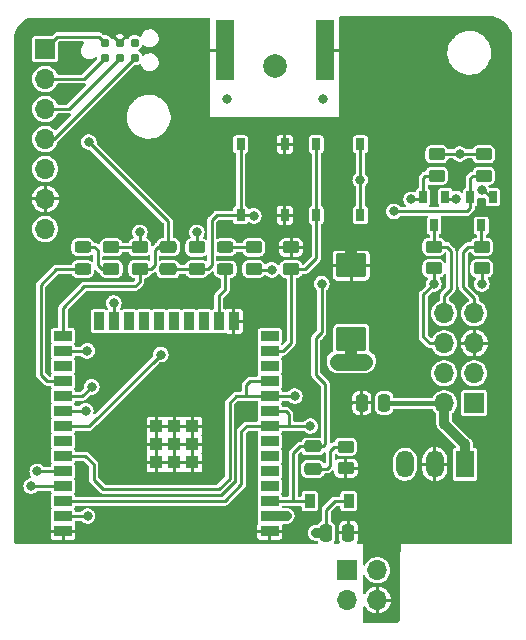
<source format=gtl>
G04 #@! TF.GenerationSoftware,KiCad,Pcbnew,(7.0.0-0)*
G04 #@! TF.CreationDate,2023-06-06T22:54:07+02:00*
G04 #@! TF.ProjectId,ithowifi_4l_v21_tht,6974686f-7769-4666-995f-346c5f763231,rev?*
G04 #@! TF.SameCoordinates,Original*
G04 #@! TF.FileFunction,Copper,L1,Top*
G04 #@! TF.FilePolarity,Positive*
%FSLAX46Y46*%
G04 Gerber Fmt 4.6, Leading zero omitted, Abs format (unit mm)*
G04 Created by KiCad (PCBNEW (7.0.0-0)) date 2023-06-06 22:54:07*
%MOMM*%
%LPD*%
G01*
G04 APERTURE LIST*
G04 Aperture macros list*
%AMRoundRect*
0 Rectangle with rounded corners*
0 $1 Rounding radius*
0 $2 $3 $4 $5 $6 $7 $8 $9 X,Y pos of 4 corners*
0 Add a 4 corners polygon primitive as box body*
4,1,4,$2,$3,$4,$5,$6,$7,$8,$9,$2,$3,0*
0 Add four circle primitives for the rounded corners*
1,1,$1+$1,$2,$3*
1,1,$1+$1,$4,$5*
1,1,$1+$1,$6,$7*
1,1,$1+$1,$8,$9*
0 Add four rect primitives between the rounded corners*
20,1,$1+$1,$2,$3,$4,$5,0*
20,1,$1+$1,$4,$5,$6,$7,0*
20,1,$1+$1,$6,$7,$8,$9,0*
20,1,$1+$1,$8,$9,$2,$3,0*%
G04 Aperture macros list end*
G04 #@! TA.AperFunction,SMDPad,CuDef*
%ADD10RoundRect,0.250000X1.025000X-0.787500X1.025000X0.787500X-1.025000X0.787500X-1.025000X-0.787500X0*%
G04 #@! TD*
G04 #@! TA.AperFunction,ComponentPad*
%ADD11R,1.500000X2.300000*%
G04 #@! TD*
G04 #@! TA.AperFunction,ComponentPad*
%ADD12O,1.500000X2.300000*%
G04 #@! TD*
G04 #@! TA.AperFunction,SMDPad,CuDef*
%ADD13R,0.700000X1.000000*%
G04 #@! TD*
G04 #@! TA.AperFunction,SMDPad,CuDef*
%ADD14RoundRect,0.250000X-0.450000X0.262500X-0.450000X-0.262500X0.450000X-0.262500X0.450000X0.262500X0*%
G04 #@! TD*
G04 #@! TA.AperFunction,ComponentPad*
%ADD15R,1.700000X1.700000*%
G04 #@! TD*
G04 #@! TA.AperFunction,ComponentPad*
%ADD16O,1.700000X1.700000*%
G04 #@! TD*
G04 #@! TA.AperFunction,SMDPad,CuDef*
%ADD17R,1.500000X0.900000*%
G04 #@! TD*
G04 #@! TA.AperFunction,SMDPad,CuDef*
%ADD18R,0.900000X1.500000*%
G04 #@! TD*
G04 #@! TA.AperFunction,SMDPad,CuDef*
%ADD19R,1.050000X1.050000*%
G04 #@! TD*
G04 #@! TA.AperFunction,SMDPad,CuDef*
%ADD20RoundRect,0.243750X0.456250X-0.243750X0.456250X0.243750X-0.456250X0.243750X-0.456250X-0.243750X0*%
G04 #@! TD*
G04 #@! TA.AperFunction,SMDPad,CuDef*
%ADD21C,0.787400*%
G04 #@! TD*
G04 #@! TA.AperFunction,SMDPad,CuDef*
%ADD22R,0.750000X1.000000*%
G04 #@! TD*
G04 #@! TA.AperFunction,SMDPad,CuDef*
%ADD23RoundRect,0.250000X0.250000X0.475000X-0.250000X0.475000X-0.250000X-0.475000X0.250000X-0.475000X0*%
G04 #@! TD*
G04 #@! TA.AperFunction,SMDPad,CuDef*
%ADD24RoundRect,0.250000X0.450000X-0.262500X0.450000X0.262500X-0.450000X0.262500X-0.450000X-0.262500X0*%
G04 #@! TD*
G04 #@! TA.AperFunction,SMDPad,CuDef*
%ADD25RoundRect,0.250000X0.475000X-0.250000X0.475000X0.250000X-0.475000X0.250000X-0.475000X-0.250000X0*%
G04 #@! TD*
G04 #@! TA.AperFunction,SMDPad,CuDef*
%ADD26RoundRect,0.250000X-0.250000X-0.475000X0.250000X-0.475000X0.250000X0.475000X-0.250000X0.475000X0*%
G04 #@! TD*
G04 #@! TA.AperFunction,SMDPad,CuDef*
%ADD27R,0.900000X1.200000*%
G04 #@! TD*
G04 #@! TA.AperFunction,ComponentPad*
%ADD28C,2.000000*%
G04 #@! TD*
G04 #@! TA.AperFunction,SMDPad,CuDef*
%ADD29R,1.500000X5.080000*%
G04 #@! TD*
G04 #@! TA.AperFunction,ViaPad*
%ADD30C,0.800000*%
G04 #@! TD*
G04 #@! TA.AperFunction,Conductor*
%ADD31C,1.016000*%
G04 #@! TD*
G04 #@! TA.AperFunction,Conductor*
%ADD32C,1.473200*%
G04 #@! TD*
G04 #@! TA.AperFunction,Conductor*
%ADD33C,0.250000*%
G04 #@! TD*
G04 #@! TA.AperFunction,Conductor*
%ADD34C,0.254000*%
G04 #@! TD*
G04 #@! TA.AperFunction,Conductor*
%ADD35C,0.812800*%
G04 #@! TD*
G04 #@! TA.AperFunction,Conductor*
%ADD36C,0.406400*%
G04 #@! TD*
G04 APERTURE END LIST*
D10*
X111632000Y-132343000D03*
X111632000Y-126118000D03*
D11*
X121259599Y-142951199D03*
D12*
X118719599Y-142951199D03*
X116179599Y-142951199D03*
D13*
X119608599Y-120338999D03*
X117708599Y-120338999D03*
X118658599Y-122738999D03*
D14*
X118872000Y-116711900D03*
X118872000Y-118536900D03*
D15*
X85724999Y-107797599D03*
D16*
X85724999Y-110337599D03*
X85724999Y-112877599D03*
X85724999Y-115417599D03*
X85724999Y-117957599D03*
X85724999Y-120497599D03*
X85724999Y-123037599D03*
D17*
X104727599Y-148613599D03*
X104727599Y-147343599D03*
X104727599Y-146073599D03*
X104727599Y-144803599D03*
X104727599Y-143533599D03*
X104727599Y-142263599D03*
X104727599Y-140993599D03*
X104727599Y-139723599D03*
X104727599Y-138453599D03*
X104727599Y-137183599D03*
X104727599Y-135913599D03*
X104727599Y-134643599D03*
X104727599Y-133373599D03*
X104727599Y-132103599D03*
D18*
X101697599Y-130853599D03*
X100427599Y-130853599D03*
X99157599Y-130853599D03*
X97887599Y-130853599D03*
X96617599Y-130853599D03*
X95347599Y-130853599D03*
X94077599Y-130853599D03*
X92807599Y-130853599D03*
X91537599Y-130853599D03*
X90267599Y-130853599D03*
D17*
X87227599Y-132103599D03*
X87227599Y-133373599D03*
X87227599Y-134643599D03*
X87227599Y-135913599D03*
X87227599Y-137183599D03*
X87227599Y-138453599D03*
X87227599Y-139723599D03*
X87227599Y-140993599D03*
X87227599Y-142263599D03*
X87227599Y-143533599D03*
X87227599Y-144803599D03*
X87227599Y-146073599D03*
X87227599Y-147343599D03*
X87227599Y-148613599D03*
D19*
X95132599Y-139748599D03*
X98182599Y-142798599D03*
X95132599Y-142798599D03*
X96657599Y-139748599D03*
X96657599Y-141273599D03*
X98182599Y-139748599D03*
X96657599Y-142798599D03*
X95132599Y-141273599D03*
X98182599Y-141273599D03*
D14*
X91313000Y-124588900D03*
X91313000Y-126413900D03*
X106536000Y-124597500D03*
X106536000Y-126422500D03*
X118618000Y-124548500D03*
X118618000Y-126373500D03*
D20*
X88900000Y-126438900D03*
X88900000Y-124563900D03*
D15*
X111291999Y-151927999D03*
D16*
X113831999Y-151927999D03*
X111291999Y-154467999D03*
X113831999Y-154467999D03*
D21*
X90766000Y-108536400D03*
X90766000Y-107266400D03*
X92036000Y-108536400D03*
X92036000Y-107266400D03*
X93306000Y-108536400D03*
X93306000Y-107266400D03*
D22*
X108665399Y-121871999D03*
X108665399Y-115871999D03*
X112415399Y-121871999D03*
X112415399Y-115871999D03*
D23*
X114432000Y-137768000D03*
X112532000Y-137768000D03*
D13*
X123606599Y-120338999D03*
X121706599Y-120338999D03*
X122656599Y-122738999D03*
D24*
X122859800Y-118536900D03*
X122859800Y-116711900D03*
D14*
X122682000Y-124548500D03*
X122682000Y-126373500D03*
D25*
X96139000Y-126451400D03*
X96139000Y-124551400D03*
D24*
X98552000Y-126428000D03*
X98552000Y-124603000D03*
D26*
X109486900Y-148751000D03*
X111386900Y-148751000D03*
D25*
X108377500Y-143351000D03*
X108377500Y-141451000D03*
D27*
X111425499Y-146083999D03*
X108125499Y-146083999D03*
D24*
X111171500Y-143290000D03*
X111171500Y-141465000D03*
D28*
X105182180Y-109251460D03*
D24*
X93726000Y-126413900D03*
X93726000Y-124588900D03*
X103378000Y-126428000D03*
X103378000Y-124603000D03*
D20*
X100965000Y-126453000D03*
X100965000Y-124578000D03*
D22*
X106014999Y-121871999D03*
X106014999Y-115871999D03*
X102264999Y-121871999D03*
X102264999Y-115871999D03*
D15*
X122046999Y-137794999D03*
D16*
X119506999Y-137794999D03*
X122046999Y-135254999D03*
X119506999Y-135254999D03*
X122046999Y-132714999D03*
X119506999Y-132714999D03*
X122046999Y-130174999D03*
X119506999Y-130174999D03*
D29*
X100931399Y-107848399D03*
X109431399Y-107848399D03*
D30*
X109220000Y-112014000D03*
X99187000Y-107442000D03*
X99187000Y-105918000D03*
X101092000Y-112014000D03*
X99187000Y-110871000D03*
X99187000Y-112522000D03*
X99187000Y-109093000D03*
X111125000Y-110871000D03*
X111125000Y-114173000D03*
X111125000Y-112522000D03*
X105918000Y-114173000D03*
X109220000Y-114173000D03*
X102489000Y-114173000D03*
X104140000Y-114173000D03*
X100965000Y-114173000D03*
X107569000Y-114173000D03*
X99187000Y-114173000D03*
X102432000Y-138568000D03*
X112032000Y-139368000D03*
X111632000Y-124168000D03*
X112732000Y-124168000D03*
X110532000Y-124168000D03*
X86741000Y-128270000D03*
X111125000Y-105918000D03*
X111125000Y-107442000D03*
X111125000Y-109093000D03*
X101727000Y-132715000D03*
X96647000Y-139750800D03*
X106172000Y-148590000D03*
X89154000Y-148590000D03*
X96647000Y-142798800D03*
X98171000Y-142798800D03*
X95148400Y-142798800D03*
X96647000Y-141274800D03*
X95148400Y-141274800D03*
X95148400Y-139750800D03*
X98171000Y-139750800D03*
X98171000Y-141274800D03*
X122682000Y-127698500D03*
X118618000Y-127698500D03*
X106172000Y-147320000D03*
X111632000Y-134268000D03*
X112732000Y-134268000D03*
X110532000Y-134268000D03*
X122682000Y-119761000D03*
X108631500Y-148751000D03*
X112395000Y-118872000D03*
X98552000Y-123317000D03*
X93726000Y-123317000D03*
X104902000Y-126492000D03*
X120813090Y-116686900D03*
X120532000Y-120468000D03*
X89407998Y-115671600D03*
X89309400Y-147345400D03*
X95504000Y-133668000D03*
X89154000Y-138430000D03*
X89662000Y-136397998D03*
X89281000Y-133350000D03*
X85039200Y-143560804D03*
X84531209Y-144805391D03*
X106849400Y-137185400D03*
X115232000Y-121538998D03*
X108174600Y-139725400D03*
X116697000Y-120539000D03*
X103378008Y-121920000D03*
X109132000Y-127668006D03*
X91524600Y-129294600D03*
D31*
X111632000Y-132343000D02*
X111632000Y-134243600D01*
X111632000Y-134243600D02*
X111607600Y-134268000D01*
D32*
X112732000Y-134268000D02*
X111607600Y-134268000D01*
D31*
X111632000Y-134268000D02*
X111607600Y-134268000D01*
D32*
X111607600Y-134268000D02*
X110532000Y-134268000D01*
D31*
X111632000Y-124168000D02*
X111632000Y-126118000D01*
D33*
X99593400Y-107848400D02*
X99187000Y-107442000D01*
X100931400Y-107848400D02*
X99593400Y-107848400D01*
D32*
X112732000Y-124168000D02*
X110532000Y-124168000D01*
D33*
X110718600Y-107848400D02*
X111125000Y-107442000D01*
X109431400Y-107848400D02*
X110718600Y-107848400D01*
D34*
X122682000Y-126398500D02*
X122682000Y-127698500D01*
X118618000Y-127698500D02*
X118618000Y-126398500D01*
X117748500Y-128568000D02*
X117748500Y-132184500D01*
X118279000Y-132715000D02*
X119507000Y-132715000D01*
X118618000Y-127698500D02*
X117748500Y-128568000D01*
X117748500Y-132184500D02*
X118279000Y-132715000D01*
X122682000Y-119761000D02*
X122828600Y-119761000D01*
D35*
X109499400Y-148751000D02*
X108634800Y-148751000D01*
D34*
X93726000Y-124563900D02*
X93726000Y-123317000D01*
D33*
X86424800Y-115417600D02*
X93306000Y-108536400D01*
D34*
X91313000Y-124563900D02*
X93726000Y-124563900D01*
D35*
X106148400Y-147343600D02*
X106172000Y-147320000D01*
X104727600Y-147343600D02*
X106148400Y-147343600D01*
D34*
X118872000Y-116686900D02*
X120813090Y-116686900D01*
X104902000Y-126492000D02*
X103417000Y-126492000D01*
X120461000Y-120539000D02*
X120532000Y-120468000D01*
X98552000Y-124578000D02*
X98552000Y-123317000D01*
X112415400Y-121872000D02*
X112415400Y-115872000D01*
D33*
X109499400Y-146803600D02*
X109499400Y-148751000D01*
X110219000Y-146084000D02*
X109499400Y-146803600D01*
D34*
X119608600Y-120539000D02*
X120461000Y-120539000D01*
X122859800Y-116686900D02*
X120813090Y-116686900D01*
D33*
X111425500Y-146084000D02*
X110219000Y-146084000D01*
D34*
X122828600Y-119761000D02*
X123606600Y-120539000D01*
D33*
X85725000Y-115417600D02*
X86424800Y-115417600D01*
D34*
X103417000Y-126492000D02*
X103378000Y-126453000D01*
X122656600Y-122539000D02*
X122656600Y-124498100D01*
X122656600Y-124498100D02*
X122682000Y-124523500D01*
X121539000Y-124523500D02*
X121094500Y-124968000D01*
X122682000Y-124523500D02*
X121539000Y-124523500D01*
X121094500Y-127952500D02*
X122047000Y-128905000D01*
X121094500Y-124968000D02*
X121094500Y-127952500D01*
X122047000Y-128905000D02*
X122047000Y-130175000D01*
X118658600Y-122539000D02*
X118658600Y-124482900D01*
X119697500Y-124523500D02*
X120078500Y-124904500D01*
X119507000Y-128714500D02*
X119507000Y-130175000D01*
X120078500Y-124904500D02*
X120078500Y-128143000D01*
X118618000Y-124523500D02*
X119697500Y-124523500D01*
X120078500Y-128143000D02*
X119507000Y-128714500D01*
X118658600Y-124482900D02*
X118618000Y-124523500D01*
X93345000Y-127889000D02*
X89027000Y-127889000D01*
X96139000Y-124563900D02*
X95273100Y-124563900D01*
X95273100Y-124563900D02*
X94996000Y-124841000D01*
X94668100Y-126438900D02*
X93726000Y-126438900D01*
X93726000Y-127508000D02*
X93345000Y-127889000D01*
X94996000Y-124841000D02*
X94996000Y-126111000D01*
X87227600Y-129688400D02*
X87227600Y-132103600D01*
X96139000Y-122402602D02*
X89407998Y-115671600D01*
D33*
X86754600Y-106768000D02*
X85725000Y-107797600D01*
X90766000Y-107266400D02*
X90267600Y-106768000D01*
D34*
X89027000Y-127889000D02*
X87227600Y-129688400D01*
X96139000Y-124563900D02*
X96139000Y-122402602D01*
D33*
X90267600Y-106768000D02*
X86754600Y-106768000D01*
D34*
X94996000Y-126111000D02*
X94668100Y-126438900D01*
X93726000Y-126438900D02*
X93726000Y-127508000D01*
X87229400Y-147345400D02*
X89309400Y-147345400D01*
X87227600Y-147343600D02*
X87229400Y-147345400D01*
X89446600Y-139725400D02*
X95504000Y-133668000D01*
X87477600Y-139725400D02*
X89446600Y-139725400D01*
X89154000Y-138430000D02*
X87251200Y-138430000D01*
X87251200Y-138430000D02*
X87227600Y-138453600D01*
X87227600Y-137183600D02*
X88876398Y-137183600D01*
X88876398Y-137183600D02*
X89662000Y-136397998D01*
X89257400Y-133373600D02*
X89281000Y-133350000D01*
X87227600Y-133373600D02*
X89257400Y-133373600D01*
D33*
X87694800Y-112877600D02*
X91964932Y-108607468D01*
D34*
X87227600Y-143533600D02*
X85066404Y-143533600D01*
D33*
X85725000Y-112877600D02*
X87694800Y-112877600D01*
D34*
X87225809Y-144805391D02*
X84531209Y-144805391D01*
D33*
X85725000Y-110337600D02*
X88964800Y-110337600D01*
D34*
X87227600Y-144803600D02*
X87225809Y-144805391D01*
D33*
X88964800Y-110337600D02*
X90766000Y-108536400D01*
D34*
X90170000Y-126111000D02*
X90497900Y-126438900D01*
X88900000Y-124563900D02*
X89892900Y-124563900D01*
X90170000Y-124841000D02*
X90170000Y-126111000D01*
X90497900Y-126438900D02*
X91313000Y-126438900D01*
X89892900Y-124563900D02*
X90170000Y-124841000D01*
X100965000Y-124578000D02*
X103378000Y-124578000D01*
X121706600Y-120539000D02*
X121706600Y-118755200D01*
X121706600Y-118755200D02*
X121899900Y-118561900D01*
X103086400Y-135913600D02*
X104727600Y-135913600D01*
X121899900Y-118561900D02*
X122859800Y-118561900D01*
X89832000Y-142968000D02*
X89832000Y-144268000D01*
X106847600Y-137183600D02*
X102733800Y-137183600D01*
X121706600Y-120539000D02*
X121706600Y-121243000D01*
X90632000Y-145068000D02*
X100432000Y-145068000D01*
X89127600Y-142263600D02*
X89832000Y-142968000D01*
X87227600Y-142263600D02*
X89127600Y-142263600D01*
X121706600Y-121243000D02*
X121410602Y-121538998D01*
X101332000Y-137768000D02*
X101914600Y-137185400D01*
X102733800Y-137183600D02*
X102732000Y-137185400D01*
X100432000Y-145068000D02*
X101332000Y-144168000D01*
X101332000Y-144168000D02*
X101332000Y-137768000D01*
X101914600Y-137185400D02*
X102732000Y-137185400D01*
X121410602Y-121538998D02*
X115232000Y-121538998D01*
X102732000Y-136268000D02*
X103086400Y-135913600D01*
X89832000Y-144268000D02*
X90632000Y-145068000D01*
X106849400Y-137185400D02*
X106847600Y-137183600D01*
X102732000Y-137185400D02*
X102732000Y-136268000D01*
X102776400Y-139723600D02*
X104727600Y-139723600D01*
X102332000Y-140168000D02*
X102776400Y-139723600D01*
X104729400Y-139725400D02*
X106324400Y-139725400D01*
X106324400Y-139725400D02*
X106324400Y-138709400D01*
X117708600Y-118740000D02*
X117708600Y-120539000D01*
X102332000Y-144668000D02*
X102332000Y-140168000D01*
X100924600Y-146075400D02*
X102332000Y-144668000D01*
X117708600Y-120539000D02*
X116697000Y-120539000D01*
X106324400Y-138709400D02*
X106068600Y-138453600D01*
X118872000Y-118561900D02*
X117886700Y-118561900D01*
X106324400Y-139725400D02*
X108174600Y-139725400D01*
X87477600Y-146075400D02*
X100924600Y-146075400D01*
X104727600Y-139723600D02*
X104729400Y-139725400D01*
X117886700Y-118561900D02*
X117708600Y-118740000D01*
X106068600Y-138453600D02*
X104727600Y-138453600D01*
X108665400Y-125522600D02*
X107740500Y-126447500D01*
X108665400Y-121872000D02*
X108665400Y-125522600D01*
X107740500Y-126447500D02*
X106536000Y-126447500D01*
X108665400Y-121872000D02*
X108665400Y-115872000D01*
X105826400Y-133373600D02*
X104727600Y-133373600D01*
X106536000Y-132664000D02*
X105826400Y-133373600D01*
X106536000Y-126447500D02*
X106536000Y-132664000D01*
D36*
X114459000Y-137795000D02*
X114432000Y-137768000D01*
D35*
X121259600Y-141262100D02*
X119507000Y-139509500D01*
D36*
X119507000Y-137795000D02*
X114459000Y-137795000D01*
D35*
X119507000Y-139509500D02*
X119507000Y-137795000D01*
X121259600Y-142951200D02*
X121259600Y-141262100D01*
D34*
X96139000Y-126438900D02*
X98537900Y-126438900D01*
X109432000Y-136168000D02*
X108632000Y-135368000D01*
D33*
X106717900Y-142028600D02*
X106717900Y-146075400D01*
D34*
X108632000Y-135368000D02*
X108632000Y-132268000D01*
X108632000Y-132268000D02*
X109132000Y-131768000D01*
X100251000Y-121872000D02*
X102265000Y-121872000D01*
D33*
X104727600Y-146073600D02*
X104729400Y-146075400D01*
D34*
X98552000Y-126453000D02*
X99480000Y-126453000D01*
D33*
X108116900Y-146075400D02*
X108125500Y-146084000D01*
D34*
X98537900Y-126438900D02*
X98552000Y-126453000D01*
X102265000Y-121872000D02*
X102265000Y-115872000D01*
D33*
X106717900Y-146075400D02*
X108116900Y-146075400D01*
X109432000Y-141283000D02*
X109264000Y-141451000D01*
D34*
X109132000Y-131768000D02*
X109132000Y-127668006D01*
D33*
X108377500Y-141451000D02*
X107295500Y-141451000D01*
D34*
X102265000Y-121872000D02*
X103330008Y-121872000D01*
D33*
X107295500Y-141451000D02*
X106717900Y-142028600D01*
X109264000Y-141451000D02*
X108377500Y-141451000D01*
D34*
X99822000Y-126111000D02*
X99822000Y-122301000D01*
D33*
X104729400Y-146075400D02*
X106717900Y-146075400D01*
X109432000Y-136168000D02*
X109432000Y-141283000D01*
D34*
X103330008Y-121872000D02*
X103378008Y-121920000D01*
X99480000Y-126453000D02*
X99822000Y-126111000D01*
X99822000Y-122301000D02*
X100251000Y-121872000D01*
D33*
X110202500Y-141465000D02*
X111171500Y-141465000D01*
X109586500Y-143351000D02*
X109838000Y-143099500D01*
X108377500Y-143351000D02*
X109586500Y-143351000D01*
X109838000Y-141829500D02*
X110202500Y-141465000D01*
X109838000Y-143099500D02*
X109838000Y-141829500D01*
X91524600Y-130840600D02*
X91537600Y-130853600D01*
X91524600Y-129294600D02*
X91524600Y-130840600D01*
D34*
X100427600Y-130853600D02*
X100427600Y-128680400D01*
X100427600Y-128680400D02*
X100965000Y-128143000D01*
X100965000Y-128143000D02*
X100965000Y-126453000D01*
X85344000Y-127762000D02*
X86667100Y-126438900D01*
X85875600Y-135913600D02*
X85344000Y-135382000D01*
X85344000Y-135382000D02*
X85344000Y-127762000D01*
X87227600Y-135913600D02*
X85875600Y-135913600D01*
X86667100Y-126438900D02*
X88900000Y-126438900D01*
G04 #@! TA.AperFunction,Conductor*
G36*
X103670617Y-137576979D02*
G01*
X103706840Y-137609810D01*
X103723101Y-137655256D01*
X103723101Y-137658666D01*
X103724065Y-137663511D01*
X103724066Y-137663519D01*
X103735332Y-137720159D01*
X103737866Y-137732901D01*
X103743369Y-137741136D01*
X103743370Y-137741139D01*
X103757783Y-137762710D01*
X103774737Y-137818600D01*
X103757783Y-137874490D01*
X103743371Y-137896057D01*
X103743367Y-137896065D01*
X103737866Y-137904299D01*
X103735933Y-137914012D01*
X103735932Y-137914017D01*
X103725290Y-137967524D01*
X103723100Y-137978533D01*
X103723100Y-137983478D01*
X103723100Y-137983479D01*
X103723100Y-138923727D01*
X103723100Y-138923737D01*
X103723101Y-138928666D01*
X103724063Y-138933504D01*
X103724064Y-138933511D01*
X103735533Y-138991172D01*
X103737866Y-139002901D01*
X103743369Y-139011136D01*
X103743370Y-139011139D01*
X103757783Y-139032710D01*
X103774737Y-139088600D01*
X103757783Y-139144490D01*
X103743371Y-139166057D01*
X103743367Y-139166065D01*
X103737866Y-139174299D01*
X103735933Y-139184012D01*
X103735932Y-139184017D01*
X103724064Y-139243682D01*
X103724063Y-139243691D01*
X103723100Y-139248533D01*
X103723100Y-139251942D01*
X103706840Y-139297389D01*
X103670616Y-139330221D01*
X103623193Y-139342100D01*
X102826406Y-139342100D01*
X102805762Y-139339959D01*
X102802530Y-139339281D01*
X102800540Y-139338864D01*
X102800538Y-139338863D01*
X102792384Y-139337154D01*
X102784112Y-139338185D01*
X102758909Y-139341327D01*
X102753091Y-139341688D01*
X102753097Y-139341756D01*
X102748943Y-139342100D01*
X102744789Y-139342100D01*
X102740696Y-139342782D01*
X102740683Y-139342784D01*
X102723449Y-139345660D01*
X102719340Y-139346259D01*
X102674308Y-139351873D01*
X102674306Y-139351873D01*
X102666040Y-139352904D01*
X102658792Y-139356446D01*
X102658768Y-139356454D01*
X102650814Y-139357782D01*
X102643485Y-139361747D01*
X102643482Y-139361749D01*
X102603606Y-139383328D01*
X102599913Y-139385229D01*
X102559137Y-139405163D01*
X102559129Y-139405168D01*
X102551654Y-139408823D01*
X102545946Y-139414529D01*
X102545931Y-139414540D01*
X102538838Y-139418380D01*
X102533196Y-139424507D01*
X102533194Y-139424510D01*
X102502482Y-139457871D01*
X102499605Y-139460870D01*
X102097592Y-139862883D01*
X102081486Y-139875963D01*
X102077025Y-139878877D01*
X102077018Y-139878883D01*
X102070044Y-139883440D01*
X102064926Y-139890014D01*
X102064923Y-139890018D01*
X102049320Y-139910064D01*
X102045463Y-139914434D01*
X102045514Y-139914477D01*
X102042826Y-139917649D01*
X102039886Y-139920591D01*
X102037472Y-139923971D01*
X102037465Y-139923980D01*
X102027303Y-139938212D01*
X102024824Y-139941537D01*
X101996958Y-139977341D01*
X101996956Y-139977343D01*
X101991842Y-139983915D01*
X101989223Y-139991538D01*
X101989208Y-139991568D01*
X101984525Y-139998130D01*
X101982148Y-140006111D01*
X101982146Y-140006117D01*
X101969197Y-140049609D01*
X101967930Y-140053565D01*
X101953205Y-140096457D01*
X101953204Y-140096461D01*
X101950500Y-140104339D01*
X101950500Y-140112417D01*
X101948195Y-140120159D01*
X101948539Y-140128484D01*
X101948539Y-140128487D01*
X101950414Y-140173805D01*
X101950500Y-140177963D01*
X101950500Y-144468308D01*
X101942842Y-144506806D01*
X101921035Y-144539443D01*
X100796042Y-145664435D01*
X100763405Y-145686242D01*
X100724907Y-145693900D01*
X88332183Y-145693900D01*
X88284760Y-145682021D01*
X88248536Y-145649189D01*
X88232099Y-145603248D01*
X88232099Y-145598534D01*
X88217334Y-145524299D01*
X88197416Y-145494490D01*
X88180462Y-145438600D01*
X88197417Y-145382708D01*
X88198649Y-145380864D01*
X88217334Y-145352901D01*
X88232100Y-145278667D01*
X88232099Y-144328534D01*
X88217334Y-144254299D01*
X88197416Y-144224490D01*
X88180462Y-144168600D01*
X88197417Y-144112708D01*
X88201031Y-144107300D01*
X88217334Y-144082901D01*
X88232100Y-144008667D01*
X88232099Y-143058534D01*
X88217334Y-142984299D01*
X88197416Y-142954490D01*
X88180462Y-142898600D01*
X88197417Y-142842708D01*
X88217334Y-142812901D01*
X88232100Y-142738667D01*
X88232100Y-142735258D01*
X88248360Y-142689811D01*
X88284584Y-142656979D01*
X88332007Y-142645100D01*
X88927908Y-142645100D01*
X88966406Y-142652758D01*
X88999043Y-142674565D01*
X89421035Y-143096558D01*
X89442842Y-143129195D01*
X89450500Y-143167693D01*
X89450500Y-144218000D01*
X89448359Y-144238643D01*
X89445555Y-144252017D01*
X89446586Y-144260288D01*
X89446586Y-144260290D01*
X89449727Y-144285486D01*
X89450088Y-144291308D01*
X89450156Y-144291303D01*
X89450500Y-144295455D01*
X89450500Y-144299611D01*
X89451183Y-144303710D01*
X89451184Y-144303711D01*
X89454061Y-144320957D01*
X89454659Y-144325062D01*
X89460272Y-144370087D01*
X89460273Y-144370090D01*
X89461304Y-144378360D01*
X89464849Y-144385612D01*
X89464853Y-144385624D01*
X89466182Y-144393586D01*
X89470147Y-144400913D01*
X89470148Y-144400915D01*
X89491739Y-144440812D01*
X89493636Y-144444497D01*
X89517224Y-144492746D01*
X89522930Y-144498452D01*
X89522936Y-144498460D01*
X89526780Y-144505562D01*
X89532911Y-144511206D01*
X89532912Y-144511207D01*
X89566283Y-144541927D01*
X89569284Y-144544806D01*
X90326883Y-145302406D01*
X90339966Y-145318517D01*
X90342879Y-145322976D01*
X90342881Y-145322978D01*
X90347440Y-145329956D01*
X90354016Y-145335074D01*
X90354017Y-145335075D01*
X90374054Y-145350670D01*
X90378428Y-145354533D01*
X90378472Y-145354482D01*
X90381652Y-145357175D01*
X90384591Y-145360114D01*
X90387975Y-145362530D01*
X90402193Y-145372681D01*
X90405530Y-145375169D01*
X90441335Y-145403038D01*
X90441340Y-145403041D01*
X90447915Y-145408158D01*
X90455547Y-145410778D01*
X90455561Y-145410785D01*
X90462130Y-145415475D01*
X90513598Y-145430797D01*
X90517549Y-145432063D01*
X90560452Y-145446793D01*
X90560456Y-145446793D01*
X90568339Y-145449500D01*
X90576416Y-145449500D01*
X90576418Y-145449500D01*
X90584159Y-145451805D01*
X90637804Y-145449586D01*
X90641963Y-145449500D01*
X100382000Y-145449500D01*
X100402643Y-145451640D01*
X100416017Y-145454445D01*
X100449485Y-145450273D01*
X100455310Y-145449911D01*
X100455305Y-145449844D01*
X100459454Y-145449500D01*
X100463611Y-145449500D01*
X100484977Y-145445934D01*
X100489036Y-145445342D01*
X100542360Y-145438696D01*
X100549618Y-145435147D01*
X100557586Y-145433818D01*
X100604836Y-145408246D01*
X100608492Y-145406365D01*
X100615298Y-145403038D01*
X100656746Y-145382776D01*
X100662456Y-145377065D01*
X100669562Y-145373220D01*
X100705962Y-145333677D01*
X100708795Y-145330725D01*
X101566407Y-144473113D01*
X101582517Y-144460032D01*
X101593956Y-144452560D01*
X101614678Y-144425934D01*
X101618530Y-144421573D01*
X101618478Y-144421529D01*
X101621163Y-144418358D01*
X101624113Y-144415409D01*
X101636712Y-144397760D01*
X101639150Y-144394492D01*
X101672158Y-144352085D01*
X101674781Y-144344444D01*
X101679475Y-144337870D01*
X101694795Y-144286408D01*
X101696062Y-144282453D01*
X101708556Y-144246062D01*
X101713500Y-144231661D01*
X101713500Y-144223584D01*
X101715805Y-144215842D01*
X101713586Y-144162195D01*
X101713500Y-144158037D01*
X101713500Y-137967692D01*
X101721158Y-137929194D01*
X101742965Y-137896557D01*
X102043158Y-137596365D01*
X102075795Y-137574558D01*
X102114293Y-137566900D01*
X102682000Y-137566900D01*
X102702643Y-137569040D01*
X102716017Y-137571845D01*
X102729574Y-137570154D01*
X102750320Y-137569725D01*
X102763940Y-137570854D01*
X102774507Y-137568177D01*
X102799203Y-137565100D01*
X103623194Y-137565100D01*
X103670617Y-137576979D01*
G37*
G04 #@! TD.AperFunction*
G04 #@! TA.AperFunction,Conductor*
G36*
X92760137Y-124963365D02*
G01*
X92797019Y-125010842D01*
X92828658Y-125095667D01*
X92881394Y-125166115D01*
X92893287Y-125182003D01*
X92915596Y-125211804D01*
X93031733Y-125298742D01*
X93167658Y-125349440D01*
X93227745Y-125355900D01*
X94224254Y-125355899D01*
X94284342Y-125349440D01*
X94420267Y-125298742D01*
X94453612Y-125273780D01*
X94504934Y-125254115D01*
X94558931Y-125264356D01*
X94599488Y-125301446D01*
X94614500Y-125354315D01*
X94614500Y-125648485D01*
X94599488Y-125701354D01*
X94558931Y-125738444D01*
X94504934Y-125748685D01*
X94453613Y-125729020D01*
X94441001Y-125719579D01*
X94420267Y-125704058D01*
X94305595Y-125661287D01*
X94290238Y-125655559D01*
X94290237Y-125655558D01*
X94284342Y-125653360D01*
X94278091Y-125652687D01*
X94278087Y-125652687D01*
X94226928Y-125647187D01*
X94226921Y-125647186D01*
X94224255Y-125646900D01*
X94221562Y-125646900D01*
X93230440Y-125646900D01*
X93230421Y-125646900D01*
X93227746Y-125646901D01*
X93225083Y-125647187D01*
X93225069Y-125647188D01*
X93173910Y-125652687D01*
X93173902Y-125652688D01*
X93167658Y-125653360D01*
X93161766Y-125655557D01*
X93161764Y-125655558D01*
X93038473Y-125701544D01*
X93031733Y-125704058D01*
X93025976Y-125708367D01*
X93025975Y-125708368D01*
X92921355Y-125786684D01*
X92921351Y-125786687D01*
X92915596Y-125790996D01*
X92911287Y-125796751D01*
X92911284Y-125796755D01*
X92837738Y-125895003D01*
X92828658Y-125907133D01*
X92826144Y-125913872D01*
X92826144Y-125913873D01*
X92783575Y-126028005D01*
X92777960Y-126043058D01*
X92777288Y-126049307D01*
X92777287Y-126049312D01*
X92771787Y-126100471D01*
X92771500Y-126103145D01*
X92771500Y-126105836D01*
X92771500Y-126105837D01*
X92771500Y-126721959D01*
X92771500Y-126721977D01*
X92771501Y-126724654D01*
X92771787Y-126727317D01*
X92771788Y-126727330D01*
X92777287Y-126778489D01*
X92777288Y-126778495D01*
X92777960Y-126784742D01*
X92828658Y-126920667D01*
X92885353Y-126996404D01*
X92910922Y-127030561D01*
X92915596Y-127036804D01*
X93031733Y-127123742D01*
X93167658Y-127174440D01*
X93227745Y-127180900D01*
X93243900Y-127180900D01*
X93294200Y-127194378D01*
X93331022Y-127231200D01*
X93344500Y-127281500D01*
X93344500Y-127308308D01*
X93336842Y-127346806D01*
X93315035Y-127379443D01*
X93216442Y-127478035D01*
X93183805Y-127499842D01*
X93145307Y-127507500D01*
X89077001Y-127507500D01*
X89056357Y-127505359D01*
X89052432Y-127504536D01*
X89051140Y-127504265D01*
X89051138Y-127504264D01*
X89042984Y-127502555D01*
X89034711Y-127503586D01*
X89034709Y-127503586D01*
X89009513Y-127506727D01*
X89003690Y-127507088D01*
X89003696Y-127507156D01*
X88999543Y-127507500D01*
X88995389Y-127507500D01*
X88991294Y-127508183D01*
X88991285Y-127508184D01*
X88974032Y-127511063D01*
X88969921Y-127511662D01*
X88924909Y-127517273D01*
X88924907Y-127517273D01*
X88916640Y-127518304D01*
X88909392Y-127521846D01*
X88909368Y-127521854D01*
X88901414Y-127523182D01*
X88894085Y-127527147D01*
X88894082Y-127527149D01*
X88854185Y-127548739D01*
X88850492Y-127550640D01*
X88809744Y-127570561D01*
X88809738Y-127570565D01*
X88802254Y-127574224D01*
X88796551Y-127579925D01*
X88796532Y-127579939D01*
X88789438Y-127583780D01*
X88783796Y-127589908D01*
X88783793Y-127589911D01*
X88753071Y-127623283D01*
X88750194Y-127626282D01*
X86993192Y-129383283D01*
X86977086Y-129396363D01*
X86972625Y-129399277D01*
X86972618Y-129399283D01*
X86965644Y-129403840D01*
X86960526Y-129410414D01*
X86960523Y-129410418D01*
X86944920Y-129430464D01*
X86941063Y-129434834D01*
X86941114Y-129434877D01*
X86938426Y-129438049D01*
X86935486Y-129440991D01*
X86933072Y-129444371D01*
X86933065Y-129444380D01*
X86922903Y-129458612D01*
X86920424Y-129461937D01*
X86892558Y-129497741D01*
X86892556Y-129497743D01*
X86887442Y-129504315D01*
X86884823Y-129511938D01*
X86884808Y-129511968D01*
X86880125Y-129518530D01*
X86877748Y-129526511D01*
X86877746Y-129526517D01*
X86864797Y-129570009D01*
X86863530Y-129573965D01*
X86848805Y-129616857D01*
X86848804Y-129616861D01*
X86846100Y-129624739D01*
X86846100Y-129632817D01*
X86843795Y-129640559D01*
X86844139Y-129648884D01*
X86844139Y-129648887D01*
X86846014Y-129694205D01*
X86846100Y-129698363D01*
X86846100Y-131298501D01*
X86832622Y-131348801D01*
X86795800Y-131385623D01*
X86745500Y-131399101D01*
X86452534Y-131399101D01*
X86447696Y-131400063D01*
X86447688Y-131400064D01*
X86388016Y-131411933D01*
X86388014Y-131411933D01*
X86378299Y-131413866D01*
X86370063Y-131419368D01*
X86370063Y-131419369D01*
X86302352Y-131464612D01*
X86302349Y-131464614D01*
X86294116Y-131470116D01*
X86288614Y-131478349D01*
X86288612Y-131478352D01*
X86243370Y-131546060D01*
X86243369Y-131546063D01*
X86237866Y-131554299D01*
X86235933Y-131564012D01*
X86235932Y-131564017D01*
X86227422Y-131606805D01*
X86223100Y-131628533D01*
X86223100Y-131633478D01*
X86223100Y-131633479D01*
X86223100Y-132573727D01*
X86223100Y-132573737D01*
X86223101Y-132578666D01*
X86224063Y-132583504D01*
X86224064Y-132583511D01*
X86224957Y-132588000D01*
X86237866Y-132652901D01*
X86243368Y-132661136D01*
X86243369Y-132661137D01*
X86257782Y-132682707D01*
X86274737Y-132738597D01*
X86257784Y-132794488D01*
X86243371Y-132816058D01*
X86243369Y-132816063D01*
X86237866Y-132824299D01*
X86235933Y-132834012D01*
X86235932Y-132834017D01*
X86224706Y-132890458D01*
X86223100Y-132898533D01*
X86223100Y-132903478D01*
X86223100Y-132903479D01*
X86223100Y-133843727D01*
X86223100Y-133843737D01*
X86223101Y-133848666D01*
X86224063Y-133853504D01*
X86224064Y-133853511D01*
X86235933Y-133913182D01*
X86237866Y-133922901D01*
X86243369Y-133931136D01*
X86243370Y-133931139D01*
X86257783Y-133952710D01*
X86274737Y-134008600D01*
X86257783Y-134064490D01*
X86243371Y-134086057D01*
X86243367Y-134086065D01*
X86237866Y-134094299D01*
X86235933Y-134104012D01*
X86235932Y-134104017D01*
X86226687Y-134150500D01*
X86223100Y-134168533D01*
X86223100Y-134173478D01*
X86223100Y-134173479D01*
X86223100Y-135113727D01*
X86223100Y-135113737D01*
X86223101Y-135118666D01*
X86224063Y-135123504D01*
X86224064Y-135123511D01*
X86226572Y-135136118D01*
X86237866Y-135192901D01*
X86243368Y-135201136D01*
X86243369Y-135201137D01*
X86257782Y-135222707D01*
X86274737Y-135278597D01*
X86257784Y-135334488D01*
X86243371Y-135356058D01*
X86243369Y-135356063D01*
X86237866Y-135364299D01*
X86235933Y-135374012D01*
X86235932Y-135374017D01*
X86224064Y-135433682D01*
X86224063Y-135433691D01*
X86223100Y-135438533D01*
X86223100Y-135441942D01*
X86206840Y-135487389D01*
X86170616Y-135520221D01*
X86123193Y-135532100D01*
X86075292Y-135532100D01*
X86036794Y-135524442D01*
X86004157Y-135502635D01*
X85754965Y-135253442D01*
X85733158Y-135220805D01*
X85725500Y-135182307D01*
X85725500Y-127961692D01*
X85733158Y-127923194D01*
X85754965Y-127890557D01*
X86795658Y-126849865D01*
X86828295Y-126828058D01*
X86866793Y-126820400D01*
X87893501Y-126820400D01*
X87950875Y-126838365D01*
X87987757Y-126885842D01*
X88001949Y-126923891D01*
X88087811Y-127038589D01*
X88202509Y-127124451D01*
X88336750Y-127174520D01*
X88396091Y-127180900D01*
X89403908Y-127180899D01*
X89463250Y-127174520D01*
X89597491Y-127124451D01*
X89712189Y-127038589D01*
X89798051Y-126923891D01*
X89848120Y-126789650D01*
X89854500Y-126730309D01*
X89854499Y-126577889D01*
X89871453Y-126522001D01*
X89916601Y-126484949D01*
X89974725Y-126479224D01*
X90026234Y-126506756D01*
X90192783Y-126673305D01*
X90205865Y-126689415D01*
X90213340Y-126700856D01*
X90219917Y-126705975D01*
X90219918Y-126705976D01*
X90239954Y-126721570D01*
X90244329Y-126725433D01*
X90244373Y-126725382D01*
X90247546Y-126728069D01*
X90250491Y-126731014D01*
X90268129Y-126743606D01*
X90271440Y-126746076D01*
X90313815Y-126779058D01*
X90321457Y-126781681D01*
X90328031Y-126786375D01*
X90336026Y-126788755D01*
X90337190Y-126789324D01*
X90367533Y-126812126D01*
X90387266Y-126844547D01*
X90415658Y-126920667D01*
X90472353Y-126996404D01*
X90497922Y-127030561D01*
X90502596Y-127036804D01*
X90618733Y-127123742D01*
X90754658Y-127174440D01*
X90814745Y-127180900D01*
X91811254Y-127180899D01*
X91871342Y-127174440D01*
X92007267Y-127123742D01*
X92123404Y-127036804D01*
X92210342Y-126920667D01*
X92261040Y-126784742D01*
X92267500Y-126724655D01*
X92267499Y-126103146D01*
X92261040Y-126043058D01*
X92210342Y-125907133D01*
X92123404Y-125790996D01*
X92007267Y-125704058D01*
X91892595Y-125661287D01*
X91877238Y-125655559D01*
X91877237Y-125655558D01*
X91871342Y-125653360D01*
X91865091Y-125652687D01*
X91865087Y-125652687D01*
X91813928Y-125647187D01*
X91813921Y-125647186D01*
X91811255Y-125646900D01*
X91808562Y-125646900D01*
X90817440Y-125646900D01*
X90817421Y-125646900D01*
X90814746Y-125646901D01*
X90812083Y-125647187D01*
X90812069Y-125647188D01*
X90760910Y-125652687D01*
X90760902Y-125652688D01*
X90754658Y-125653360D01*
X90748768Y-125655556D01*
X90748767Y-125655557D01*
X90733405Y-125661287D01*
X90687255Y-125678500D01*
X90639563Y-125684059D01*
X90594726Y-125666878D01*
X90562959Y-125630872D01*
X90551500Y-125584243D01*
X90551500Y-125418557D01*
X90562959Y-125371928D01*
X90594726Y-125335922D01*
X90639563Y-125318741D01*
X90687255Y-125324299D01*
X90754658Y-125349440D01*
X90814745Y-125355900D01*
X91811254Y-125355899D01*
X91871342Y-125349440D01*
X92007267Y-125298742D01*
X92123404Y-125211804D01*
X92210342Y-125095667D01*
X92241980Y-125010842D01*
X92278863Y-124963365D01*
X92336237Y-124945400D01*
X92702763Y-124945400D01*
X92760137Y-124963365D01*
G37*
G04 #@! TD.AperFunction*
G04 #@! TA.AperFunction,Conductor*
G36*
X123495480Y-105029215D02*
G01*
X123506421Y-105029932D01*
X123579894Y-105034747D01*
X123592918Y-105036462D01*
X123830109Y-105083643D01*
X123842804Y-105087044D01*
X124061662Y-105161337D01*
X124071793Y-105164776D01*
X124083950Y-105169811D01*
X124300835Y-105276766D01*
X124312231Y-105283346D01*
X124513301Y-105417697D01*
X124523735Y-105425703D01*
X124701324Y-105581444D01*
X124705547Y-105585147D01*
X124714852Y-105594452D01*
X124874294Y-105776262D01*
X124882302Y-105786698D01*
X125016653Y-105987768D01*
X125023233Y-105999164D01*
X125130188Y-106216049D01*
X125135223Y-106228206D01*
X125212952Y-106457187D01*
X125216358Y-106469898D01*
X125263535Y-106707069D01*
X125265253Y-106720116D01*
X125281285Y-106964720D01*
X125281500Y-106971299D01*
X125281500Y-149461409D01*
X125280639Y-149474540D01*
X125267912Y-149571207D01*
X125261119Y-149596564D01*
X125257258Y-149605888D01*
X125220207Y-149651043D01*
X125164312Y-149668000D01*
X115832000Y-149668000D01*
X115832000Y-149681244D01*
X115832000Y-150214527D01*
X115822038Y-150258175D01*
X115811556Y-150279940D01*
X115811554Y-150279945D01*
X115809105Y-150285031D01*
X115807849Y-150290529D01*
X115807847Y-150290538D01*
X115782757Y-150400465D01*
X115781500Y-150405974D01*
X115781500Y-150411626D01*
X115781500Y-155961409D01*
X115780639Y-155974540D01*
X115767912Y-156071207D01*
X115761115Y-156096574D01*
X115726347Y-156180512D01*
X115713216Y-156203256D01*
X115657906Y-156275337D01*
X115639337Y-156293906D01*
X115567256Y-156349216D01*
X115544512Y-156362347D01*
X115460574Y-156397115D01*
X115435207Y-156403912D01*
X115338540Y-156416639D01*
X115325409Y-156417500D01*
X112732600Y-156417500D01*
X112682300Y-156404022D01*
X112645478Y-156367200D01*
X112632000Y-156316900D01*
X112632000Y-155076556D01*
X112646104Y-155025186D01*
X112684462Y-154988221D01*
X112736317Y-154976025D01*
X112787131Y-154992017D01*
X112822654Y-155031715D01*
X112843895Y-155074373D01*
X112848762Y-155082235D01*
X112972136Y-155245608D01*
X112978372Y-155252449D01*
X113129657Y-155390363D01*
X113137051Y-155395947D01*
X113311103Y-155503715D01*
X113319389Y-155507841D01*
X113510283Y-155581794D01*
X113519192Y-155584328D01*
X113690428Y-155616339D01*
X113701723Y-155615116D01*
X113705000Y-155604239D01*
X113959000Y-155604239D01*
X113962276Y-155615116D01*
X113973571Y-155616339D01*
X114144807Y-155584328D01*
X114153716Y-155581794D01*
X114344610Y-155507841D01*
X114352896Y-155503715D01*
X114526948Y-155395947D01*
X114534342Y-155390363D01*
X114685627Y-155252449D01*
X114691863Y-155245608D01*
X114815237Y-155082235D01*
X114820110Y-155074364D01*
X114911359Y-154891111D01*
X114914703Y-154882480D01*
X114970728Y-154685572D01*
X114972428Y-154676475D01*
X114978684Y-154608971D01*
X114976641Y-154598043D01*
X114965945Y-154595000D01*
X113972244Y-154595000D01*
X113961798Y-154597798D01*
X113959000Y-154608244D01*
X113959000Y-155604239D01*
X113705000Y-155604239D01*
X113705000Y-154327756D01*
X113959000Y-154327756D01*
X113961798Y-154338201D01*
X113972244Y-154341000D01*
X114965945Y-154341000D01*
X114976641Y-154337956D01*
X114978684Y-154327028D01*
X114972428Y-154259524D01*
X114970728Y-154250427D01*
X114914703Y-154053519D01*
X114911359Y-154044888D01*
X114820110Y-153861635D01*
X114815237Y-153853764D01*
X114691863Y-153690391D01*
X114685627Y-153683550D01*
X114534342Y-153545636D01*
X114526948Y-153540052D01*
X114352896Y-153432284D01*
X114344610Y-153428158D01*
X114153716Y-153354205D01*
X114144807Y-153351671D01*
X113973571Y-153319660D01*
X113962276Y-153320883D01*
X113959000Y-153331761D01*
X113959000Y-154327756D01*
X113705000Y-154327756D01*
X113705000Y-153331761D01*
X113701723Y-153320883D01*
X113690428Y-153319660D01*
X113519192Y-153351671D01*
X113510283Y-153354205D01*
X113319389Y-153428158D01*
X113311103Y-153432284D01*
X113137051Y-153540052D01*
X113129657Y-153545636D01*
X112978372Y-153683550D01*
X112972136Y-153690391D01*
X112848762Y-153853764D01*
X112843895Y-153861626D01*
X112822654Y-153904285D01*
X112787131Y-153943983D01*
X112736317Y-153959975D01*
X112684462Y-153947779D01*
X112646104Y-153910814D01*
X112632000Y-153859444D01*
X112632000Y-152423710D01*
X112646104Y-152372341D01*
X112684462Y-152335375D01*
X112736317Y-152323179D01*
X112787131Y-152339171D01*
X112822653Y-152378869D01*
X112886838Y-152507771D01*
X112886840Y-152507775D01*
X112888912Y-152511935D01*
X113012268Y-152675285D01*
X113015699Y-152678413D01*
X113015703Y-152678417D01*
X113152437Y-152803066D01*
X113163538Y-152813186D01*
X113337573Y-152920944D01*
X113442219Y-152961484D01*
X113524112Y-152993210D01*
X113524114Y-152993210D01*
X113528444Y-152994888D01*
X113729653Y-153032500D01*
X113929693Y-153032500D01*
X113934347Y-153032500D01*
X114135556Y-152994888D01*
X114326427Y-152920944D01*
X114500462Y-152813186D01*
X114651732Y-152675285D01*
X114775088Y-152511935D01*
X114866328Y-152328701D01*
X114922345Y-152131821D01*
X114941232Y-151928000D01*
X114922345Y-151724179D01*
X114866328Y-151527299D01*
X114775088Y-151344065D01*
X114651732Y-151180715D01*
X114648299Y-151177585D01*
X114648296Y-151177582D01*
X114503900Y-151045948D01*
X114503899Y-151045947D01*
X114500462Y-151042814D01*
X114496510Y-151040367D01*
X114496506Y-151040364D01*
X114330379Y-150937503D01*
X114326427Y-150935056D01*
X114321093Y-150932989D01*
X114139887Y-150862789D01*
X114139878Y-150862786D01*
X114135556Y-150861112D01*
X114075495Y-150849884D01*
X113938922Y-150824355D01*
X113938919Y-150824354D01*
X113934347Y-150823500D01*
X113729653Y-150823500D01*
X113725081Y-150824354D01*
X113725077Y-150824355D01*
X113533012Y-150860258D01*
X113533010Y-150860258D01*
X113528444Y-150861112D01*
X113524123Y-150862785D01*
X113524112Y-150862789D01*
X113341906Y-150933377D01*
X113341902Y-150933378D01*
X113337573Y-150935056D01*
X113333624Y-150937500D01*
X113333620Y-150937503D01*
X113167493Y-151040364D01*
X113167484Y-151040370D01*
X113163538Y-151042814D01*
X113160105Y-151045942D01*
X113160099Y-151045948D01*
X113015703Y-151177582D01*
X113015694Y-151177591D01*
X113012268Y-151180715D01*
X113009471Y-151184417D01*
X113009467Y-151184423D01*
X112891711Y-151340357D01*
X112891705Y-151340365D01*
X112888912Y-151344065D01*
X112886843Y-151348219D01*
X112886838Y-151348228D01*
X112822653Y-151477131D01*
X112787131Y-151516829D01*
X112736317Y-151532821D01*
X112684462Y-151520625D01*
X112646104Y-151483659D01*
X112632000Y-151432290D01*
X112632000Y-149681244D01*
X112632000Y-149668000D01*
X112618756Y-149668000D01*
X112200543Y-149668000D01*
X112147541Y-149652905D01*
X112110445Y-149612151D01*
X112100386Y-149557968D01*
X112118164Y-149512315D01*
X112117514Y-149511950D01*
X112120091Y-149507365D01*
X112120384Y-149506615D01*
X112120886Y-149505952D01*
X112127568Y-149494069D01*
X112178626Y-149364593D01*
X112181762Y-149352186D01*
X112191341Y-149272419D01*
X112191700Y-149266430D01*
X112191700Y-148891244D01*
X112188901Y-148880798D01*
X112178456Y-148878000D01*
X110595344Y-148878000D01*
X110584898Y-148880798D01*
X110582100Y-148891244D01*
X110582100Y-149266430D01*
X110582458Y-149272419D01*
X110592037Y-149352186D01*
X110595173Y-149364593D01*
X110646231Y-149494069D01*
X110652913Y-149505952D01*
X110653416Y-149506615D01*
X110653708Y-149507365D01*
X110656286Y-149511950D01*
X110655635Y-149512315D01*
X110673414Y-149557968D01*
X110663355Y-149612151D01*
X110626259Y-149652905D01*
X110573257Y-149668000D01*
X110237195Y-149668000D01*
X110184326Y-149652988D01*
X110147236Y-149612431D01*
X110136995Y-149558434D01*
X110156660Y-149507113D01*
X110166424Y-149494069D01*
X110184242Y-149470267D01*
X110234940Y-149334342D01*
X110241400Y-149274255D01*
X110241399Y-148610756D01*
X110582100Y-148610756D01*
X110584898Y-148621201D01*
X110595344Y-148624000D01*
X111246656Y-148624000D01*
X111257101Y-148621201D01*
X111259900Y-148610756D01*
X111513900Y-148610756D01*
X111516698Y-148621201D01*
X111527144Y-148624000D01*
X112178456Y-148624000D01*
X112188901Y-148621201D01*
X112191700Y-148610756D01*
X112191700Y-148235570D01*
X112191341Y-148229580D01*
X112181762Y-148149813D01*
X112178626Y-148137406D01*
X112127568Y-148007930D01*
X112120885Y-147996046D01*
X112037051Y-147885495D01*
X112027404Y-147875848D01*
X111916853Y-147792014D01*
X111904969Y-147785331D01*
X111775493Y-147734273D01*
X111763086Y-147731137D01*
X111683319Y-147721558D01*
X111677330Y-147721200D01*
X111527144Y-147721200D01*
X111516698Y-147723998D01*
X111513900Y-147734444D01*
X111513900Y-148610756D01*
X111259900Y-148610756D01*
X111259900Y-147734444D01*
X111257101Y-147723998D01*
X111246656Y-147721200D01*
X111096470Y-147721200D01*
X111090480Y-147721558D01*
X111010713Y-147731137D01*
X110998306Y-147734273D01*
X110868830Y-147785331D01*
X110856946Y-147792014D01*
X110746395Y-147875848D01*
X110736748Y-147885495D01*
X110652914Y-147996046D01*
X110646231Y-148007930D01*
X110595173Y-148137406D01*
X110592037Y-148149813D01*
X110582458Y-148229580D01*
X110582100Y-148235570D01*
X110582100Y-148610756D01*
X110241399Y-148610756D01*
X110241399Y-148227746D01*
X110234940Y-148167658D01*
X110184242Y-148031733D01*
X110097304Y-147915596D01*
X109981167Y-147828658D01*
X109974426Y-147826144D01*
X109974425Y-147826143D01*
X109944345Y-147814924D01*
X109896865Y-147778042D01*
X109878900Y-147720667D01*
X109878900Y-147002464D01*
X109886558Y-146963966D01*
X109908365Y-146931329D01*
X110346730Y-146492965D01*
X110379367Y-146471158D01*
X110417865Y-146463500D01*
X110620401Y-146463500D01*
X110670701Y-146476978D01*
X110707523Y-146513800D01*
X110721001Y-146564100D01*
X110721001Y-146709066D01*
X110721963Y-146713904D01*
X110721964Y-146713911D01*
X110733833Y-146773582D01*
X110735766Y-146783301D01*
X110792016Y-146867484D01*
X110800252Y-146872987D01*
X110852949Y-146908199D01*
X110876199Y-146923734D01*
X110950433Y-146938500D01*
X111900566Y-146938499D01*
X111974801Y-146923734D01*
X112058984Y-146867484D01*
X112115234Y-146783301D01*
X112130000Y-146709067D01*
X112129999Y-145458934D01*
X112115234Y-145384699D01*
X112058984Y-145300516D01*
X112018892Y-145273727D01*
X111983039Y-145249770D01*
X111983036Y-145249769D01*
X111974801Y-145244266D01*
X111965085Y-145242333D01*
X111965082Y-145242332D01*
X111905418Y-145230465D01*
X111900567Y-145229500D01*
X111895620Y-145229500D01*
X110955372Y-145229500D01*
X110955361Y-145229500D01*
X110950434Y-145229501D01*
X110945596Y-145230463D01*
X110945588Y-145230464D01*
X110885916Y-145242333D01*
X110885914Y-145242333D01*
X110876199Y-145244266D01*
X110867963Y-145249768D01*
X110867963Y-145249769D01*
X110800252Y-145295012D01*
X110800249Y-145295014D01*
X110792016Y-145300516D01*
X110786514Y-145308749D01*
X110786512Y-145308752D01*
X110741270Y-145376460D01*
X110741269Y-145376463D01*
X110735766Y-145384699D01*
X110733833Y-145394412D01*
X110733832Y-145394417D01*
X110722486Y-145451460D01*
X110721000Y-145458933D01*
X110721000Y-145463880D01*
X110721000Y-145603900D01*
X110707522Y-145654200D01*
X110670700Y-145691022D01*
X110620400Y-145704500D01*
X110268793Y-145704500D01*
X110248149Y-145702359D01*
X110245022Y-145701703D01*
X110243056Y-145701291D01*
X110243054Y-145701290D01*
X110234900Y-145699581D01*
X110226628Y-145700612D01*
X110201640Y-145703727D01*
X110195859Y-145704086D01*
X110195865Y-145704156D01*
X110191712Y-145704500D01*
X110187557Y-145704500D01*
X110183460Y-145705183D01*
X110183454Y-145705184D01*
X110166329Y-145708041D01*
X110162225Y-145708639D01*
X110117484Y-145714217D01*
X110117481Y-145714217D01*
X110109217Y-145715248D01*
X110101996Y-145718777D01*
X110094073Y-145720100D01*
X110086748Y-145724063D01*
X110086742Y-145724066D01*
X110047110Y-145745513D01*
X110043419Y-145747413D01*
X110002916Y-145767215D01*
X109995432Y-145770874D01*
X109989747Y-145776558D01*
X109982684Y-145780381D01*
X109977044Y-145786506D01*
X109977043Y-145786508D01*
X109946520Y-145819663D01*
X109943643Y-145822661D01*
X109266259Y-146500045D01*
X109250154Y-146513124D01*
X109245800Y-146515968D01*
X109245792Y-146515975D01*
X109238818Y-146520532D01*
X109233700Y-146527107D01*
X109233696Y-146527111D01*
X109218225Y-146546988D01*
X109214392Y-146551330D01*
X109214445Y-146551375D01*
X109211755Y-146554549D01*
X109208819Y-146557487D01*
X109206411Y-146560858D01*
X109206401Y-146560871D01*
X109196306Y-146575010D01*
X109193825Y-146578336D01*
X109166144Y-146613902D01*
X109166140Y-146613907D01*
X109161025Y-146620481D01*
X109158415Y-146628082D01*
X109153747Y-146634621D01*
X109151370Y-146642602D01*
X109151368Y-146642608D01*
X109138507Y-146685806D01*
X109137240Y-146689762D01*
X109122821Y-146731763D01*
X109119900Y-146740273D01*
X109119900Y-146748311D01*
X109117608Y-146756010D01*
X109117952Y-146764333D01*
X109117952Y-146764335D01*
X109119814Y-146809346D01*
X109119900Y-146813503D01*
X109119900Y-147711341D01*
X109101935Y-147768715D01*
X109054457Y-147805598D01*
X108999374Y-147826143D01*
X108999370Y-147826145D01*
X108992633Y-147828658D01*
X108986877Y-147832966D01*
X108986873Y-147832969D01*
X108882255Y-147911284D01*
X108882251Y-147911287D01*
X108876496Y-147915596D01*
X108872187Y-147921351D01*
X108872184Y-147921355D01*
X108793869Y-148025972D01*
X108793864Y-148025979D01*
X108789558Y-148031733D01*
X108787244Y-148037935D01*
X108750499Y-148076017D01*
X108699165Y-148090100D01*
X108594825Y-148090100D01*
X108591817Y-148090465D01*
X108591804Y-148090466D01*
X108481522Y-148103857D01*
X108481516Y-148103858D01*
X108475475Y-148104592D01*
X108469789Y-148106748D01*
X108469782Y-148106750D01*
X108331099Y-148159345D01*
X108331091Y-148159348D01*
X108325409Y-148161504D01*
X108320408Y-148164955D01*
X108320400Y-148164960D01*
X108260437Y-148206349D01*
X108260434Y-148206351D01*
X108259039Y-148207315D01*
X108256971Y-148208401D01*
X108255222Y-148209950D01*
X108253862Y-148210888D01*
X108253858Y-148210890D01*
X108198332Y-148249218D01*
X108198329Y-148249220D01*
X108193323Y-148252676D01*
X108189290Y-148257228D01*
X108189288Y-148257230D01*
X108147472Y-148304429D01*
X108145795Y-148306106D01*
X108142548Y-148309770D01*
X108138002Y-148313799D01*
X108134550Y-148318797D01*
X108131310Y-148322455D01*
X108129845Y-148324324D01*
X108090929Y-148368253D01*
X108090921Y-148368263D01*
X108086895Y-148372809D01*
X108084071Y-148378188D01*
X108084065Y-148378198D01*
X108056798Y-148430151D01*
X108051707Y-148438572D01*
X108051167Y-148439600D01*
X108047713Y-148444605D01*
X108045554Y-148450295D01*
X108045022Y-148451310D01*
X108040977Y-148460296D01*
X108012309Y-148514920D01*
X108010853Y-148520826D01*
X108010851Y-148520832D01*
X107997547Y-148574809D01*
X107993937Y-148586396D01*
X107993509Y-148587524D01*
X107993507Y-148587531D01*
X107991351Y-148593218D01*
X107990618Y-148599250D01*
X107990615Y-148599263D01*
X107990471Y-148600454D01*
X107988283Y-148612392D01*
X107975357Y-148664837D01*
X107975356Y-148664843D01*
X107973900Y-148670752D01*
X107973900Y-148676841D01*
X107973900Y-148730853D01*
X107973166Y-148742978D01*
X107972193Y-148751000D01*
X107972926Y-148757037D01*
X107973167Y-148759022D01*
X107973900Y-148771147D01*
X107973900Y-148831248D01*
X107975356Y-148837159D01*
X107975357Y-148837160D01*
X107988283Y-148889606D01*
X107990471Y-148901545D01*
X107990616Y-148902741D01*
X107990618Y-148902749D01*
X107991351Y-148908782D01*
X107993505Y-148914462D01*
X107993507Y-148914470D01*
X107993931Y-148915587D01*
X107997545Y-148927182D01*
X108012309Y-148987080D01*
X108015133Y-148992461D01*
X108015137Y-148992471D01*
X108040977Y-149041705D01*
X108045021Y-149050688D01*
X108045554Y-149051704D01*
X108047713Y-149057395D01*
X108051170Y-149062404D01*
X108051704Y-149063420D01*
X108056801Y-149071852D01*
X108074837Y-149106216D01*
X108086895Y-149129191D01*
X108129847Y-149177675D01*
X108131309Y-149179542D01*
X108134547Y-149183196D01*
X108138002Y-149188201D01*
X108142552Y-149192232D01*
X108145802Y-149195900D01*
X108147484Y-149197582D01*
X108176475Y-149230307D01*
X108193323Y-149249324D01*
X108198326Y-149252777D01*
X108253835Y-149291092D01*
X108253836Y-149291092D01*
X108255222Y-149292049D01*
X108256971Y-149293599D01*
X108259039Y-149294684D01*
X108325409Y-149340496D01*
X108475475Y-149397408D01*
X108594825Y-149411900D01*
X108699165Y-149411900D01*
X108750499Y-149425983D01*
X108787244Y-149464064D01*
X108789558Y-149470267D01*
X108793866Y-149476022D01*
X108793869Y-149476027D01*
X108817140Y-149507113D01*
X108836805Y-149558434D01*
X108826564Y-149612431D01*
X108789474Y-149652988D01*
X108736605Y-149668000D01*
X83183100Y-149668000D01*
X83132800Y-149654522D01*
X83095978Y-149617700D01*
X83082500Y-149567400D01*
X83082500Y-149106212D01*
X86172801Y-149106212D01*
X86173135Y-149111995D01*
X86174883Y-149127072D01*
X86178813Y-149141518D01*
X86218018Y-149230307D01*
X86228377Y-149245429D01*
X86295770Y-149312822D01*
X86310892Y-149323181D01*
X86399684Y-149362387D01*
X86414123Y-149366315D01*
X86429211Y-149368066D01*
X86434984Y-149368400D01*
X87087356Y-149368400D01*
X87097801Y-149365601D01*
X87100600Y-149355156D01*
X87100600Y-149355155D01*
X87354600Y-149355155D01*
X87357398Y-149365600D01*
X87367844Y-149368399D01*
X88020212Y-149368399D01*
X88025995Y-149368064D01*
X88041072Y-149366316D01*
X88055518Y-149362386D01*
X88144307Y-149323181D01*
X88159429Y-149312822D01*
X88226822Y-149245429D01*
X88237181Y-149230307D01*
X88276387Y-149141515D01*
X88280315Y-149127076D01*
X88282066Y-149111988D01*
X88282400Y-149106216D01*
X88282400Y-149106212D01*
X103672801Y-149106212D01*
X103673135Y-149111995D01*
X103674883Y-149127072D01*
X103678813Y-149141518D01*
X103718018Y-149230307D01*
X103728377Y-149245429D01*
X103795770Y-149312822D01*
X103810892Y-149323181D01*
X103899684Y-149362387D01*
X103914123Y-149366315D01*
X103929211Y-149368066D01*
X103934984Y-149368400D01*
X104587356Y-149368400D01*
X104597801Y-149365601D01*
X104600600Y-149355156D01*
X104600600Y-149355155D01*
X104854600Y-149355155D01*
X104857398Y-149365600D01*
X104867844Y-149368399D01*
X105520212Y-149368399D01*
X105525995Y-149368064D01*
X105541072Y-149366316D01*
X105555518Y-149362386D01*
X105644307Y-149323181D01*
X105659429Y-149312822D01*
X105726822Y-149245429D01*
X105737181Y-149230307D01*
X105776387Y-149141515D01*
X105780315Y-149127076D01*
X105782066Y-149111988D01*
X105782400Y-149106216D01*
X105782400Y-148753844D01*
X105779601Y-148743398D01*
X105769156Y-148740600D01*
X104867844Y-148740600D01*
X104857398Y-148743398D01*
X104854600Y-148753844D01*
X104854600Y-149355155D01*
X104600600Y-149355155D01*
X104600600Y-148753844D01*
X104597801Y-148743398D01*
X104587356Y-148740600D01*
X103686045Y-148740600D01*
X103675599Y-148743398D01*
X103672801Y-148753844D01*
X103672801Y-149106212D01*
X88282400Y-149106212D01*
X88282400Y-148753844D01*
X88279601Y-148743398D01*
X88269156Y-148740600D01*
X87367844Y-148740600D01*
X87357398Y-148743398D01*
X87354600Y-148753844D01*
X87354600Y-149355155D01*
X87100600Y-149355155D01*
X87100600Y-148753844D01*
X87097801Y-148743398D01*
X87087356Y-148740600D01*
X86186045Y-148740600D01*
X86175599Y-148743398D01*
X86172801Y-148753844D01*
X86172801Y-149106212D01*
X83082500Y-149106212D01*
X83082500Y-144805391D01*
X83871902Y-144805391D01*
X83872635Y-144811428D01*
X83890326Y-144957134D01*
X83890327Y-144957139D01*
X83891060Y-144963173D01*
X83893214Y-144968853D01*
X83893216Y-144968860D01*
X83945264Y-145106098D01*
X83945266Y-145106103D01*
X83947422Y-145111786D01*
X83950877Y-145116792D01*
X83950879Y-145116795D01*
X84034253Y-145237583D01*
X84034255Y-145237585D01*
X84037711Y-145242592D01*
X84156680Y-145347990D01*
X84162069Y-145350818D01*
X84162070Y-145350819D01*
X84179780Y-145360114D01*
X84297416Y-145421854D01*
X84451738Y-145459891D01*
X84604592Y-145459891D01*
X84610680Y-145459891D01*
X84765002Y-145421854D01*
X84905738Y-145347990D01*
X85024707Y-145242592D01*
X85033161Y-145230343D01*
X85069203Y-145198414D01*
X85115954Y-145186891D01*
X86123370Y-145186891D01*
X86170791Y-145198769D01*
X86207015Y-145231599D01*
X86223101Y-145276554D01*
X86223101Y-145278666D01*
X86224063Y-145283504D01*
X86224064Y-145283511D01*
X86234320Y-145335075D01*
X86237866Y-145352901D01*
X86243369Y-145361136D01*
X86243370Y-145361139D01*
X86257783Y-145382710D01*
X86274737Y-145438600D01*
X86257783Y-145494490D01*
X86243371Y-145516057D01*
X86243367Y-145516065D01*
X86237866Y-145524299D01*
X86235933Y-145534012D01*
X86235932Y-145534017D01*
X86224065Y-145593680D01*
X86223100Y-145598533D01*
X86223100Y-145603478D01*
X86223100Y-145603479D01*
X86223100Y-146543727D01*
X86223100Y-146543737D01*
X86223101Y-146548666D01*
X86224063Y-146553504D01*
X86224064Y-146553511D01*
X86228675Y-146576693D01*
X86237866Y-146622901D01*
X86243368Y-146631136D01*
X86243369Y-146631137D01*
X86257782Y-146652707D01*
X86274737Y-146708597D01*
X86257784Y-146764488D01*
X86243371Y-146786058D01*
X86243369Y-146786063D01*
X86237866Y-146794299D01*
X86235933Y-146804012D01*
X86235932Y-146804017D01*
X86224947Y-146859247D01*
X86223100Y-146868533D01*
X86223100Y-146873478D01*
X86223100Y-146873479D01*
X86223100Y-147813727D01*
X86223100Y-147813737D01*
X86223101Y-147818666D01*
X86224063Y-147823504D01*
X86224064Y-147823511D01*
X86235932Y-147883181D01*
X86235933Y-147883184D01*
X86237866Y-147892901D01*
X86238643Y-147894064D01*
X86244784Y-147936313D01*
X86227724Y-147982723D01*
X86218019Y-147996890D01*
X86178812Y-148085684D01*
X86174884Y-148100123D01*
X86173133Y-148115211D01*
X86172800Y-148120984D01*
X86172800Y-148473356D01*
X86175598Y-148483801D01*
X86186044Y-148486600D01*
X88269155Y-148486600D01*
X88279600Y-148483801D01*
X88282399Y-148473356D01*
X88282399Y-148120988D01*
X88282064Y-148115204D01*
X88280316Y-148100127D01*
X88276386Y-148085681D01*
X88237181Y-147996892D01*
X88227477Y-147982726D01*
X88210415Y-147936309D01*
X88216558Y-147894060D01*
X88217334Y-147892901D01*
X88232100Y-147818667D01*
X88232100Y-147816561D01*
X88248184Y-147771610D01*
X88284407Y-147738779D01*
X88331830Y-147726900D01*
X88724655Y-147726900D01*
X88771406Y-147738423D01*
X88807447Y-147770352D01*
X88815902Y-147782601D01*
X88934871Y-147887999D01*
X89075607Y-147961863D01*
X89229929Y-147999900D01*
X89382783Y-147999900D01*
X89388871Y-147999900D01*
X89543193Y-147961863D01*
X89683929Y-147887999D01*
X89802898Y-147782601D01*
X89893187Y-147651795D01*
X89949549Y-147503182D01*
X89968707Y-147345400D01*
X89949549Y-147187618D01*
X89896130Y-147046766D01*
X89895344Y-147044692D01*
X89895343Y-147044690D01*
X89893187Y-147039005D01*
X89833146Y-146952021D01*
X89806355Y-146913207D01*
X89806353Y-146913205D01*
X89802898Y-146908199D01*
X89696009Y-146813503D01*
X89688486Y-146806838D01*
X89688485Y-146806837D01*
X89683929Y-146802801D01*
X89678541Y-146799973D01*
X89678538Y-146799971D01*
X89548578Y-146731763D01*
X89548576Y-146731762D01*
X89543193Y-146728937D01*
X89537292Y-146727482D01*
X89537288Y-146727481D01*
X89394780Y-146692356D01*
X89394776Y-146692355D01*
X89388871Y-146690900D01*
X89229929Y-146690900D01*
X89224024Y-146692355D01*
X89224019Y-146692356D01*
X89081511Y-146727481D01*
X89081505Y-146727483D01*
X89075607Y-146728937D01*
X89070226Y-146731760D01*
X89070221Y-146731763D01*
X88940261Y-146799971D01*
X88940254Y-146799975D01*
X88934871Y-146802801D01*
X88930318Y-146806834D01*
X88930313Y-146806838D01*
X88820459Y-146904161D01*
X88820455Y-146904164D01*
X88815902Y-146908199D01*
X88812446Y-146913205D01*
X88812444Y-146913208D01*
X88807447Y-146920448D01*
X88771406Y-146952377D01*
X88724655Y-146963900D01*
X88332183Y-146963900D01*
X88284760Y-146952021D01*
X88248536Y-146919189D01*
X88232099Y-146873248D01*
X88232099Y-146868534D01*
X88217334Y-146794299D01*
X88197415Y-146764488D01*
X88180462Y-146708597D01*
X88197417Y-146652707D01*
X88217334Y-146622901D01*
X88232100Y-146548667D01*
X88232100Y-146546561D01*
X88248184Y-146501610D01*
X88284407Y-146468779D01*
X88331830Y-146456900D01*
X100874600Y-146456900D01*
X100895243Y-146459040D01*
X100908617Y-146461845D01*
X100942085Y-146457673D01*
X100947910Y-146457311D01*
X100947905Y-146457244D01*
X100952054Y-146456900D01*
X100956211Y-146456900D01*
X100977577Y-146453334D01*
X100981636Y-146452742D01*
X101034960Y-146446096D01*
X101042218Y-146442547D01*
X101050186Y-146441218D01*
X101097436Y-146415646D01*
X101101092Y-146413765D01*
X101149346Y-146390176D01*
X101155056Y-146384465D01*
X101162162Y-146380620D01*
X101198562Y-146341077D01*
X101201395Y-146338125D01*
X102566407Y-144973113D01*
X102582517Y-144960032D01*
X102593956Y-144952560D01*
X102614678Y-144925934D01*
X102618530Y-144921573D01*
X102618478Y-144921529D01*
X102621163Y-144918358D01*
X102624113Y-144915409D01*
X102636712Y-144897760D01*
X102639150Y-144894492D01*
X102672158Y-144852085D01*
X102674781Y-144844444D01*
X102679475Y-144837870D01*
X102694795Y-144786408D01*
X102696062Y-144782453D01*
X102710793Y-144739545D01*
X102713500Y-144731661D01*
X102713500Y-144723584D01*
X102715805Y-144715842D01*
X102713586Y-144662195D01*
X102713500Y-144658037D01*
X102713500Y-140367692D01*
X102721158Y-140329194D01*
X102742965Y-140296557D01*
X102904958Y-140134565D01*
X102937595Y-140112758D01*
X102976093Y-140105100D01*
X103623194Y-140105100D01*
X103670617Y-140116979D01*
X103706840Y-140149810D01*
X103723101Y-140195256D01*
X103723101Y-140198666D01*
X103737866Y-140272901D01*
X103743369Y-140281136D01*
X103743370Y-140281139D01*
X103757783Y-140302710D01*
X103774737Y-140358600D01*
X103757783Y-140414490D01*
X103743371Y-140436057D01*
X103743367Y-140436065D01*
X103737866Y-140444299D01*
X103735933Y-140454012D01*
X103735932Y-140454017D01*
X103724065Y-140513681D01*
X103723100Y-140518533D01*
X103723100Y-140523478D01*
X103723100Y-140523479D01*
X103723100Y-141463727D01*
X103723100Y-141463737D01*
X103723101Y-141468666D01*
X103724063Y-141473504D01*
X103724064Y-141473511D01*
X103735933Y-141533182D01*
X103737866Y-141542901D01*
X103743369Y-141551136D01*
X103743370Y-141551139D01*
X103757783Y-141572710D01*
X103774737Y-141628600D01*
X103757783Y-141684490D01*
X103743371Y-141706057D01*
X103743367Y-141706065D01*
X103737866Y-141714299D01*
X103735933Y-141724012D01*
X103735932Y-141724017D01*
X103724065Y-141783680D01*
X103723100Y-141788533D01*
X103723100Y-141793478D01*
X103723100Y-141793479D01*
X103723100Y-142733727D01*
X103723100Y-142733737D01*
X103723101Y-142738666D01*
X103724063Y-142743504D01*
X103724064Y-142743511D01*
X103728621Y-142766420D01*
X103737866Y-142812901D01*
X103743369Y-142821136D01*
X103743370Y-142821139D01*
X103757783Y-142842710D01*
X103774737Y-142898600D01*
X103757783Y-142954490D01*
X103743371Y-142976057D01*
X103743367Y-142976065D01*
X103737866Y-142984299D01*
X103735933Y-142994012D01*
X103735932Y-142994017D01*
X103724783Y-143050071D01*
X103723100Y-143058533D01*
X103723100Y-143063478D01*
X103723100Y-143063479D01*
X103723100Y-144003727D01*
X103723100Y-144003737D01*
X103723101Y-144008666D01*
X103724063Y-144013504D01*
X103724064Y-144013511D01*
X103724066Y-144013519D01*
X103737866Y-144082901D01*
X103743369Y-144091136D01*
X103743370Y-144091139D01*
X103757783Y-144112710D01*
X103774737Y-144168600D01*
X103757783Y-144224490D01*
X103743371Y-144246057D01*
X103743367Y-144246065D01*
X103737866Y-144254299D01*
X103735933Y-144264012D01*
X103735932Y-144264017D01*
X103728037Y-144303711D01*
X103723100Y-144328533D01*
X103723100Y-144333478D01*
X103723100Y-144333479D01*
X103723100Y-145273727D01*
X103723100Y-145273737D01*
X103723101Y-145278666D01*
X103724063Y-145283504D01*
X103724064Y-145283511D01*
X103734320Y-145335075D01*
X103737866Y-145352901D01*
X103743369Y-145361136D01*
X103743370Y-145361139D01*
X103757783Y-145382710D01*
X103774737Y-145438600D01*
X103757783Y-145494490D01*
X103743371Y-145516057D01*
X103743367Y-145516065D01*
X103737866Y-145524299D01*
X103735933Y-145534012D01*
X103735932Y-145534017D01*
X103724065Y-145593680D01*
X103723100Y-145598533D01*
X103723100Y-145603478D01*
X103723100Y-145603479D01*
X103723100Y-146543727D01*
X103723100Y-146543737D01*
X103723101Y-146548666D01*
X103724063Y-146553504D01*
X103724064Y-146553511D01*
X103728675Y-146576693D01*
X103737866Y-146622901D01*
X103743368Y-146631136D01*
X103743369Y-146631137D01*
X103757782Y-146652707D01*
X103774737Y-146708597D01*
X103757784Y-146764488D01*
X103743371Y-146786058D01*
X103743369Y-146786063D01*
X103737866Y-146794299D01*
X103735933Y-146804012D01*
X103735932Y-146804017D01*
X103724947Y-146859247D01*
X103723100Y-146868533D01*
X103723100Y-146873478D01*
X103723100Y-146873479D01*
X103723100Y-147813727D01*
X103723100Y-147813737D01*
X103723101Y-147818666D01*
X103724063Y-147823504D01*
X103724064Y-147823511D01*
X103735932Y-147883181D01*
X103735933Y-147883184D01*
X103737866Y-147892901D01*
X103738643Y-147894064D01*
X103744784Y-147936313D01*
X103727724Y-147982723D01*
X103718019Y-147996890D01*
X103678812Y-148085684D01*
X103674884Y-148100123D01*
X103673133Y-148115211D01*
X103672800Y-148120984D01*
X103672800Y-148473356D01*
X103675598Y-148483801D01*
X103686044Y-148486600D01*
X105769155Y-148486600D01*
X105779600Y-148483801D01*
X105782399Y-148473356D01*
X105782399Y-148120988D01*
X105781897Y-148112305D01*
X105782975Y-148112242D01*
X105791440Y-148061638D01*
X105828557Y-148019975D01*
X105882167Y-148004500D01*
X106125392Y-148004500D01*
X106131465Y-148004683D01*
X106188597Y-148008140D01*
X106244907Y-147997819D01*
X106250907Y-147996906D01*
X106307725Y-147990008D01*
X106318054Y-147986090D01*
X106335599Y-147981200D01*
X106340473Y-147980307D01*
X106340475Y-147980306D01*
X106346464Y-147979209D01*
X106352019Y-147976709D01*
X106398663Y-147955716D01*
X106404268Y-147953393D01*
X106457791Y-147933096D01*
X106466888Y-147926816D01*
X106482740Y-147917875D01*
X106492820Y-147913339D01*
X106537883Y-147878032D01*
X106542737Y-147874461D01*
X106589877Y-147841924D01*
X106627848Y-147799062D01*
X106631981Y-147794671D01*
X106667593Y-147759061D01*
X106741739Y-147664420D01*
X106807609Y-147518064D01*
X106836539Y-147360197D01*
X106826848Y-147199994D01*
X106779101Y-147046766D01*
X106696070Y-146909417D01*
X106582583Y-146795930D01*
X106577375Y-146792781D01*
X106577373Y-146792780D01*
X106450448Y-146716051D01*
X106445234Y-146712899D01*
X106439419Y-146711087D01*
X106439417Y-146711086D01*
X106297813Y-146666961D01*
X106297809Y-146666960D01*
X106292006Y-146665152D01*
X106285936Y-146664784D01*
X106285932Y-146664784D01*
X106139325Y-146655916D01*
X106137876Y-146655356D01*
X106136820Y-146655764D01*
X106131803Y-146655461D01*
X106125819Y-146656557D01*
X106125811Y-146656558D01*
X105992157Y-146681052D01*
X105974023Y-146682700D01*
X105828021Y-146682700D01*
X105772131Y-146665746D01*
X105735079Y-146620600D01*
X105729353Y-146562477D01*
X105729672Y-146560871D01*
X105732100Y-146548667D01*
X105732100Y-146545111D01*
X105748381Y-146499610D01*
X105784604Y-146466779D01*
X105832027Y-146454900D01*
X106130353Y-146454900D01*
X106137876Y-146457294D01*
X106145399Y-146454900D01*
X106654573Y-146454900D01*
X106698051Y-146454900D01*
X106706358Y-146455244D01*
X106717844Y-146456195D01*
X106749672Y-146458833D01*
X106757754Y-146456786D01*
X106766063Y-146456098D01*
X106766084Y-146456353D01*
X106777744Y-146454900D01*
X107320401Y-146454900D01*
X107370701Y-146468378D01*
X107407523Y-146505200D01*
X107421001Y-146555500D01*
X107421001Y-146709066D01*
X107421963Y-146713904D01*
X107421964Y-146713911D01*
X107433833Y-146773582D01*
X107435766Y-146783301D01*
X107492016Y-146867484D01*
X107500252Y-146872987D01*
X107552949Y-146908199D01*
X107576199Y-146923734D01*
X107650433Y-146938500D01*
X108600566Y-146938499D01*
X108674801Y-146923734D01*
X108758984Y-146867484D01*
X108815234Y-146783301D01*
X108830000Y-146709067D01*
X108829999Y-145458934D01*
X108815234Y-145384699D01*
X108758984Y-145300516D01*
X108718892Y-145273727D01*
X108683039Y-145249770D01*
X108683036Y-145249769D01*
X108674801Y-145244266D01*
X108665085Y-145242333D01*
X108665082Y-145242332D01*
X108605418Y-145230465D01*
X108600567Y-145229500D01*
X108595620Y-145229500D01*
X107655372Y-145229500D01*
X107655361Y-145229500D01*
X107650434Y-145229501D01*
X107645596Y-145230463D01*
X107645588Y-145230464D01*
X107585916Y-145242333D01*
X107585914Y-145242333D01*
X107576199Y-145244266D01*
X107567963Y-145249768D01*
X107567963Y-145249769D01*
X107500252Y-145295012D01*
X107500249Y-145295014D01*
X107492016Y-145300516D01*
X107486514Y-145308749D01*
X107486512Y-145308752D01*
X107441270Y-145376460D01*
X107441269Y-145376463D01*
X107435766Y-145384699D01*
X107433833Y-145394412D01*
X107433832Y-145394417D01*
X107422486Y-145451460D01*
X107421000Y-145458933D01*
X107421000Y-145463880D01*
X107421000Y-145595300D01*
X107407522Y-145645600D01*
X107370700Y-145682422D01*
X107320400Y-145695900D01*
X107198000Y-145695900D01*
X107147700Y-145682422D01*
X107110878Y-145645600D01*
X107097400Y-145595300D01*
X107097400Y-142227464D01*
X107105058Y-142188966D01*
X107126865Y-142156329D01*
X107154680Y-142128514D01*
X107322877Y-141960315D01*
X107372626Y-141933151D01*
X107429166Y-141937195D01*
X107474544Y-141971164D01*
X107542096Y-142061404D01*
X107658233Y-142148342D01*
X107794158Y-142199040D01*
X107854245Y-142205500D01*
X108900754Y-142205499D01*
X108960842Y-142199040D01*
X109096767Y-142148342D01*
X109212904Y-142061404D01*
X109277365Y-141975292D01*
X109327839Y-141939576D01*
X109389669Y-141940128D01*
X109439498Y-141976740D01*
X109458500Y-142035580D01*
X109458500Y-142766420D01*
X109439498Y-142825260D01*
X109389669Y-142861872D01*
X109327839Y-142862424D01*
X109277365Y-142826707D01*
X109217215Y-142746355D01*
X109212904Y-142740596D01*
X109206585Y-142735866D01*
X109150754Y-142694072D01*
X109096767Y-142653658D01*
X108960842Y-142602960D01*
X108954591Y-142602287D01*
X108954587Y-142602287D01*
X108903428Y-142596787D01*
X108903421Y-142596786D01*
X108900755Y-142596500D01*
X108898062Y-142596500D01*
X107856940Y-142596500D01*
X107856921Y-142596500D01*
X107854246Y-142596501D01*
X107851583Y-142596787D01*
X107851569Y-142596788D01*
X107800410Y-142602287D01*
X107800402Y-142602288D01*
X107794158Y-142602960D01*
X107788266Y-142605157D01*
X107788264Y-142605158D01*
X107664973Y-142651144D01*
X107658233Y-142653658D01*
X107652476Y-142657967D01*
X107652475Y-142657968D01*
X107547855Y-142736284D01*
X107547851Y-142736287D01*
X107542096Y-142740596D01*
X107537787Y-142746351D01*
X107537784Y-142746355D01*
X107459913Y-142850381D01*
X107455158Y-142856733D01*
X107452644Y-142863472D01*
X107452644Y-142863473D01*
X107407578Y-142984299D01*
X107404460Y-142992658D01*
X107403788Y-142998907D01*
X107403787Y-142998912D01*
X107401735Y-143018000D01*
X107398000Y-143052745D01*
X107398000Y-143055436D01*
X107398000Y-143055437D01*
X107398000Y-143646559D01*
X107398000Y-143646577D01*
X107398001Y-143649254D01*
X107398287Y-143651917D01*
X107398288Y-143651930D01*
X107403787Y-143703089D01*
X107403788Y-143703095D01*
X107404460Y-143709342D01*
X107455158Y-143845267D01*
X107542096Y-143961404D01*
X107658233Y-144048342D01*
X107794158Y-144099040D01*
X107854245Y-144105500D01*
X108900754Y-144105499D01*
X108960842Y-144099040D01*
X109096767Y-144048342D01*
X109212904Y-143961404D01*
X109299842Y-143845267D01*
X109318238Y-143795943D01*
X109355122Y-143748465D01*
X109412496Y-143730500D01*
X109536707Y-143730500D01*
X109557350Y-143732640D01*
X109570600Y-143735419D01*
X109603859Y-143731273D01*
X109609642Y-143730913D01*
X109609637Y-143730843D01*
X109613776Y-143730500D01*
X109617943Y-143730500D01*
X109639189Y-143726954D01*
X109643234Y-143726364D01*
X109696283Y-143719752D01*
X109703503Y-143716222D01*
X109711427Y-143714900D01*
X109758390Y-143689484D01*
X109762062Y-143687593D01*
X109810068Y-143664126D01*
X109815752Y-143658441D01*
X109822816Y-143654619D01*
X109858990Y-143615322D01*
X109861821Y-143612371D01*
X109994965Y-143479228D01*
X110046474Y-143451696D01*
X110104598Y-143457421D01*
X110149746Y-143494473D01*
X110166700Y-143550363D01*
X110166700Y-143592930D01*
X110167058Y-143598919D01*
X110176637Y-143678686D01*
X110179773Y-143691093D01*
X110230831Y-143820569D01*
X110237514Y-143832453D01*
X110321348Y-143943004D01*
X110330995Y-143952651D01*
X110441546Y-144036485D01*
X110453430Y-144043168D01*
X110582906Y-144094226D01*
X110595313Y-144097362D01*
X110675080Y-144106941D01*
X110681070Y-144107300D01*
X111031256Y-144107300D01*
X111041701Y-144104501D01*
X111044500Y-144094056D01*
X111298500Y-144094056D01*
X111301298Y-144104501D01*
X111311744Y-144107300D01*
X111661930Y-144107300D01*
X111667919Y-144106941D01*
X111747686Y-144097362D01*
X111760093Y-144094226D01*
X111889569Y-144043168D01*
X111901453Y-144036485D01*
X112012004Y-143952651D01*
X112021651Y-143943004D01*
X112105485Y-143832453D01*
X112112168Y-143820569D01*
X112163226Y-143691093D01*
X112166362Y-143678686D01*
X112175941Y-143598919D01*
X112176300Y-143592930D01*
X112176300Y-143430244D01*
X112173501Y-143419798D01*
X112163056Y-143417000D01*
X111311744Y-143417000D01*
X111301298Y-143419798D01*
X111298500Y-143430244D01*
X111298500Y-144094056D01*
X111044500Y-144094056D01*
X111044500Y-143402140D01*
X115175100Y-143402140D01*
X115175356Y-143404659D01*
X115175357Y-143404675D01*
X115184489Y-143494473D01*
X115190588Y-143554447D01*
X115192114Y-143559311D01*
X115192115Y-143559315D01*
X115247368Y-143735419D01*
X115251747Y-143749373D01*
X115254220Y-143753830D01*
X115254223Y-143753835D01*
X115348413Y-143923533D01*
X115348416Y-143923538D01*
X115350892Y-143927998D01*
X115354212Y-143931865D01*
X115354216Y-143931871D01*
X115415897Y-144003720D01*
X115483964Y-144083009D01*
X115645516Y-144208059D01*
X115765326Y-144266829D01*
X115805260Y-144286418D01*
X115828933Y-144298030D01*
X116026706Y-144349237D01*
X116230739Y-144359584D01*
X116432679Y-144328648D01*
X116624257Y-144257695D01*
X116797631Y-144149630D01*
X116945703Y-144008878D01*
X117062410Y-143841200D01*
X117142975Y-143653461D01*
X117184100Y-143453348D01*
X117184100Y-143400554D01*
X117664800Y-143400554D01*
X117665041Y-143405471D01*
X117679578Y-143553063D01*
X117681496Y-143562705D01*
X117738940Y-143752076D01*
X117742706Y-143761167D01*
X117835992Y-143935693D01*
X117841455Y-143943869D01*
X117966999Y-144096844D01*
X117973955Y-144103800D01*
X118126930Y-144229344D01*
X118135106Y-144234807D01*
X118309632Y-144328093D01*
X118318723Y-144331859D01*
X118508095Y-144389304D01*
X118517735Y-144391221D01*
X118578585Y-144397214D01*
X118589542Y-144395220D01*
X118592600Y-144384514D01*
X118846600Y-144384514D01*
X118849657Y-144395220D01*
X118860614Y-144397214D01*
X118921464Y-144391221D01*
X118931104Y-144389304D01*
X119120476Y-144331859D01*
X119129567Y-144328093D01*
X119304093Y-144234807D01*
X119312269Y-144229344D01*
X119465244Y-144103800D01*
X119472200Y-144096844D01*
X119597744Y-143943869D01*
X119603207Y-143935693D01*
X119696493Y-143761167D01*
X119700259Y-143752076D01*
X119757703Y-143562705D01*
X119759621Y-143553063D01*
X119774158Y-143405471D01*
X119774400Y-143400554D01*
X119774400Y-143091444D01*
X119771601Y-143080998D01*
X119761156Y-143078200D01*
X118859844Y-143078200D01*
X118849398Y-143080998D01*
X118846600Y-143091444D01*
X118846600Y-144384514D01*
X118592600Y-144384514D01*
X118592600Y-143091444D01*
X118589801Y-143080998D01*
X118579356Y-143078200D01*
X117678044Y-143078200D01*
X117667598Y-143080998D01*
X117664800Y-143091444D01*
X117664800Y-143400554D01*
X117184100Y-143400554D01*
X117184100Y-142810956D01*
X117664800Y-142810956D01*
X117667598Y-142821401D01*
X117678044Y-142824200D01*
X118579356Y-142824200D01*
X118589801Y-142821401D01*
X118592600Y-142810956D01*
X118846600Y-142810956D01*
X118849398Y-142821401D01*
X118859844Y-142824200D01*
X119761156Y-142824200D01*
X119771601Y-142821401D01*
X119774400Y-142810956D01*
X119774400Y-142501846D01*
X119774158Y-142496928D01*
X119759621Y-142349336D01*
X119757703Y-142339694D01*
X119700259Y-142150323D01*
X119696493Y-142141232D01*
X119603207Y-141966706D01*
X119597744Y-141958530D01*
X119472200Y-141805555D01*
X119465244Y-141798599D01*
X119312269Y-141673055D01*
X119304093Y-141667592D01*
X119129567Y-141574306D01*
X119120476Y-141570540D01*
X118931104Y-141513095D01*
X118921464Y-141511178D01*
X118860614Y-141505185D01*
X118849657Y-141507179D01*
X118846600Y-141517886D01*
X118846600Y-142810956D01*
X118592600Y-142810956D01*
X118592600Y-141517886D01*
X118589542Y-141507179D01*
X118578585Y-141505185D01*
X118517735Y-141511178D01*
X118508095Y-141513095D01*
X118318723Y-141570540D01*
X118309632Y-141574306D01*
X118135106Y-141667592D01*
X118126930Y-141673055D01*
X117973955Y-141798599D01*
X117966999Y-141805555D01*
X117841455Y-141958530D01*
X117835992Y-141966706D01*
X117742706Y-142141232D01*
X117738940Y-142150323D01*
X117681496Y-142339694D01*
X117679578Y-142349336D01*
X117665041Y-142496928D01*
X117664800Y-142501846D01*
X117664800Y-142810956D01*
X117184100Y-142810956D01*
X117184100Y-142500260D01*
X117168612Y-142347953D01*
X117107453Y-142153027D01*
X117093847Y-142128514D01*
X117010786Y-141978866D01*
X117010784Y-141978864D01*
X117008308Y-141974402D01*
X117004986Y-141970532D01*
X117004983Y-141970528D01*
X116930035Y-141883224D01*
X116875236Y-141819391D01*
X116713684Y-141694341D01*
X116659153Y-141667592D01*
X116534845Y-141606615D01*
X116534839Y-141606613D01*
X116530267Y-141604370D01*
X116525334Y-141603092D01*
X116525332Y-141603092D01*
X116337427Y-141554440D01*
X116337424Y-141554439D01*
X116332494Y-141553163D01*
X116327409Y-141552905D01*
X116327402Y-141552904D01*
X116133556Y-141543074D01*
X116133552Y-141543074D01*
X116128461Y-141542816D01*
X116123423Y-141543587D01*
X116123418Y-141543588D01*
X115931567Y-141572978D01*
X115931557Y-141572980D01*
X115926521Y-141573752D01*
X115921735Y-141575524D01*
X115921733Y-141575525D01*
X115739725Y-141642933D01*
X115739717Y-141642936D01*
X115734943Y-141644705D01*
X115730623Y-141647397D01*
X115730616Y-141647401D01*
X115565893Y-141750074D01*
X115565887Y-141750078D01*
X115561569Y-141752770D01*
X115557874Y-141756281D01*
X115557873Y-141756283D01*
X115417195Y-141890006D01*
X115417191Y-141890010D01*
X115413497Y-141893522D01*
X115410586Y-141897703D01*
X115410581Y-141897710D01*
X115299707Y-142057007D01*
X115299701Y-142057016D01*
X115296790Y-142061200D01*
X115294777Y-142065888D01*
X115294775Y-142065894D01*
X115223494Y-142232000D01*
X115216225Y-142248939D01*
X115215198Y-142253934D01*
X115215197Y-142253939D01*
X115176126Y-142444057D01*
X115176125Y-142444061D01*
X115175100Y-142449052D01*
X115175100Y-143402140D01*
X111044500Y-143402140D01*
X111044500Y-143149756D01*
X111298500Y-143149756D01*
X111301298Y-143160201D01*
X111311744Y-143163000D01*
X112163056Y-143163000D01*
X112173501Y-143160201D01*
X112176300Y-143149756D01*
X112176300Y-142987070D01*
X112175941Y-142981080D01*
X112166362Y-142901313D01*
X112163226Y-142888906D01*
X112112168Y-142759430D01*
X112105485Y-142747546D01*
X112021651Y-142636995D01*
X112012004Y-142627348D01*
X111901453Y-142543514D01*
X111889569Y-142536831D01*
X111760093Y-142485773D01*
X111747686Y-142482637D01*
X111667919Y-142473058D01*
X111661930Y-142472700D01*
X111311744Y-142472700D01*
X111301298Y-142475498D01*
X111298500Y-142485944D01*
X111298500Y-143149756D01*
X111044500Y-143149756D01*
X111044500Y-142485944D01*
X111041701Y-142475498D01*
X111031256Y-142472700D01*
X110681070Y-142472700D01*
X110675080Y-142473058D01*
X110595313Y-142482637D01*
X110582906Y-142485773D01*
X110453430Y-142536831D01*
X110441550Y-142543511D01*
X110378887Y-142591032D01*
X110327534Y-142611031D01*
X110273350Y-142600973D01*
X110232595Y-142563876D01*
X110217500Y-142510874D01*
X110217500Y-142181383D01*
X110232512Y-142128514D01*
X110273069Y-142091424D01*
X110327066Y-142081183D01*
X110378387Y-142100848D01*
X110386460Y-142106891D01*
X110477233Y-142174842D01*
X110613158Y-142225540D01*
X110673245Y-142232000D01*
X111669754Y-142231999D01*
X111729842Y-142225540D01*
X111865767Y-142174842D01*
X111981904Y-142087904D01*
X112068842Y-141971767D01*
X112119540Y-141835842D01*
X112126000Y-141775755D01*
X112125999Y-141154246D01*
X112119540Y-141094158D01*
X112068842Y-140958233D01*
X111981904Y-140842096D01*
X111959914Y-140825635D01*
X111902522Y-140782672D01*
X111865767Y-140755158D01*
X111729842Y-140704460D01*
X111723591Y-140703787D01*
X111723587Y-140703787D01*
X111672428Y-140698287D01*
X111672421Y-140698286D01*
X111669755Y-140698000D01*
X111667062Y-140698000D01*
X110675940Y-140698000D01*
X110675921Y-140698000D01*
X110673246Y-140698001D01*
X110670583Y-140698287D01*
X110670569Y-140698288D01*
X110619410Y-140703787D01*
X110619402Y-140703788D01*
X110613158Y-140704460D01*
X110607266Y-140706657D01*
X110607264Y-140706658D01*
X110487995Y-140751144D01*
X110477233Y-140755158D01*
X110471476Y-140759467D01*
X110471475Y-140759468D01*
X110366855Y-140837784D01*
X110366851Y-140837787D01*
X110361096Y-140842096D01*
X110356787Y-140847851D01*
X110356784Y-140847855D01*
X110278469Y-140952473D01*
X110278468Y-140952475D01*
X110274158Y-140958233D01*
X110271644Y-140964970D01*
X110271642Y-140964976D01*
X110250643Y-141021273D01*
X110217145Y-141066294D01*
X110170812Y-141084041D01*
X110171056Y-141085500D01*
X110149817Y-141089043D01*
X110145710Y-141089641D01*
X110100990Y-141095216D01*
X110100985Y-141095217D01*
X110092718Y-141096248D01*
X110085498Y-141099777D01*
X110077573Y-141101100D01*
X110070245Y-141105065D01*
X110070241Y-141105067D01*
X110030616Y-141126510D01*
X110026923Y-141128411D01*
X109986419Y-141148212D01*
X109986411Y-141148217D01*
X109978932Y-141151874D01*
X109973247Y-141157558D01*
X109967713Y-141160553D01*
X109967711Y-141160554D01*
X109967177Y-141160843D01*
X109966216Y-141161363D01*
X109966094Y-141161138D01*
X109919399Y-141178000D01*
X109866075Y-141167119D01*
X109826221Y-141130059D01*
X109811500Y-141077665D01*
X109811500Y-138283430D01*
X111727200Y-138283430D01*
X111727558Y-138289419D01*
X111737137Y-138369186D01*
X111740273Y-138381593D01*
X111791331Y-138511069D01*
X111798014Y-138522953D01*
X111881848Y-138633504D01*
X111891495Y-138643151D01*
X112002046Y-138726985D01*
X112013930Y-138733668D01*
X112143406Y-138784726D01*
X112155813Y-138787862D01*
X112235580Y-138797441D01*
X112241570Y-138797800D01*
X112391756Y-138797800D01*
X112402201Y-138795001D01*
X112405000Y-138784556D01*
X112659000Y-138784556D01*
X112661798Y-138795001D01*
X112672244Y-138797800D01*
X112822430Y-138797800D01*
X112828419Y-138797441D01*
X112908186Y-138787862D01*
X112920593Y-138784726D01*
X113050069Y-138733668D01*
X113061953Y-138726985D01*
X113172504Y-138643151D01*
X113182151Y-138633504D01*
X113265985Y-138522953D01*
X113272668Y-138511069D01*
X113323726Y-138381593D01*
X113326862Y-138369186D01*
X113336441Y-138289419D01*
X113336491Y-138288577D01*
X113677500Y-138288577D01*
X113677501Y-138291254D01*
X113677787Y-138293917D01*
X113677788Y-138293930D01*
X113683287Y-138345089D01*
X113683288Y-138345095D01*
X113683960Y-138351342D01*
X113734658Y-138487267D01*
X113778188Y-138545417D01*
X113810065Y-138588001D01*
X113821596Y-138603404D01*
X113937733Y-138690342D01*
X114073658Y-138741040D01*
X114133745Y-138747500D01*
X114730254Y-138747499D01*
X114790342Y-138741040D01*
X114926267Y-138690342D01*
X115042404Y-138603404D01*
X115129342Y-138487267D01*
X115180040Y-138351342D01*
X115180712Y-138345085D01*
X115180714Y-138345080D01*
X115180987Y-138342543D01*
X115181908Y-138340028D01*
X115182161Y-138338958D01*
X115182288Y-138338988D01*
X115197700Y-138296911D01*
X115233853Y-138264437D01*
X115281010Y-138252700D01*
X118438765Y-138252700D01*
X118491724Y-138267768D01*
X118528818Y-138308458D01*
X118561839Y-138374773D01*
X118561841Y-138374777D01*
X118563912Y-138378935D01*
X118566711Y-138382641D01*
X118566712Y-138382643D01*
X118684467Y-138538576D01*
X118687268Y-138542285D01*
X118690699Y-138545413D01*
X118690703Y-138545417D01*
X118813274Y-138657155D01*
X118837528Y-138690865D01*
X118846100Y-138731499D01*
X118846100Y-139486492D01*
X118845916Y-139492566D01*
X118842827Y-139543616D01*
X118842827Y-139543623D01*
X118842460Y-139549697D01*
X118843557Y-139555687D01*
X118843558Y-139555691D01*
X118852779Y-139606012D01*
X118853693Y-139612016D01*
X118859858Y-139662785D01*
X118859859Y-139662789D01*
X118860592Y-139668825D01*
X118862747Y-139674508D01*
X118862748Y-139674511D01*
X118864510Y-139679156D01*
X118869398Y-139696693D01*
X118871391Y-139707564D01*
X118873889Y-139713114D01*
X118894881Y-139759757D01*
X118897205Y-139765369D01*
X118917504Y-139818891D01*
X118920963Y-139823902D01*
X118923781Y-139827985D01*
X118932724Y-139843842D01*
X118934761Y-139848368D01*
X118934765Y-139848375D01*
X118937261Y-139853920D01*
X118964622Y-139888844D01*
X118972553Y-139898967D01*
X118976154Y-139903861D01*
X119008676Y-139950977D01*
X119050581Y-139988101D01*
X119051521Y-139988934D01*
X119055945Y-139993098D01*
X120456649Y-141393803D01*
X120481781Y-141435733D01*
X120484180Y-141484562D01*
X120463278Y-141528756D01*
X120424011Y-141557878D01*
X120420012Y-141559534D01*
X120410299Y-141561466D01*
X120402067Y-141566966D01*
X120402063Y-141566968D01*
X120334352Y-141612212D01*
X120334349Y-141612214D01*
X120326116Y-141617716D01*
X120320614Y-141625949D01*
X120320612Y-141625952D01*
X120275370Y-141693660D01*
X120275369Y-141693663D01*
X120269866Y-141701899D01*
X120267933Y-141711612D01*
X120267932Y-141711617D01*
X120260283Y-141750074D01*
X120255100Y-141776133D01*
X120255100Y-141781078D01*
X120255100Y-141781079D01*
X120255100Y-144121327D01*
X120255100Y-144121337D01*
X120255101Y-144126266D01*
X120256063Y-144131104D01*
X120256064Y-144131111D01*
X120267564Y-144188928D01*
X120269866Y-144200501D01*
X120289139Y-144229344D01*
X120314185Y-144266829D01*
X120326116Y-144284684D01*
X120348001Y-144299307D01*
X120398655Y-144333154D01*
X120410299Y-144340934D01*
X120484533Y-144355700D01*
X122034666Y-144355699D01*
X122108901Y-144340934D01*
X122193084Y-144284684D01*
X122249334Y-144200501D01*
X122264100Y-144126267D01*
X122264099Y-141776134D01*
X122249334Y-141701899D01*
X122193084Y-141617716D01*
X122184847Y-141612212D01*
X122117139Y-141566970D01*
X122117136Y-141566969D01*
X122108901Y-141561466D01*
X122099185Y-141559533D01*
X122099182Y-141559532D01*
X122039518Y-141547665D01*
X122034667Y-141546700D01*
X122029720Y-141546700D01*
X122021100Y-141546700D01*
X121970800Y-141533222D01*
X121933978Y-141496400D01*
X121920500Y-141446100D01*
X121920500Y-141285108D01*
X121920684Y-141279034D01*
X121923772Y-141227983D01*
X121924140Y-141221903D01*
X121913821Y-141165598D01*
X121912906Y-141159588D01*
X121911525Y-141148212D01*
X121906008Y-141102775D01*
X121903848Y-141097079D01*
X121902092Y-141092449D01*
X121897200Y-141074904D01*
X121895209Y-141064036D01*
X121871714Y-141011833D01*
X121869394Y-141006231D01*
X121849096Y-140952709D01*
X121842818Y-140943614D01*
X121833869Y-140927746D01*
X121831837Y-140923232D01*
X121829339Y-140917681D01*
X121825586Y-140912891D01*
X121825584Y-140912887D01*
X121794043Y-140872627D01*
X121790442Y-140867733D01*
X121761384Y-140825635D01*
X121761381Y-140825632D01*
X121757924Y-140820623D01*
X121715086Y-140782672D01*
X121710661Y-140778507D01*
X120197365Y-139265212D01*
X120175558Y-139232575D01*
X120167900Y-139194077D01*
X120167900Y-138731499D01*
X120176472Y-138690865D01*
X120194983Y-138665137D01*
X120942500Y-138665137D01*
X120942501Y-138670066D01*
X120943463Y-138674904D01*
X120943464Y-138674911D01*
X120953503Y-138725384D01*
X120957266Y-138744301D01*
X120993013Y-138797800D01*
X121002167Y-138811500D01*
X121013516Y-138828484D01*
X121053128Y-138854952D01*
X121071791Y-138867423D01*
X121097699Y-138884734D01*
X121171933Y-138899500D01*
X122922066Y-138899499D01*
X122996301Y-138884734D01*
X123080484Y-138828484D01*
X123136734Y-138744301D01*
X123151500Y-138670067D01*
X123151499Y-136919934D01*
X123136734Y-136845699D01*
X123080484Y-136761516D01*
X123068049Y-136753207D01*
X123004539Y-136710770D01*
X123004536Y-136710769D01*
X122996301Y-136705266D01*
X122986585Y-136703333D01*
X122986582Y-136703332D01*
X122926918Y-136691465D01*
X122922067Y-136690500D01*
X122917120Y-136690500D01*
X121176872Y-136690500D01*
X121176861Y-136690500D01*
X121171934Y-136690501D01*
X121167096Y-136691463D01*
X121167088Y-136691464D01*
X121107416Y-136703333D01*
X121107414Y-136703333D01*
X121097699Y-136705266D01*
X121089463Y-136710768D01*
X121089463Y-136710769D01*
X121021752Y-136756012D01*
X121021749Y-136756014D01*
X121013516Y-136761516D01*
X121008014Y-136769749D01*
X121008012Y-136769752D01*
X120962770Y-136837460D01*
X120962769Y-136837463D01*
X120957266Y-136845699D01*
X120955333Y-136855412D01*
X120955332Y-136855417D01*
X120945000Y-136907364D01*
X120942500Y-136919933D01*
X120942500Y-136924878D01*
X120942500Y-136924879D01*
X120942500Y-138665127D01*
X120942500Y-138665137D01*
X120194983Y-138665137D01*
X120200726Y-138657155D01*
X120270245Y-138593780D01*
X120326732Y-138542285D01*
X120450088Y-138378935D01*
X120541328Y-138195701D01*
X120597345Y-137998821D01*
X120616232Y-137795000D01*
X120597345Y-137591179D01*
X120541328Y-137394299D01*
X120489431Y-137290077D01*
X120452161Y-137215228D01*
X120452160Y-137215226D01*
X120450088Y-137211065D01*
X120425695Y-137178764D01*
X120336127Y-137060156D01*
X120326732Y-137047715D01*
X120323299Y-137044585D01*
X120323296Y-137044582D01*
X120178900Y-136912948D01*
X120178899Y-136912947D01*
X120175462Y-136909814D01*
X120171510Y-136907367D01*
X120171506Y-136907364D01*
X120005379Y-136804503D01*
X120001427Y-136802056D01*
X119993422Y-136798955D01*
X119814887Y-136729789D01*
X119814878Y-136729786D01*
X119810556Y-136728112D01*
X119750495Y-136716884D01*
X119613922Y-136691355D01*
X119613919Y-136691354D01*
X119609347Y-136690500D01*
X119404653Y-136690500D01*
X119400081Y-136691354D01*
X119400077Y-136691355D01*
X119208012Y-136727258D01*
X119208010Y-136727258D01*
X119203444Y-136728112D01*
X119199123Y-136729785D01*
X119199112Y-136729789D01*
X119016906Y-136800377D01*
X119016902Y-136800378D01*
X119012573Y-136802056D01*
X119008624Y-136804500D01*
X119008620Y-136804503D01*
X118842493Y-136907364D01*
X118842484Y-136907370D01*
X118838538Y-136909814D01*
X118835105Y-136912942D01*
X118835099Y-136912948D01*
X118690703Y-137044582D01*
X118690694Y-137044591D01*
X118687268Y-137047715D01*
X118684471Y-137051417D01*
X118684467Y-137051423D01*
X118566712Y-137207356D01*
X118566707Y-137207362D01*
X118563912Y-137211065D01*
X118561844Y-137215217D01*
X118561839Y-137215226D01*
X118528818Y-137281542D01*
X118491724Y-137322232D01*
X118438765Y-137337300D01*
X115286668Y-137337300D01*
X115237931Y-137324706D01*
X115201396Y-137290077D01*
X115187036Y-137244688D01*
X115186499Y-137244746D01*
X115180040Y-137184658D01*
X115129342Y-137048733D01*
X115042404Y-136932596D01*
X115019006Y-136915081D01*
X114972681Y-136880403D01*
X114926267Y-136845658D01*
X114824778Y-136807804D01*
X114796238Y-136797159D01*
X114796237Y-136797158D01*
X114790342Y-136794960D01*
X114784091Y-136794287D01*
X114784087Y-136794287D01*
X114732928Y-136788787D01*
X114732921Y-136788786D01*
X114730255Y-136788500D01*
X114727562Y-136788500D01*
X114136440Y-136788500D01*
X114136421Y-136788500D01*
X114133746Y-136788501D01*
X114131083Y-136788787D01*
X114131069Y-136788788D01*
X114079910Y-136794287D01*
X114079902Y-136794288D01*
X114073658Y-136794960D01*
X114067766Y-136797157D01*
X114067764Y-136797158D01*
X113965774Y-136835199D01*
X113937733Y-136845658D01*
X113931976Y-136849967D01*
X113931975Y-136849968D01*
X113827355Y-136928284D01*
X113827351Y-136928287D01*
X113821596Y-136932596D01*
X113817287Y-136938351D01*
X113817284Y-136938355D01*
X113760313Y-137014461D01*
X113734658Y-137048733D01*
X113732144Y-137055472D01*
X113732144Y-137055473D01*
X113690616Y-137166813D01*
X113683960Y-137184658D01*
X113683288Y-137190907D01*
X113683287Y-137190912D01*
X113677787Y-137242071D01*
X113677500Y-137244745D01*
X113677500Y-137247436D01*
X113677500Y-137247437D01*
X113677500Y-138288559D01*
X113677500Y-138288577D01*
X113336491Y-138288577D01*
X113336800Y-138283430D01*
X113336800Y-137908244D01*
X113334001Y-137897798D01*
X113323556Y-137895000D01*
X112672244Y-137895000D01*
X112661798Y-137897798D01*
X112659000Y-137908244D01*
X112659000Y-138784556D01*
X112405000Y-138784556D01*
X112405000Y-137908244D01*
X112402201Y-137897798D01*
X112391756Y-137895000D01*
X111740444Y-137895000D01*
X111729998Y-137897798D01*
X111727200Y-137908244D01*
X111727200Y-138283430D01*
X109811500Y-138283430D01*
X109811500Y-137627756D01*
X111727200Y-137627756D01*
X111729998Y-137638201D01*
X111740444Y-137641000D01*
X112391756Y-137641000D01*
X112402201Y-137638201D01*
X112405000Y-137627756D01*
X112659000Y-137627756D01*
X112661798Y-137638201D01*
X112672244Y-137641000D01*
X113323556Y-137641000D01*
X113334001Y-137638201D01*
X113336800Y-137627756D01*
X113336800Y-137252570D01*
X113336441Y-137246580D01*
X113326862Y-137166813D01*
X113323726Y-137154406D01*
X113272668Y-137024930D01*
X113265985Y-137013046D01*
X113182151Y-136902495D01*
X113172504Y-136892848D01*
X113061953Y-136809014D01*
X113050069Y-136802331D01*
X112920593Y-136751273D01*
X112908186Y-136748137D01*
X112828419Y-136738558D01*
X112822430Y-136738200D01*
X112672244Y-136738200D01*
X112661798Y-136740998D01*
X112659000Y-136751444D01*
X112659000Y-137627756D01*
X112405000Y-137627756D01*
X112405000Y-136751444D01*
X112402201Y-136740998D01*
X112391756Y-136738200D01*
X112241570Y-136738200D01*
X112235580Y-136738558D01*
X112155813Y-136748137D01*
X112143406Y-136751273D01*
X112013930Y-136802331D01*
X112002046Y-136809014D01*
X111891495Y-136892848D01*
X111881848Y-136902495D01*
X111798014Y-137013046D01*
X111791331Y-137024930D01*
X111740273Y-137154406D01*
X111737137Y-137166813D01*
X111727558Y-137246580D01*
X111727200Y-137252570D01*
X111727200Y-137627756D01*
X109811500Y-137627756D01*
X109811500Y-136227539D01*
X109813641Y-136206893D01*
X109813842Y-136205934D01*
X109818445Y-136183984D01*
X109802696Y-136057640D01*
X109796068Y-136044083D01*
X109797079Y-136043588D01*
X109796783Y-136042592D01*
X109795899Y-136043071D01*
X109793521Y-136038677D01*
X109791617Y-136034978D01*
X109769636Y-135990016D01*
X109746776Y-135943254D01*
X109736106Y-135932584D01*
X109736902Y-135931787D01*
X109736300Y-135930943D01*
X109735619Y-135931684D01*
X109731955Y-135928311D01*
X109728955Y-135925433D01*
X109042965Y-135239442D01*
X109021158Y-135206805D01*
X109013500Y-135168307D01*
X109013500Y-134318457D01*
X109537068Y-134318457D01*
X109537839Y-134323494D01*
X109537840Y-134323500D01*
X109551668Y-134413762D01*
X109567591Y-134517703D01*
X109569362Y-134522486D01*
X109569363Y-134522488D01*
X109635825Y-134701942D01*
X109635827Y-134701946D01*
X109637597Y-134706725D01*
X109640291Y-134711047D01*
X109640293Y-134711051D01*
X109741525Y-134873462D01*
X109744221Y-134877787D01*
X109747731Y-134881479D01*
X109747733Y-134881482D01*
X109879582Y-135020187D01*
X109879585Y-135020190D01*
X109883096Y-135023883D01*
X110048537Y-135139034D01*
X110233771Y-135218524D01*
X110431215Y-135259100D01*
X111506815Y-135259100D01*
X111657862Y-135259100D01*
X112779712Y-135259100D01*
X112782262Y-135259100D01*
X112822582Y-135255000D01*
X118397768Y-135255000D01*
X118398197Y-135259630D01*
X118415232Y-135443472D01*
X118416655Y-135458821D01*
X118417925Y-135463286D01*
X118417926Y-135463289D01*
X118471300Y-135650881D01*
X118472672Y-135655701D01*
X118474742Y-135659859D01*
X118474744Y-135659863D01*
X118561838Y-135834771D01*
X118561840Y-135834775D01*
X118563912Y-135838935D01*
X118566709Y-135842639D01*
X118566711Y-135842642D01*
X118667391Y-135975964D01*
X118687268Y-136002285D01*
X118690699Y-136005413D01*
X118690703Y-136005417D01*
X118791483Y-136097290D01*
X118838538Y-136140186D01*
X118842491Y-136142634D01*
X118842493Y-136142635D01*
X118877188Y-136164117D01*
X119012573Y-136247944D01*
X119149673Y-136301057D01*
X119199112Y-136320210D01*
X119199114Y-136320210D01*
X119203444Y-136321888D01*
X119404653Y-136359500D01*
X119604693Y-136359500D01*
X119609347Y-136359500D01*
X119810556Y-136321888D01*
X120001427Y-136247944D01*
X120175462Y-136140186D01*
X120326732Y-136002285D01*
X120450088Y-135838935D01*
X120541328Y-135655701D01*
X120597345Y-135458821D01*
X120616232Y-135255000D01*
X120937768Y-135255000D01*
X120938197Y-135259630D01*
X120955232Y-135443472D01*
X120956655Y-135458821D01*
X120957925Y-135463286D01*
X120957926Y-135463289D01*
X121011300Y-135650881D01*
X121012672Y-135655701D01*
X121014742Y-135659859D01*
X121014744Y-135659863D01*
X121101838Y-135834771D01*
X121101840Y-135834775D01*
X121103912Y-135838935D01*
X121106709Y-135842639D01*
X121106711Y-135842642D01*
X121207391Y-135975964D01*
X121227268Y-136002285D01*
X121230699Y-136005413D01*
X121230703Y-136005417D01*
X121331483Y-136097290D01*
X121378538Y-136140186D01*
X121382491Y-136142634D01*
X121382493Y-136142635D01*
X121417188Y-136164117D01*
X121552573Y-136247944D01*
X121689673Y-136301057D01*
X121739112Y-136320210D01*
X121739114Y-136320210D01*
X121743444Y-136321888D01*
X121944653Y-136359500D01*
X122144693Y-136359500D01*
X122149347Y-136359500D01*
X122350556Y-136321888D01*
X122541427Y-136247944D01*
X122715462Y-136140186D01*
X122866732Y-136002285D01*
X122990088Y-135838935D01*
X123081328Y-135655701D01*
X123137345Y-135458821D01*
X123156232Y-135255000D01*
X123137345Y-135051179D01*
X123081328Y-134854299D01*
X122990088Y-134671065D01*
X122866732Y-134507715D01*
X122863299Y-134504585D01*
X122863296Y-134504582D01*
X122718900Y-134372948D01*
X122718899Y-134372947D01*
X122715462Y-134369814D01*
X122711510Y-134367367D01*
X122711506Y-134367364D01*
X122545379Y-134264503D01*
X122541427Y-134262056D01*
X122536093Y-134259989D01*
X122354887Y-134189789D01*
X122354878Y-134189786D01*
X122350556Y-134188112D01*
X122290495Y-134176884D01*
X122153922Y-134151355D01*
X122153919Y-134151354D01*
X122149347Y-134150500D01*
X121944653Y-134150500D01*
X121940081Y-134151354D01*
X121940077Y-134151355D01*
X121748012Y-134187258D01*
X121748010Y-134187258D01*
X121743444Y-134188112D01*
X121739123Y-134189785D01*
X121739112Y-134189789D01*
X121556906Y-134260377D01*
X121556902Y-134260378D01*
X121552573Y-134262056D01*
X121548624Y-134264500D01*
X121548620Y-134264503D01*
X121382493Y-134367364D01*
X121382484Y-134367370D01*
X121378538Y-134369814D01*
X121375105Y-134372942D01*
X121375099Y-134372948D01*
X121230703Y-134504582D01*
X121230694Y-134504591D01*
X121227268Y-134507715D01*
X121224471Y-134511417D01*
X121224467Y-134511423D01*
X121106711Y-134667357D01*
X121106705Y-134667365D01*
X121103912Y-134671065D01*
X121101843Y-134675219D01*
X121101838Y-134675228D01*
X121014744Y-134850136D01*
X121014740Y-134850144D01*
X121012672Y-134854299D01*
X121011402Y-134858759D01*
X121011400Y-134858767D01*
X120957926Y-135046710D01*
X120957924Y-135046715D01*
X120956655Y-135051179D01*
X120956226Y-135055801D01*
X120956226Y-135055805D01*
X120940760Y-135222707D01*
X120937768Y-135255000D01*
X120616232Y-135255000D01*
X120597345Y-135051179D01*
X120541328Y-134854299D01*
X120450088Y-134671065D01*
X120326732Y-134507715D01*
X120323299Y-134504585D01*
X120323296Y-134504582D01*
X120178900Y-134372948D01*
X120178899Y-134372947D01*
X120175462Y-134369814D01*
X120171510Y-134367367D01*
X120171506Y-134367364D01*
X120005379Y-134264503D01*
X120001427Y-134262056D01*
X119996093Y-134259989D01*
X119814887Y-134189789D01*
X119814878Y-134189786D01*
X119810556Y-134188112D01*
X119750495Y-134176884D01*
X119613922Y-134151355D01*
X119613919Y-134151354D01*
X119609347Y-134150500D01*
X119404653Y-134150500D01*
X119400081Y-134151354D01*
X119400077Y-134151355D01*
X119208012Y-134187258D01*
X119208010Y-134187258D01*
X119203444Y-134188112D01*
X119199123Y-134189785D01*
X119199112Y-134189789D01*
X119016906Y-134260377D01*
X119016902Y-134260378D01*
X119012573Y-134262056D01*
X119008624Y-134264500D01*
X119008620Y-134264503D01*
X118842493Y-134367364D01*
X118842484Y-134367370D01*
X118838538Y-134369814D01*
X118835105Y-134372942D01*
X118835099Y-134372948D01*
X118690703Y-134504582D01*
X118690694Y-134504591D01*
X118687268Y-134507715D01*
X118684471Y-134511417D01*
X118684467Y-134511423D01*
X118566711Y-134667357D01*
X118566705Y-134667365D01*
X118563912Y-134671065D01*
X118561843Y-134675219D01*
X118561838Y-134675228D01*
X118474744Y-134850136D01*
X118474740Y-134850144D01*
X118472672Y-134854299D01*
X118471402Y-134858759D01*
X118471400Y-134858767D01*
X118417926Y-135046710D01*
X118417924Y-135046715D01*
X118416655Y-135051179D01*
X118416226Y-135055801D01*
X118416226Y-135055805D01*
X118400760Y-135222707D01*
X118397768Y-135255000D01*
X112822582Y-135255000D01*
X112932536Y-135243819D01*
X113124862Y-135183476D01*
X113301104Y-135085654D01*
X113454047Y-134954356D01*
X113577429Y-134794960D01*
X113666199Y-134613989D01*
X113716723Y-134418854D01*
X113726932Y-134217543D01*
X113696409Y-134018297D01*
X113626403Y-133829275D01*
X113519779Y-133658213D01*
X113499960Y-133637363D01*
X113384417Y-133515812D01*
X113384413Y-133515809D01*
X113380904Y-133512117D01*
X113376724Y-133509207D01*
X113376721Y-133509205D01*
X113219651Y-133399881D01*
X113215463Y-133396966D01*
X113210775Y-133394954D01*
X113210773Y-133394953D01*
X113200613Y-133390593D01*
X113160687Y-133359661D01*
X113140825Y-133313224D01*
X113146032Y-133262991D01*
X113155040Y-133238842D01*
X113161500Y-133178755D01*
X113161499Y-131507246D01*
X113155040Y-131447158D01*
X113104342Y-131311233D01*
X113017404Y-131195096D01*
X112901267Y-131108158D01*
X112765342Y-131057460D01*
X112759091Y-131056787D01*
X112759087Y-131056787D01*
X112707928Y-131051287D01*
X112707921Y-131051286D01*
X112705255Y-131051000D01*
X112702562Y-131051000D01*
X110561440Y-131051000D01*
X110561421Y-131051000D01*
X110558746Y-131051001D01*
X110556083Y-131051287D01*
X110556069Y-131051288D01*
X110504910Y-131056787D01*
X110504902Y-131056788D01*
X110498658Y-131057460D01*
X110492766Y-131059657D01*
X110492764Y-131059658D01*
X110369473Y-131105644D01*
X110362733Y-131108158D01*
X110356976Y-131112467D01*
X110356975Y-131112468D01*
X110252355Y-131190784D01*
X110252351Y-131190787D01*
X110246596Y-131195096D01*
X110242287Y-131200851D01*
X110242284Y-131200855D01*
X110169189Y-131298501D01*
X110159658Y-131311233D01*
X110157144Y-131317972D01*
X110157144Y-131317973D01*
X110119325Y-131419370D01*
X110108960Y-131447158D01*
X110108288Y-131453407D01*
X110108287Y-131453412D01*
X110102787Y-131504571D01*
X110102500Y-131507245D01*
X110102500Y-131509936D01*
X110102500Y-131509937D01*
X110102500Y-133176059D01*
X110102500Y-133176077D01*
X110102501Y-133178754D01*
X110102787Y-133181417D01*
X110102788Y-133181430D01*
X110108095Y-133230799D01*
X110108960Y-133238842D01*
X110111158Y-133244737D01*
X110111159Y-133244738D01*
X110119014Y-133265798D01*
X110124672Y-133312667D01*
X110108327Y-133356956D01*
X110073578Y-133388912D01*
X109967356Y-133447870D01*
X109967352Y-133447872D01*
X109962896Y-133450346D01*
X109959028Y-133453666D01*
X109959023Y-133453670D01*
X109813828Y-133578316D01*
X109813820Y-133578323D01*
X109809953Y-133581644D01*
X109806828Y-133585680D01*
X109806827Y-133585682D01*
X109689695Y-133737003D01*
X109689691Y-133737008D01*
X109686571Y-133741040D01*
X109684325Y-133745617D01*
X109684321Y-133745625D01*
X109602132Y-133913182D01*
X109597801Y-133922011D01*
X109596526Y-133926933D01*
X109596523Y-133926943D01*
X109548554Y-134112212D01*
X109548553Y-134112216D01*
X109547277Y-134117146D01*
X109547019Y-134122228D01*
X109547018Y-134122237D01*
X109538718Y-134285918D01*
X109537068Y-134318457D01*
X109013500Y-134318457D01*
X109013500Y-132467692D01*
X109021158Y-132429194D01*
X109042965Y-132396557D01*
X109202065Y-132237457D01*
X109366410Y-132073111D01*
X109382520Y-132060030D01*
X109393956Y-132052560D01*
X109414674Y-132025939D01*
X109418528Y-132021577D01*
X109418476Y-132021533D01*
X109421166Y-132018355D01*
X109424114Y-132015409D01*
X109436704Y-131997773D01*
X109439147Y-131994496D01*
X109472158Y-131952085D01*
X109474781Y-131944444D01*
X109479475Y-131937870D01*
X109494795Y-131886407D01*
X109496059Y-131882462D01*
X109504754Y-131857135D01*
X109513500Y-131831661D01*
X109513500Y-131823583D01*
X109515805Y-131815841D01*
X109513586Y-131762195D01*
X109513500Y-131758037D01*
X109513500Y-128249705D01*
X109522363Y-128208418D01*
X109547390Y-128174405D01*
X109552634Y-128169759D01*
X109625498Y-128105207D01*
X109715787Y-127974401D01*
X109772149Y-127825788D01*
X109791307Y-127668006D01*
X109772149Y-127510224D01*
X109754717Y-127464261D01*
X109717944Y-127367298D01*
X109717943Y-127367296D01*
X109715787Y-127361611D01*
X109670222Y-127295599D01*
X109628955Y-127235813D01*
X109628953Y-127235811D01*
X109625498Y-127230805D01*
X109524204Y-127141066D01*
X109511086Y-127129444D01*
X109511085Y-127129443D01*
X109506529Y-127125407D01*
X109501141Y-127122579D01*
X109501138Y-127122577D01*
X109371178Y-127054369D01*
X109371176Y-127054368D01*
X109365793Y-127051543D01*
X109359892Y-127050088D01*
X109359888Y-127050087D01*
X109217380Y-127014962D01*
X109217376Y-127014961D01*
X109211471Y-127013506D01*
X109052529Y-127013506D01*
X109046624Y-127014961D01*
X109046619Y-127014962D01*
X108904111Y-127050087D01*
X108904105Y-127050089D01*
X108898207Y-127051543D01*
X108892826Y-127054366D01*
X108892821Y-127054369D01*
X108762861Y-127122577D01*
X108762854Y-127122581D01*
X108757471Y-127125407D01*
X108752918Y-127129440D01*
X108752913Y-127129444D01*
X108643057Y-127226769D01*
X108643054Y-127226771D01*
X108638502Y-127230805D01*
X108635049Y-127235806D01*
X108635044Y-127235813D01*
X108551670Y-127356601D01*
X108551666Y-127356608D01*
X108548213Y-127361611D01*
X108546059Y-127367289D01*
X108546055Y-127367298D01*
X108494007Y-127504536D01*
X108494004Y-127504544D01*
X108491851Y-127510224D01*
X108491118Y-127516255D01*
X108491117Y-127516262D01*
X108475655Y-127643609D01*
X108472693Y-127668006D01*
X108473426Y-127674043D01*
X108491117Y-127819749D01*
X108491118Y-127819754D01*
X108491851Y-127825788D01*
X108494005Y-127831468D01*
X108494007Y-127831475D01*
X108546055Y-127968713D01*
X108546057Y-127968718D01*
X108548213Y-127974401D01*
X108551668Y-127979407D01*
X108551670Y-127979410D01*
X108635044Y-128100198D01*
X108635046Y-128100200D01*
X108638502Y-128105207D01*
X108674609Y-128137195D01*
X108716610Y-128174405D01*
X108741637Y-128208418D01*
X108750500Y-128249705D01*
X108750500Y-131568307D01*
X108742842Y-131606805D01*
X108721035Y-131639442D01*
X108397592Y-131962883D01*
X108381486Y-131975963D01*
X108377025Y-131978877D01*
X108377018Y-131978883D01*
X108370044Y-131983440D01*
X108364926Y-131990014D01*
X108364923Y-131990018D01*
X108349320Y-132010064D01*
X108345463Y-132014434D01*
X108345514Y-132014477D01*
X108342826Y-132017649D01*
X108339886Y-132020591D01*
X108337472Y-132023971D01*
X108337465Y-132023980D01*
X108327303Y-132038212D01*
X108324824Y-132041537D01*
X108296958Y-132077341D01*
X108296956Y-132077343D01*
X108291842Y-132083915D01*
X108289223Y-132091538D01*
X108289208Y-132091568D01*
X108284525Y-132098130D01*
X108282148Y-132106111D01*
X108282146Y-132106117D01*
X108269197Y-132149609D01*
X108267930Y-132153565D01*
X108253205Y-132196457D01*
X108253204Y-132196461D01*
X108250500Y-132204339D01*
X108250500Y-132212417D01*
X108248195Y-132220159D01*
X108248539Y-132228484D01*
X108248539Y-132228487D01*
X108250414Y-132273805D01*
X108250500Y-132277963D01*
X108250500Y-135318000D01*
X108248359Y-135338643D01*
X108245555Y-135352017D01*
X108246586Y-135360288D01*
X108246586Y-135360290D01*
X108249727Y-135385486D01*
X108250088Y-135391308D01*
X108250156Y-135391303D01*
X108250500Y-135395455D01*
X108250500Y-135399611D01*
X108251183Y-135403710D01*
X108251184Y-135403711D01*
X108254061Y-135420957D01*
X108254659Y-135425062D01*
X108260272Y-135470087D01*
X108260273Y-135470090D01*
X108261304Y-135478360D01*
X108264849Y-135485612D01*
X108264853Y-135485624D01*
X108266182Y-135493586D01*
X108270147Y-135500913D01*
X108270148Y-135500915D01*
X108291739Y-135540812D01*
X108293636Y-135544497D01*
X108317224Y-135592746D01*
X108322930Y-135598452D01*
X108322936Y-135598460D01*
X108326780Y-135605562D01*
X108332911Y-135611206D01*
X108332912Y-135611207D01*
X108366283Y-135641927D01*
X108369284Y-135644806D01*
X109023035Y-136298558D01*
X109044842Y-136331195D01*
X109052500Y-136369693D01*
X109052500Y-140600818D01*
X109037172Y-140654195D01*
X108995857Y-140691306D01*
X108941148Y-140700842D01*
X108903432Y-140696787D01*
X108903417Y-140696786D01*
X108900755Y-140696500D01*
X108898062Y-140696500D01*
X107856940Y-140696500D01*
X107856921Y-140696500D01*
X107854246Y-140696501D01*
X107851583Y-140696787D01*
X107851569Y-140696788D01*
X107800410Y-140702287D01*
X107800402Y-140702288D01*
X107794158Y-140702960D01*
X107788266Y-140705157D01*
X107788264Y-140705158D01*
X107702500Y-140737147D01*
X107658233Y-140753658D01*
X107652476Y-140757967D01*
X107652475Y-140757968D01*
X107547855Y-140836284D01*
X107547851Y-140836287D01*
X107542096Y-140840596D01*
X107537787Y-140846351D01*
X107537784Y-140846355D01*
X107459468Y-140950975D01*
X107455158Y-140956733D01*
X107452646Y-140963469D01*
X107436963Y-141005515D01*
X107410562Y-141044626D01*
X107369231Y-141067397D01*
X107322065Y-141068817D01*
X107319558Y-141068291D01*
X107319554Y-141068290D01*
X107311400Y-141066581D01*
X107303128Y-141067612D01*
X107278140Y-141070727D01*
X107272354Y-141071086D01*
X107272360Y-141071157D01*
X107268216Y-141071500D01*
X107264057Y-141071500D01*
X107259963Y-141072183D01*
X107259951Y-141072184D01*
X107242817Y-141075043D01*
X107238710Y-141075641D01*
X107193990Y-141081216D01*
X107193985Y-141081217D01*
X107185718Y-141082248D01*
X107178498Y-141085777D01*
X107170573Y-141087100D01*
X107163245Y-141091065D01*
X107163241Y-141091067D01*
X107123616Y-141112510D01*
X107119923Y-141114411D01*
X107079419Y-141134212D01*
X107079411Y-141134217D01*
X107071932Y-141137874D01*
X107066247Y-141143558D01*
X107059184Y-141147381D01*
X107053544Y-141153506D01*
X107053543Y-141153508D01*
X107023020Y-141186663D01*
X107020143Y-141189661D01*
X106484759Y-141725045D01*
X106468654Y-141738124D01*
X106464300Y-141740968D01*
X106464292Y-141740975D01*
X106457318Y-141745532D01*
X106452200Y-141752107D01*
X106452196Y-141752111D01*
X106436725Y-141771988D01*
X106432892Y-141776330D01*
X106432945Y-141776375D01*
X106430255Y-141779549D01*
X106427319Y-141782487D01*
X106424911Y-141785858D01*
X106424901Y-141785871D01*
X106414806Y-141800010D01*
X106412325Y-141803336D01*
X106384644Y-141838902D01*
X106384640Y-141838907D01*
X106379525Y-141845481D01*
X106376915Y-141853082D01*
X106372247Y-141859621D01*
X106369870Y-141867602D01*
X106369868Y-141867608D01*
X106357007Y-141910806D01*
X106355740Y-141914762D01*
X106347032Y-141940128D01*
X106338400Y-141965273D01*
X106338400Y-141973311D01*
X106336108Y-141981010D01*
X106336452Y-141989333D01*
X106336452Y-141989335D01*
X106338314Y-142034346D01*
X106338400Y-142038503D01*
X106338400Y-145595300D01*
X106324922Y-145645600D01*
X106288100Y-145682422D01*
X106237800Y-145695900D01*
X105832380Y-145695900D01*
X105784957Y-145684021D01*
X105748734Y-145651189D01*
X105732264Y-145605159D01*
X105732099Y-145603484D01*
X105732099Y-145598534D01*
X105717334Y-145524299D01*
X105697416Y-145494490D01*
X105680462Y-145438600D01*
X105697417Y-145382708D01*
X105698649Y-145380864D01*
X105717334Y-145352901D01*
X105732100Y-145278667D01*
X105732099Y-144328534D01*
X105717334Y-144254299D01*
X105697416Y-144224490D01*
X105680462Y-144168600D01*
X105697417Y-144112708D01*
X105701031Y-144107300D01*
X105717334Y-144082901D01*
X105732100Y-144008667D01*
X105732099Y-143058534D01*
X105717334Y-142984299D01*
X105697416Y-142954490D01*
X105680462Y-142898600D01*
X105697417Y-142842708D01*
X105717334Y-142812901D01*
X105732100Y-142738667D01*
X105732099Y-141788534D01*
X105717334Y-141714299D01*
X105697416Y-141684490D01*
X105680462Y-141628600D01*
X105697417Y-141572708D01*
X105701251Y-141566970D01*
X105717334Y-141542901D01*
X105732100Y-141468667D01*
X105732099Y-140518534D01*
X105717334Y-140444299D01*
X105697416Y-140414490D01*
X105680462Y-140358600D01*
X105697417Y-140302708D01*
X105711829Y-140281139D01*
X105717334Y-140272901D01*
X105732100Y-140198667D01*
X105732100Y-140196561D01*
X105748184Y-140151610D01*
X105784407Y-140118779D01*
X105831830Y-140106900D01*
X106260739Y-140106900D01*
X106304466Y-140106900D01*
X106312772Y-140107243D01*
X106356340Y-140110854D01*
X106364423Y-140108807D01*
X106372731Y-140108119D01*
X106372751Y-140108364D01*
X106384495Y-140106900D01*
X107589855Y-140106900D01*
X107636606Y-140118423D01*
X107672647Y-140150352D01*
X107681102Y-140162601D01*
X107800071Y-140267999D01*
X107940807Y-140341863D01*
X108095129Y-140379900D01*
X108247983Y-140379900D01*
X108254071Y-140379900D01*
X108408393Y-140341863D01*
X108549129Y-140267999D01*
X108668098Y-140162601D01*
X108758387Y-140031795D01*
X108814749Y-139883182D01*
X108833907Y-139725400D01*
X108814749Y-139567618D01*
X108807952Y-139549697D01*
X108760544Y-139424692D01*
X108760543Y-139424690D01*
X108758387Y-139419005D01*
X108754929Y-139413995D01*
X108671555Y-139293207D01*
X108671553Y-139293205D01*
X108668098Y-139288199D01*
X108549129Y-139182801D01*
X108543741Y-139179973D01*
X108543738Y-139179971D01*
X108413778Y-139111763D01*
X108413776Y-139111762D01*
X108408393Y-139108937D01*
X108402492Y-139107482D01*
X108402488Y-139107481D01*
X108259980Y-139072356D01*
X108259976Y-139072355D01*
X108254071Y-139070900D01*
X108095129Y-139070900D01*
X108089224Y-139072355D01*
X108089219Y-139072356D01*
X107946711Y-139107481D01*
X107946705Y-139107483D01*
X107940807Y-139108937D01*
X107935426Y-139111760D01*
X107935421Y-139111763D01*
X107805461Y-139179971D01*
X107805454Y-139179975D01*
X107800071Y-139182801D01*
X107795518Y-139186834D01*
X107795513Y-139186838D01*
X107685659Y-139284161D01*
X107685655Y-139284164D01*
X107681102Y-139288199D01*
X107677646Y-139293205D01*
X107677644Y-139293208D01*
X107672647Y-139300448D01*
X107636606Y-139332377D01*
X107589855Y-139343900D01*
X106806500Y-139343900D01*
X106756200Y-139330422D01*
X106719378Y-139293600D01*
X106705900Y-139243300D01*
X106705900Y-138759401D01*
X106708041Y-138738755D01*
X106708536Y-138736395D01*
X106710845Y-138725384D01*
X106706673Y-138691913D01*
X106706311Y-138686094D01*
X106706244Y-138686100D01*
X106705900Y-138681954D01*
X106705900Y-138677789D01*
X106702336Y-138656439D01*
X106701739Y-138652341D01*
X106696127Y-138607312D01*
X106696126Y-138607311D01*
X106695096Y-138599040D01*
X106691547Y-138591781D01*
X106690218Y-138583814D01*
X106664646Y-138536561D01*
X106662768Y-138532914D01*
X106639176Y-138484654D01*
X106633467Y-138478945D01*
X106633461Y-138478937D01*
X106629620Y-138471838D01*
X106623484Y-138466189D01*
X106623483Y-138466188D01*
X106590117Y-138435473D01*
X106587116Y-138432594D01*
X106373716Y-138219194D01*
X106360632Y-138203081D01*
X106353160Y-138191644D01*
X106326536Y-138170922D01*
X106322171Y-138167067D01*
X106322128Y-138167119D01*
X106318953Y-138164430D01*
X106316009Y-138161486D01*
X106298360Y-138148885D01*
X106295062Y-138146425D01*
X106259261Y-138118560D01*
X106259260Y-138118559D01*
X106252685Y-138113442D01*
X106245052Y-138110821D01*
X106245036Y-138110812D01*
X106238470Y-138106125D01*
X106230486Y-138103748D01*
X106230480Y-138103745D01*
X106186996Y-138090799D01*
X106183038Y-138089531D01*
X106140144Y-138074806D01*
X106140142Y-138074805D01*
X106132261Y-138072100D01*
X106124189Y-138072100D01*
X106124177Y-138072098D01*
X106116441Y-138069795D01*
X106108115Y-138070139D01*
X106108112Y-138070139D01*
X106062795Y-138072014D01*
X106058637Y-138072100D01*
X105832006Y-138072100D01*
X105784583Y-138060221D01*
X105748360Y-138027390D01*
X105732099Y-137981944D01*
X105732099Y-137978534D01*
X105717334Y-137904299D01*
X105697416Y-137874490D01*
X105680462Y-137818600D01*
X105697417Y-137762708D01*
X105711829Y-137741139D01*
X105717334Y-137732901D01*
X105732100Y-137658667D01*
X105732100Y-137655258D01*
X105748360Y-137609811D01*
X105784584Y-137576979D01*
X105832007Y-137565100D01*
X106263413Y-137565100D01*
X106310163Y-137576623D01*
X106346204Y-137608551D01*
X106352444Y-137617592D01*
X106355902Y-137622601D01*
X106402089Y-137663519D01*
X106466021Y-137720159D01*
X106474871Y-137727999D01*
X106615607Y-137801863D01*
X106769929Y-137839900D01*
X106922783Y-137839900D01*
X106928871Y-137839900D01*
X107083193Y-137801863D01*
X107223929Y-137727999D01*
X107342898Y-137622601D01*
X107433187Y-137491795D01*
X107489549Y-137343182D01*
X107508707Y-137185400D01*
X107489549Y-137027618D01*
X107449196Y-136921218D01*
X107435344Y-136884692D01*
X107435343Y-136884690D01*
X107433187Y-136879005D01*
X107424874Y-136866961D01*
X107346355Y-136753207D01*
X107346353Y-136753205D01*
X107342898Y-136748199D01*
X107223929Y-136642801D01*
X107218541Y-136639973D01*
X107218538Y-136639971D01*
X107088578Y-136571763D01*
X107088576Y-136571762D01*
X107083193Y-136568937D01*
X107077292Y-136567482D01*
X107077288Y-136567481D01*
X106934780Y-136532356D01*
X106934776Y-136532355D01*
X106928871Y-136530900D01*
X106769929Y-136530900D01*
X106764024Y-136532355D01*
X106764019Y-136532356D01*
X106621511Y-136567481D01*
X106621505Y-136567483D01*
X106615607Y-136568937D01*
X106610226Y-136571760D01*
X106610221Y-136571763D01*
X106480261Y-136639971D01*
X106480254Y-136639975D01*
X106474871Y-136642801D01*
X106470318Y-136646834D01*
X106470313Y-136646838D01*
X106360457Y-136744163D01*
X106360454Y-136744165D01*
X106355902Y-136748199D01*
X106352449Y-136753201D01*
X106352445Y-136753206D01*
X106348689Y-136758649D01*
X106312648Y-136790577D01*
X106265898Y-136802100D01*
X105832006Y-136802100D01*
X105784583Y-136790221D01*
X105748360Y-136757390D01*
X105732099Y-136711944D01*
X105732099Y-136708534D01*
X105717334Y-136634299D01*
X105697416Y-136604490D01*
X105680462Y-136548600D01*
X105697417Y-136492708D01*
X105711829Y-136471139D01*
X105717334Y-136462901D01*
X105732100Y-136388667D01*
X105732099Y-135438534D01*
X105717334Y-135364299D01*
X105697415Y-135334488D01*
X105680462Y-135278597D01*
X105697417Y-135222707D01*
X105717334Y-135192901D01*
X105732100Y-135118667D01*
X105732099Y-134168534D01*
X105717334Y-134094299D01*
X105697416Y-134064490D01*
X105680462Y-134008600D01*
X105697417Y-133952708D01*
X105711829Y-133931139D01*
X105717334Y-133922901D01*
X105732100Y-133848667D01*
X105732100Y-133847386D01*
X105745817Y-133806388D01*
X105777115Y-133774268D01*
X105819257Y-133758943D01*
X105843898Y-133755871D01*
X105849710Y-133755510D01*
X105849705Y-133755444D01*
X105853854Y-133755100D01*
X105858011Y-133755100D01*
X105879377Y-133751534D01*
X105883436Y-133750942D01*
X105936760Y-133744296D01*
X105944018Y-133740747D01*
X105951986Y-133739418D01*
X105999236Y-133713846D01*
X106002892Y-133711965D01*
X106007685Y-133709622D01*
X106051146Y-133688376D01*
X106056856Y-133682665D01*
X106063962Y-133678820D01*
X106100373Y-133639266D01*
X106103182Y-133636339D01*
X106770410Y-132969111D01*
X106786520Y-132956030D01*
X106797956Y-132948560D01*
X106818674Y-132921939D01*
X106822528Y-132917577D01*
X106822476Y-132917533D01*
X106825166Y-132914355D01*
X106828114Y-132911409D01*
X106840704Y-132893773D01*
X106843147Y-132890496D01*
X106876158Y-132848085D01*
X106878781Y-132840444D01*
X106883475Y-132833870D01*
X106898795Y-132782407D01*
X106900059Y-132778462D01*
X106903776Y-132767632D01*
X106917500Y-132727661D01*
X106917500Y-132719583D01*
X106919805Y-132711841D01*
X106917586Y-132658195D01*
X106917500Y-132654037D01*
X106917500Y-127290099D01*
X106930978Y-127239799D01*
X106967800Y-127202977D01*
X107018100Y-127189499D01*
X107031560Y-127189499D01*
X107034254Y-127189499D01*
X107094342Y-127183040D01*
X107230267Y-127132342D01*
X107346404Y-127045404D01*
X107420868Y-126945930D01*
X110052200Y-126945930D01*
X110052558Y-126951919D01*
X110062137Y-127031686D01*
X110065273Y-127044093D01*
X110116331Y-127173569D01*
X110123014Y-127185453D01*
X110206848Y-127296004D01*
X110216495Y-127305651D01*
X110327046Y-127389485D01*
X110338930Y-127396168D01*
X110468406Y-127447226D01*
X110480813Y-127450362D01*
X110560580Y-127459941D01*
X110566570Y-127460300D01*
X111491756Y-127460300D01*
X111502201Y-127457501D01*
X111505000Y-127447056D01*
X111759000Y-127447056D01*
X111761798Y-127457501D01*
X111772244Y-127460300D01*
X112697430Y-127460300D01*
X112703419Y-127459941D01*
X112783186Y-127450362D01*
X112795593Y-127447226D01*
X112925069Y-127396168D01*
X112936953Y-127389485D01*
X113047504Y-127305651D01*
X113057151Y-127296004D01*
X113140985Y-127185453D01*
X113147668Y-127173569D01*
X113198726Y-127044093D01*
X113201862Y-127031686D01*
X113211441Y-126951919D01*
X113211800Y-126945930D01*
X113211800Y-126258244D01*
X113209001Y-126247798D01*
X113198556Y-126245000D01*
X111772244Y-126245000D01*
X111761798Y-126247798D01*
X111759000Y-126258244D01*
X111759000Y-127447056D01*
X111505000Y-127447056D01*
X111505000Y-126258244D01*
X111502201Y-126247798D01*
X111491756Y-126245000D01*
X110065444Y-126245000D01*
X110054998Y-126247798D01*
X110052200Y-126258244D01*
X110052200Y-126945930D01*
X107420868Y-126945930D01*
X107433342Y-126929267D01*
X107446330Y-126894444D01*
X107483212Y-126846965D01*
X107540587Y-126829000D01*
X107690500Y-126829000D01*
X107711143Y-126831140D01*
X107724517Y-126833945D01*
X107757985Y-126829773D01*
X107763810Y-126829411D01*
X107763805Y-126829344D01*
X107767954Y-126829000D01*
X107772111Y-126829000D01*
X107793477Y-126825434D01*
X107797536Y-126824842D01*
X107850860Y-126818196D01*
X107858118Y-126814647D01*
X107866086Y-126813318D01*
X107913336Y-126787746D01*
X107916992Y-126785865D01*
X107922045Y-126783395D01*
X107965246Y-126762276D01*
X107970956Y-126756565D01*
X107978062Y-126752720D01*
X108014462Y-126713177D01*
X108017295Y-126710225D01*
X108749765Y-125977756D01*
X110052200Y-125977756D01*
X110054998Y-125988201D01*
X110065444Y-125991000D01*
X111491756Y-125991000D01*
X111502201Y-125988201D01*
X111505000Y-125977756D01*
X111759000Y-125977756D01*
X111761798Y-125988201D01*
X111772244Y-125991000D01*
X113198556Y-125991000D01*
X113209001Y-125988201D01*
X113211800Y-125977756D01*
X113211800Y-125290070D01*
X113211441Y-125284080D01*
X113201862Y-125204313D01*
X113198726Y-125191906D01*
X113147668Y-125062430D01*
X113140985Y-125050546D01*
X113057151Y-124939995D01*
X113047504Y-124930348D01*
X112936953Y-124846514D01*
X112925069Y-124839831D01*
X112795593Y-124788773D01*
X112783186Y-124785637D01*
X112703419Y-124776058D01*
X112697430Y-124775700D01*
X111772244Y-124775700D01*
X111761798Y-124778498D01*
X111759000Y-124788944D01*
X111759000Y-125977756D01*
X111505000Y-125977756D01*
X111505000Y-124788944D01*
X111502201Y-124778498D01*
X111491756Y-124775700D01*
X110566570Y-124775700D01*
X110560580Y-124776058D01*
X110480813Y-124785637D01*
X110468406Y-124788773D01*
X110338930Y-124839831D01*
X110327046Y-124846514D01*
X110216495Y-124930348D01*
X110206848Y-124939995D01*
X110123014Y-125050546D01*
X110116331Y-125062430D01*
X110065273Y-125191906D01*
X110062137Y-125204313D01*
X110052558Y-125284080D01*
X110052200Y-125290070D01*
X110052200Y-125977756D01*
X108749765Y-125977756D01*
X108899810Y-125827711D01*
X108915920Y-125814630D01*
X108927356Y-125807160D01*
X108948074Y-125780539D01*
X108951928Y-125776177D01*
X108951876Y-125776133D01*
X108954566Y-125772955D01*
X108957514Y-125770009D01*
X108970104Y-125752373D01*
X108972547Y-125749096D01*
X109005558Y-125706685D01*
X109008181Y-125699044D01*
X109012875Y-125692470D01*
X109028195Y-125641008D01*
X109029462Y-125637053D01*
X109037965Y-125612287D01*
X109046900Y-125586261D01*
X109046900Y-125578184D01*
X109049205Y-125570442D01*
X109046986Y-125516795D01*
X109046900Y-125512637D01*
X109046900Y-122712753D01*
X109057275Y-122668258D01*
X109086259Y-122632941D01*
X109127874Y-122614086D01*
X109139701Y-122611734D01*
X109223884Y-122555484D01*
X109280134Y-122471301D01*
X109294900Y-122397067D01*
X109294899Y-121346934D01*
X109280134Y-121272699D01*
X109223884Y-121188516D01*
X109177463Y-121157498D01*
X109147939Y-121137770D01*
X109147936Y-121137769D01*
X109139701Y-121132266D01*
X109129984Y-121130333D01*
X109129979Y-121130331D01*
X109127870Y-121129912D01*
X109086257Y-121111056D01*
X109057274Y-121075739D01*
X109046900Y-121031246D01*
X109046900Y-118872000D01*
X111735693Y-118872000D01*
X111736426Y-118878037D01*
X111754117Y-119023743D01*
X111754118Y-119023748D01*
X111754851Y-119029782D01*
X111757005Y-119035462D01*
X111757007Y-119035469D01*
X111809055Y-119172707D01*
X111809057Y-119172712D01*
X111811213Y-119178395D01*
X111814668Y-119183401D01*
X111814670Y-119183404D01*
X111898044Y-119304192D01*
X111898046Y-119304194D01*
X111901502Y-119309201D01*
X111959210Y-119360326D01*
X112000010Y-119396472D01*
X112025037Y-119430485D01*
X112033900Y-119471772D01*
X112033900Y-121031247D01*
X112023525Y-121075742D01*
X111994541Y-121111059D01*
X111952925Y-121129913D01*
X111952493Y-121129999D01*
X111950815Y-121130333D01*
X111950812Y-121130334D01*
X111941099Y-121132266D01*
X111932863Y-121137768D01*
X111932863Y-121137769D01*
X111865152Y-121183012D01*
X111865149Y-121183014D01*
X111856916Y-121188516D01*
X111851414Y-121196749D01*
X111851412Y-121196752D01*
X111806170Y-121264460D01*
X111806169Y-121264463D01*
X111800666Y-121272699D01*
X111798733Y-121282412D01*
X111798732Y-121282417D01*
X111789390Y-121329388D01*
X111785900Y-121346933D01*
X111785900Y-121351878D01*
X111785900Y-121351879D01*
X111785900Y-122392127D01*
X111785900Y-122392137D01*
X111785901Y-122397066D01*
X111786863Y-122401904D01*
X111786864Y-122401911D01*
X111795788Y-122446777D01*
X111800666Y-122471301D01*
X111856916Y-122555484D01*
X111941099Y-122611734D01*
X112015333Y-122626500D01*
X112815466Y-122626499D01*
X112889701Y-122611734D01*
X112973884Y-122555484D01*
X113030134Y-122471301D01*
X113044900Y-122397067D01*
X113044899Y-121538998D01*
X114572693Y-121538998D01*
X114573426Y-121545035D01*
X114591117Y-121690741D01*
X114591118Y-121690746D01*
X114591851Y-121696780D01*
X114594005Y-121702460D01*
X114594007Y-121702467D01*
X114646055Y-121839705D01*
X114646057Y-121839710D01*
X114648213Y-121845393D01*
X114651668Y-121850399D01*
X114651670Y-121850402D01*
X114735044Y-121971190D01*
X114735046Y-121971192D01*
X114738502Y-121976199D01*
X114857471Y-122081597D01*
X114998207Y-122155461D01*
X115152529Y-122193498D01*
X115305383Y-122193498D01*
X115311471Y-122193498D01*
X115465793Y-122155461D01*
X115606529Y-122081597D01*
X115725498Y-121976199D01*
X115733952Y-121963950D01*
X115769994Y-121932021D01*
X115816745Y-121920498D01*
X118027122Y-121920498D01*
X118078841Y-121934811D01*
X118115843Y-121973676D01*
X118127601Y-122026035D01*
X118110768Y-122076989D01*
X118074370Y-122131460D01*
X118074369Y-122131463D01*
X118068866Y-122139699D01*
X118066933Y-122149412D01*
X118066932Y-122149417D01*
X118055065Y-122209081D01*
X118054100Y-122213933D01*
X118054100Y-122218878D01*
X118054100Y-122218879D01*
X118054100Y-123259127D01*
X118054100Y-123259137D01*
X118054101Y-123264066D01*
X118055063Y-123268904D01*
X118055064Y-123268911D01*
X118064629Y-123317000D01*
X118068866Y-123338301D01*
X118125116Y-123422484D01*
X118133352Y-123427987D01*
X118194346Y-123468743D01*
X118209299Y-123478734D01*
X118216388Y-123480144D01*
X118260145Y-123516052D01*
X118277100Y-123571944D01*
X118277100Y-123680901D01*
X118263622Y-123731201D01*
X118226800Y-123768023D01*
X118176500Y-123781501D01*
X118119746Y-123781501D01*
X118117083Y-123781787D01*
X118117069Y-123781788D01*
X118065910Y-123787287D01*
X118065902Y-123787288D01*
X118059658Y-123787960D01*
X118053766Y-123790157D01*
X118053764Y-123790158D01*
X117930473Y-123836144D01*
X117923733Y-123838658D01*
X117917976Y-123842967D01*
X117917975Y-123842968D01*
X117813355Y-123921284D01*
X117813351Y-123921287D01*
X117807596Y-123925596D01*
X117803287Y-123931351D01*
X117803284Y-123931355D01*
X117724968Y-124035975D01*
X117720658Y-124041733D01*
X117718144Y-124048472D01*
X117718144Y-124048473D01*
X117674815Y-124164642D01*
X117669960Y-124177658D01*
X117669288Y-124183907D01*
X117669287Y-124183912D01*
X117663787Y-124235071D01*
X117663500Y-124237745D01*
X117663500Y-124240436D01*
X117663500Y-124240437D01*
X117663500Y-124856559D01*
X117663500Y-124856577D01*
X117663501Y-124859254D01*
X117663787Y-124861917D01*
X117663788Y-124861930D01*
X117669287Y-124913089D01*
X117669288Y-124913095D01*
X117669960Y-124919342D01*
X117720658Y-125055267D01*
X117756411Y-125103028D01*
X117800409Y-125161804D01*
X117807596Y-125171404D01*
X117923733Y-125258342D01*
X118059658Y-125309040D01*
X118119745Y-125315500D01*
X119116254Y-125315499D01*
X119176342Y-125309040D01*
X119312267Y-125258342D01*
X119428404Y-125171404D01*
X119515342Y-125055267D01*
X119517330Y-125056755D01*
X119544444Y-125028451D01*
X119594958Y-125014006D01*
X119645865Y-125026997D01*
X119683281Y-125063880D01*
X119697000Y-125114596D01*
X119697000Y-125807404D01*
X119683281Y-125858120D01*
X119645865Y-125895003D01*
X119594958Y-125907994D01*
X119544444Y-125893549D01*
X119517330Y-125865244D01*
X119515342Y-125866733D01*
X119428404Y-125750596D01*
X119399581Y-125729020D01*
X119375893Y-125711287D01*
X119312267Y-125663658D01*
X119176342Y-125612960D01*
X119170091Y-125612287D01*
X119170087Y-125612287D01*
X119118928Y-125606787D01*
X119118921Y-125606786D01*
X119116255Y-125606500D01*
X119113562Y-125606500D01*
X118122440Y-125606500D01*
X118122421Y-125606500D01*
X118119746Y-125606501D01*
X118117083Y-125606787D01*
X118117069Y-125606788D01*
X118065910Y-125612287D01*
X118065902Y-125612288D01*
X118059658Y-125612960D01*
X118053766Y-125615157D01*
X118053764Y-125615158D01*
X117930473Y-125661144D01*
X117923733Y-125663658D01*
X117917976Y-125667967D01*
X117917975Y-125667968D01*
X117813355Y-125746284D01*
X117813351Y-125746287D01*
X117807596Y-125750596D01*
X117803287Y-125756351D01*
X117803284Y-125756355D01*
X117726391Y-125859074D01*
X117720658Y-125866733D01*
X117718144Y-125873472D01*
X117718144Y-125873473D01*
X117675751Y-125987133D01*
X117669960Y-126002658D01*
X117669288Y-126008907D01*
X117669287Y-126008912D01*
X117663787Y-126060071D01*
X117663500Y-126062745D01*
X117663500Y-126065436D01*
X117663500Y-126065437D01*
X117663500Y-126681559D01*
X117663500Y-126681577D01*
X117663501Y-126684254D01*
X117663787Y-126686917D01*
X117663788Y-126686930D01*
X117669287Y-126738089D01*
X117669288Y-126738095D01*
X117669960Y-126744342D01*
X117720658Y-126880267D01*
X117807596Y-126996404D01*
X117923733Y-127083342D01*
X118047336Y-127129444D01*
X118059658Y-127134040D01*
X118058906Y-127136054D01*
X118091146Y-127152640D01*
X118118861Y-127192293D01*
X118124862Y-127240299D01*
X118107759Y-127285554D01*
X118037670Y-127387095D01*
X118037666Y-127387102D01*
X118034213Y-127392105D01*
X118032059Y-127397783D01*
X118032055Y-127397792D01*
X117980007Y-127535030D01*
X117980004Y-127535038D01*
X117977851Y-127540718D01*
X117977118Y-127546749D01*
X117977117Y-127546756D01*
X117960825Y-127680941D01*
X117958693Y-127698500D01*
X117959426Y-127704537D01*
X117965758Y-127756689D01*
X117960988Y-127801630D01*
X117937026Y-127839949D01*
X117514092Y-128262883D01*
X117497986Y-128275963D01*
X117493525Y-128278877D01*
X117493518Y-128278883D01*
X117486544Y-128283440D01*
X117481426Y-128290014D01*
X117481423Y-128290018D01*
X117465820Y-128310064D01*
X117461963Y-128314434D01*
X117462014Y-128314477D01*
X117459326Y-128317649D01*
X117456386Y-128320591D01*
X117453972Y-128323971D01*
X117453965Y-128323980D01*
X117443803Y-128338212D01*
X117441324Y-128341537D01*
X117413458Y-128377341D01*
X117413456Y-128377343D01*
X117408342Y-128383915D01*
X117405723Y-128391538D01*
X117405708Y-128391568D01*
X117401025Y-128398130D01*
X117398648Y-128406111D01*
X117398646Y-128406117D01*
X117385697Y-128449609D01*
X117384430Y-128453565D01*
X117369705Y-128496457D01*
X117369704Y-128496461D01*
X117367000Y-128504339D01*
X117367000Y-128512417D01*
X117364695Y-128520159D01*
X117365039Y-128528484D01*
X117365039Y-128528487D01*
X117366914Y-128573805D01*
X117367000Y-128577963D01*
X117367000Y-132134500D01*
X117364859Y-132155143D01*
X117362055Y-132168517D01*
X117363086Y-132176788D01*
X117363086Y-132176790D01*
X117366227Y-132201986D01*
X117366588Y-132207808D01*
X117366656Y-132207803D01*
X117367000Y-132211955D01*
X117367000Y-132216111D01*
X117367683Y-132220210D01*
X117367684Y-132220211D01*
X117370561Y-132237457D01*
X117371159Y-132241562D01*
X117376772Y-132286587D01*
X117376773Y-132286590D01*
X117377804Y-132294860D01*
X117381349Y-132302112D01*
X117381353Y-132302124D01*
X117382682Y-132310086D01*
X117386647Y-132317413D01*
X117386648Y-132317415D01*
X117408239Y-132357312D01*
X117410136Y-132360997D01*
X117433724Y-132409246D01*
X117439430Y-132414952D01*
X117439436Y-132414960D01*
X117443280Y-132422062D01*
X117449411Y-132427706D01*
X117449412Y-132427707D01*
X117482783Y-132458427D01*
X117485784Y-132461306D01*
X117973881Y-132949403D01*
X117986964Y-132965514D01*
X117989879Y-132969976D01*
X117989881Y-132969978D01*
X117994440Y-132976956D01*
X118001017Y-132982075D01*
X118021059Y-132997674D01*
X118025428Y-133001532D01*
X118025472Y-133001481D01*
X118028653Y-133004175D01*
X118031591Y-133007113D01*
X118049219Y-133019699D01*
X118052522Y-133022162D01*
X118094915Y-133055158D01*
X118102547Y-133057778D01*
X118102561Y-133057785D01*
X118109130Y-133062475D01*
X118160600Y-133077798D01*
X118164554Y-133079064D01*
X118215339Y-133096500D01*
X118223416Y-133096500D01*
X118231158Y-133098805D01*
X118284804Y-133096586D01*
X118288963Y-133096500D01*
X118400823Y-133096500D01*
X118453782Y-133111568D01*
X118490876Y-133152259D01*
X118561838Y-133294771D01*
X118561840Y-133294775D01*
X118563912Y-133298935D01*
X118566709Y-133302639D01*
X118566711Y-133302642D01*
X118631859Y-133388912D01*
X118687268Y-133462285D01*
X118690699Y-133465413D01*
X118690703Y-133465417D01*
X118741931Y-133512117D01*
X118838538Y-133600186D01*
X119012573Y-133707944D01*
X119135355Y-133755510D01*
X119199112Y-133780210D01*
X119199114Y-133780210D01*
X119203444Y-133781888D01*
X119404653Y-133819500D01*
X119604693Y-133819500D01*
X119609347Y-133819500D01*
X119810556Y-133781888D01*
X120001427Y-133707944D01*
X120175462Y-133600186D01*
X120326732Y-133462285D01*
X120450088Y-133298935D01*
X120541328Y-133115701D01*
X120597345Y-132918821D01*
X120603169Y-132855971D01*
X120900315Y-132855971D01*
X120906571Y-132923475D01*
X120908271Y-132932572D01*
X120964296Y-133129480D01*
X120967640Y-133138111D01*
X121058889Y-133321364D01*
X121063762Y-133329235D01*
X121187136Y-133492608D01*
X121193372Y-133499449D01*
X121344657Y-133637363D01*
X121352051Y-133642947D01*
X121526103Y-133750715D01*
X121534389Y-133754841D01*
X121725283Y-133828794D01*
X121734192Y-133831328D01*
X121905428Y-133863339D01*
X121916723Y-133862116D01*
X121920000Y-133851239D01*
X122174000Y-133851239D01*
X122177276Y-133862116D01*
X122188571Y-133863339D01*
X122359807Y-133831328D01*
X122368716Y-133828794D01*
X122559610Y-133754841D01*
X122567896Y-133750715D01*
X122741948Y-133642947D01*
X122749342Y-133637363D01*
X122900627Y-133499449D01*
X122906863Y-133492608D01*
X123030237Y-133329235D01*
X123035110Y-133321364D01*
X123126359Y-133138111D01*
X123129703Y-133129480D01*
X123185728Y-132932572D01*
X123187428Y-132923475D01*
X123193684Y-132855971D01*
X123191641Y-132845043D01*
X123180945Y-132842000D01*
X122187244Y-132842000D01*
X122176798Y-132844798D01*
X122174000Y-132855244D01*
X122174000Y-133851239D01*
X121920000Y-133851239D01*
X121920000Y-132855244D01*
X121917201Y-132844798D01*
X121906756Y-132842000D01*
X120913055Y-132842000D01*
X120902358Y-132845043D01*
X120900315Y-132855971D01*
X120603169Y-132855971D01*
X120616232Y-132715000D01*
X120603169Y-132574028D01*
X120900315Y-132574028D01*
X120902358Y-132584956D01*
X120913055Y-132588000D01*
X121906756Y-132588000D01*
X121917201Y-132585201D01*
X121920000Y-132574756D01*
X122174000Y-132574756D01*
X122176798Y-132585201D01*
X122187244Y-132588000D01*
X123180945Y-132588000D01*
X123191641Y-132584956D01*
X123193684Y-132574028D01*
X123187428Y-132506524D01*
X123185728Y-132497427D01*
X123129703Y-132300519D01*
X123126359Y-132291888D01*
X123035110Y-132108635D01*
X123030237Y-132100764D01*
X122906863Y-131937391D01*
X122900627Y-131930550D01*
X122749342Y-131792636D01*
X122741948Y-131787052D01*
X122567896Y-131679284D01*
X122559610Y-131675158D01*
X122368716Y-131601205D01*
X122359807Y-131598671D01*
X122188571Y-131566660D01*
X122177276Y-131567883D01*
X122174000Y-131578761D01*
X122174000Y-132574756D01*
X121920000Y-132574756D01*
X121920000Y-131578761D01*
X121916723Y-131567883D01*
X121905428Y-131566660D01*
X121734192Y-131598671D01*
X121725283Y-131601205D01*
X121534389Y-131675158D01*
X121526103Y-131679284D01*
X121352051Y-131787052D01*
X121344657Y-131792636D01*
X121193372Y-131930550D01*
X121187136Y-131937391D01*
X121063762Y-132100764D01*
X121058889Y-132108635D01*
X120967640Y-132291888D01*
X120964296Y-132300519D01*
X120908271Y-132497427D01*
X120906571Y-132506524D01*
X120900315Y-132574028D01*
X120603169Y-132574028D01*
X120597345Y-132511179D01*
X120541328Y-132314299D01*
X120450088Y-132131065D01*
X120420251Y-132091555D01*
X120349449Y-131997797D01*
X120326732Y-131967715D01*
X120323299Y-131964585D01*
X120323296Y-131964582D01*
X120178900Y-131832948D01*
X120178899Y-131832947D01*
X120175462Y-131829814D01*
X120171510Y-131827367D01*
X120171506Y-131827364D01*
X120005379Y-131724503D01*
X120001427Y-131722056D01*
X119996093Y-131719989D01*
X119814887Y-131649789D01*
X119814878Y-131649786D01*
X119810556Y-131648112D01*
X119732447Y-131633511D01*
X119613922Y-131611355D01*
X119613919Y-131611354D01*
X119609347Y-131610500D01*
X119404653Y-131610500D01*
X119400081Y-131611354D01*
X119400077Y-131611355D01*
X119208012Y-131647258D01*
X119208010Y-131647258D01*
X119203444Y-131648112D01*
X119199123Y-131649785D01*
X119199112Y-131649789D01*
X119016906Y-131720377D01*
X119016902Y-131720378D01*
X119012573Y-131722056D01*
X119008624Y-131724500D01*
X119008620Y-131724503D01*
X118842493Y-131827364D01*
X118842484Y-131827370D01*
X118838538Y-131829814D01*
X118835105Y-131832942D01*
X118835099Y-131832948D01*
X118690703Y-131964582D01*
X118690694Y-131964591D01*
X118687268Y-131967715D01*
X118684471Y-131971417D01*
X118684467Y-131971423D01*
X118566711Y-132127357D01*
X118566705Y-132127365D01*
X118563912Y-132131065D01*
X118561841Y-132135223D01*
X118561841Y-132135224D01*
X118516760Y-132225757D01*
X118486400Y-132261891D01*
X118442902Y-132280203D01*
X118395841Y-132276663D01*
X118355572Y-132252050D01*
X118280312Y-132176790D01*
X118159465Y-132055942D01*
X118137658Y-132023305D01*
X118130000Y-131984807D01*
X118130000Y-128767692D01*
X118137658Y-128729194D01*
X118159465Y-128696557D01*
X118316132Y-128539890D01*
X118473556Y-128382464D01*
X118506193Y-128360658D01*
X118544691Y-128353000D01*
X118691383Y-128353000D01*
X118697471Y-128353000D01*
X118851793Y-128314963D01*
X118992529Y-128241099D01*
X119111498Y-128135701D01*
X119201787Y-128004895D01*
X119258149Y-127856282D01*
X119277307Y-127698500D01*
X119258149Y-127540718D01*
X119251498Y-127523182D01*
X119203944Y-127397792D01*
X119203943Y-127397790D01*
X119201787Y-127392105D01*
X119180738Y-127361611D01*
X119128240Y-127285554D01*
X119111136Y-127240287D01*
X119117146Y-127192271D01*
X119144880Y-127152616D01*
X119177095Y-127136060D01*
X119176342Y-127134040D01*
X119188664Y-127129444D01*
X119312267Y-127083342D01*
X119428404Y-126996404D01*
X119515342Y-126880267D01*
X119517330Y-126881755D01*
X119544444Y-126853451D01*
X119594958Y-126839006D01*
X119645865Y-126851997D01*
X119683281Y-126888880D01*
X119697000Y-126939596D01*
X119697000Y-127943308D01*
X119689342Y-127981806D01*
X119667535Y-128014443D01*
X119272592Y-128409383D01*
X119256486Y-128422463D01*
X119252025Y-128425377D01*
X119252018Y-128425383D01*
X119245044Y-128429940D01*
X119239926Y-128436514D01*
X119239923Y-128436518D01*
X119224320Y-128456564D01*
X119220463Y-128460934D01*
X119220514Y-128460977D01*
X119217826Y-128464149D01*
X119214886Y-128467091D01*
X119212472Y-128470471D01*
X119212465Y-128470480D01*
X119202303Y-128484712D01*
X119199824Y-128488037D01*
X119171958Y-128523841D01*
X119171956Y-128523843D01*
X119166842Y-128530415D01*
X119164223Y-128538038D01*
X119164208Y-128538068D01*
X119159525Y-128544630D01*
X119157148Y-128552611D01*
X119157146Y-128552617D01*
X119144197Y-128596109D01*
X119142930Y-128600065D01*
X119128205Y-128642957D01*
X119128204Y-128642961D01*
X119125500Y-128650839D01*
X119125500Y-128658917D01*
X119123195Y-128666659D01*
X119123539Y-128674984D01*
X119123539Y-128674987D01*
X119125414Y-128720305D01*
X119125500Y-128724463D01*
X119125500Y-129069395D01*
X119107895Y-129126248D01*
X119061241Y-129163202D01*
X119016906Y-129180377D01*
X119016902Y-129180378D01*
X119012573Y-129182056D01*
X119008624Y-129184500D01*
X119008620Y-129184503D01*
X118842493Y-129287364D01*
X118842484Y-129287370D01*
X118838538Y-129289814D01*
X118835105Y-129292942D01*
X118835099Y-129292948D01*
X118690703Y-129424582D01*
X118690694Y-129424591D01*
X118687268Y-129427715D01*
X118684471Y-129431417D01*
X118684467Y-129431423D01*
X118566711Y-129587357D01*
X118566705Y-129587365D01*
X118563912Y-129591065D01*
X118561843Y-129595219D01*
X118561838Y-129595228D01*
X118474744Y-129770136D01*
X118474740Y-129770144D01*
X118472672Y-129774299D01*
X118471402Y-129778759D01*
X118471400Y-129778767D01*
X118417926Y-129966710D01*
X118417924Y-129966715D01*
X118416655Y-129971179D01*
X118416226Y-129975801D01*
X118416226Y-129975805D01*
X118410266Y-130040127D01*
X118397768Y-130175000D01*
X118416655Y-130378821D01*
X118472672Y-130575701D01*
X118474742Y-130579859D01*
X118474744Y-130579863D01*
X118561838Y-130754771D01*
X118561840Y-130754775D01*
X118563912Y-130758935D01*
X118687268Y-130922285D01*
X118690699Y-130925413D01*
X118690703Y-130925417D01*
X118828776Y-131051287D01*
X118838538Y-131060186D01*
X119012573Y-131167944D01*
X119149673Y-131221057D01*
X119199112Y-131240210D01*
X119199114Y-131240210D01*
X119203444Y-131241888D01*
X119404653Y-131279500D01*
X119604693Y-131279500D01*
X119609347Y-131279500D01*
X119810556Y-131241888D01*
X120001427Y-131167944D01*
X120175462Y-131060186D01*
X120326732Y-130922285D01*
X120450088Y-130758935D01*
X120541328Y-130575701D01*
X120597345Y-130378821D01*
X120616232Y-130175000D01*
X120597345Y-129971179D01*
X120541328Y-129774299D01*
X120450088Y-129591065D01*
X120326732Y-129427715D01*
X120323299Y-129424585D01*
X120323296Y-129424582D01*
X120178900Y-129292948D01*
X120178899Y-129292947D01*
X120175462Y-129289814D01*
X120171510Y-129287367D01*
X120171506Y-129287364D01*
X120005379Y-129184503D01*
X120001427Y-129182056D01*
X119952758Y-129163201D01*
X119906105Y-129126248D01*
X119888500Y-129069395D01*
X119888500Y-128914192D01*
X119896158Y-128875694D01*
X119917965Y-128843057D01*
X120110183Y-128650839D01*
X120312910Y-128448111D01*
X120329023Y-128435029D01*
X120340456Y-128427560D01*
X120361174Y-128400939D01*
X120365028Y-128396577D01*
X120364976Y-128396533D01*
X120367666Y-128393355D01*
X120370614Y-128390409D01*
X120383204Y-128372773D01*
X120385647Y-128369496D01*
X120418658Y-128327085D01*
X120421281Y-128319444D01*
X120425975Y-128312870D01*
X120441295Y-128261407D01*
X120442559Y-128257462D01*
X120453214Y-128226427D01*
X120460000Y-128206661D01*
X120460000Y-128198583D01*
X120462305Y-128190841D01*
X120460086Y-128137195D01*
X120460000Y-128133037D01*
X120460000Y-127936517D01*
X120708055Y-127936517D01*
X120709086Y-127944788D01*
X120709086Y-127944790D01*
X120712227Y-127969986D01*
X120712588Y-127975808D01*
X120712656Y-127975803D01*
X120713000Y-127979955D01*
X120713000Y-127984111D01*
X120713683Y-127988210D01*
X120713684Y-127988211D01*
X120716561Y-128005457D01*
X120717159Y-128009562D01*
X120722772Y-128054587D01*
X120722773Y-128054590D01*
X120723804Y-128062860D01*
X120727349Y-128070112D01*
X120727353Y-128070124D01*
X120728682Y-128078086D01*
X120732647Y-128085413D01*
X120732648Y-128085415D01*
X120754239Y-128125312D01*
X120756136Y-128128997D01*
X120779724Y-128177246D01*
X120785430Y-128182952D01*
X120785436Y-128182960D01*
X120789280Y-128190062D01*
X120795411Y-128195706D01*
X120795412Y-128195707D01*
X120828783Y-128226427D01*
X120831784Y-128229306D01*
X121610593Y-129008115D01*
X121635893Y-129050603D01*
X121637892Y-129100012D01*
X121616108Y-129144405D01*
X121575803Y-129173055D01*
X121556912Y-129180374D01*
X121556902Y-129180378D01*
X121552573Y-129182056D01*
X121548624Y-129184500D01*
X121548620Y-129184503D01*
X121382493Y-129287364D01*
X121382484Y-129287370D01*
X121378538Y-129289814D01*
X121375105Y-129292942D01*
X121375099Y-129292948D01*
X121230703Y-129424582D01*
X121230694Y-129424591D01*
X121227268Y-129427715D01*
X121224471Y-129431417D01*
X121224467Y-129431423D01*
X121106711Y-129587357D01*
X121106705Y-129587365D01*
X121103912Y-129591065D01*
X121101843Y-129595219D01*
X121101838Y-129595228D01*
X121014744Y-129770136D01*
X121014740Y-129770144D01*
X121012672Y-129774299D01*
X121011402Y-129778759D01*
X121011400Y-129778767D01*
X120957926Y-129966710D01*
X120957924Y-129966715D01*
X120956655Y-129971179D01*
X120956226Y-129975801D01*
X120956226Y-129975805D01*
X120950266Y-130040127D01*
X120937768Y-130175000D01*
X120956655Y-130378821D01*
X121012672Y-130575701D01*
X121014742Y-130579859D01*
X121014744Y-130579863D01*
X121101838Y-130754771D01*
X121101840Y-130754775D01*
X121103912Y-130758935D01*
X121227268Y-130922285D01*
X121230699Y-130925413D01*
X121230703Y-130925417D01*
X121368776Y-131051287D01*
X121378538Y-131060186D01*
X121552573Y-131167944D01*
X121689673Y-131221057D01*
X121739112Y-131240210D01*
X121739114Y-131240210D01*
X121743444Y-131241888D01*
X121944653Y-131279500D01*
X122144693Y-131279500D01*
X122149347Y-131279500D01*
X122350556Y-131241888D01*
X122541427Y-131167944D01*
X122715462Y-131060186D01*
X122866732Y-130922285D01*
X122990088Y-130758935D01*
X123081328Y-130575701D01*
X123137345Y-130378821D01*
X123156232Y-130175000D01*
X123137345Y-129971179D01*
X123081328Y-129774299D01*
X122990088Y-129591065D01*
X122866732Y-129427715D01*
X122863299Y-129424585D01*
X122863296Y-129424582D01*
X122718900Y-129292948D01*
X122718899Y-129292947D01*
X122715462Y-129289814D01*
X122711510Y-129287367D01*
X122711506Y-129287364D01*
X122545379Y-129184503D01*
X122541427Y-129182056D01*
X122492758Y-129163201D01*
X122446105Y-129126248D01*
X122428500Y-129069395D01*
X122428500Y-128955000D01*
X122430641Y-128934354D01*
X122433445Y-128920983D01*
X122429272Y-128887515D01*
X122428911Y-128881690D01*
X122428844Y-128881696D01*
X122428500Y-128877545D01*
X122428500Y-128873389D01*
X122424934Y-128852020D01*
X122424335Y-128847905D01*
X122423153Y-128838422D01*
X122417695Y-128794639D01*
X122414147Y-128787383D01*
X122412818Y-128779414D01*
X122387252Y-128732171D01*
X122385354Y-128728484D01*
X122361776Y-128680254D01*
X122356065Y-128674543D01*
X122352220Y-128667438D01*
X122312703Y-128631060D01*
X122309703Y-128628181D01*
X121505465Y-127823942D01*
X121483658Y-127791305D01*
X121476000Y-127752807D01*
X121476000Y-126681577D01*
X121727500Y-126681577D01*
X121727501Y-126684254D01*
X121727787Y-126686917D01*
X121727788Y-126686930D01*
X121733287Y-126738089D01*
X121733288Y-126738095D01*
X121733960Y-126744342D01*
X121784658Y-126880267D01*
X121871596Y-126996404D01*
X121987733Y-127083342D01*
X122111336Y-127129444D01*
X122123658Y-127134040D01*
X122122906Y-127136054D01*
X122155146Y-127152640D01*
X122182861Y-127192293D01*
X122188862Y-127240299D01*
X122171759Y-127285554D01*
X122101670Y-127387095D01*
X122101666Y-127387102D01*
X122098213Y-127392105D01*
X122096059Y-127397783D01*
X122096055Y-127397792D01*
X122044007Y-127535030D01*
X122044004Y-127535038D01*
X122041851Y-127540718D01*
X122041118Y-127546749D01*
X122041117Y-127546756D01*
X122024825Y-127680941D01*
X122022693Y-127698500D01*
X122023426Y-127704537D01*
X122041117Y-127850243D01*
X122041118Y-127850248D01*
X122041851Y-127856282D01*
X122044005Y-127861962D01*
X122044007Y-127861969D01*
X122096055Y-127999207D01*
X122096057Y-127999212D01*
X122098213Y-128004895D01*
X122101668Y-128009901D01*
X122101670Y-128009904D01*
X122185044Y-128130692D01*
X122185046Y-128130694D01*
X122188502Y-128135701D01*
X122307471Y-128241099D01*
X122312860Y-128243927D01*
X122312861Y-128243928D01*
X122337354Y-128256783D01*
X122448207Y-128314963D01*
X122602529Y-128353000D01*
X122755383Y-128353000D01*
X122761471Y-128353000D01*
X122915793Y-128314963D01*
X123056529Y-128241099D01*
X123175498Y-128135701D01*
X123265787Y-128004895D01*
X123322149Y-127856282D01*
X123341307Y-127698500D01*
X123322149Y-127540718D01*
X123315498Y-127523182D01*
X123267944Y-127397792D01*
X123267943Y-127397790D01*
X123265787Y-127392105D01*
X123244738Y-127361611D01*
X123192240Y-127285554D01*
X123175136Y-127240287D01*
X123181146Y-127192271D01*
X123208880Y-127152616D01*
X123241095Y-127136060D01*
X123240342Y-127134040D01*
X123252664Y-127129444D01*
X123376267Y-127083342D01*
X123492404Y-126996404D01*
X123579342Y-126880267D01*
X123630040Y-126744342D01*
X123636500Y-126684255D01*
X123636499Y-126062746D01*
X123630040Y-126002658D01*
X123579342Y-125866733D01*
X123492404Y-125750596D01*
X123463581Y-125729020D01*
X123439893Y-125711287D01*
X123376267Y-125663658D01*
X123240342Y-125612960D01*
X123234091Y-125612287D01*
X123234087Y-125612287D01*
X123182928Y-125606787D01*
X123182921Y-125606786D01*
X123180255Y-125606500D01*
X123177562Y-125606500D01*
X122186440Y-125606500D01*
X122186421Y-125606500D01*
X122183746Y-125606501D01*
X122181083Y-125606787D01*
X122181069Y-125606788D01*
X122129910Y-125612287D01*
X122129902Y-125612288D01*
X122123658Y-125612960D01*
X122117766Y-125615157D01*
X122117764Y-125615158D01*
X121994473Y-125661144D01*
X121987733Y-125663658D01*
X121981976Y-125667967D01*
X121981975Y-125667968D01*
X121877355Y-125746284D01*
X121877351Y-125746287D01*
X121871596Y-125750596D01*
X121867287Y-125756351D01*
X121867284Y-125756355D01*
X121790391Y-125859074D01*
X121784658Y-125866733D01*
X121782144Y-125873472D01*
X121782144Y-125873473D01*
X121739751Y-125987133D01*
X121733960Y-126002658D01*
X121733288Y-126008907D01*
X121733287Y-126008912D01*
X121727787Y-126060071D01*
X121727500Y-126062745D01*
X121727500Y-126065436D01*
X121727500Y-126065437D01*
X121727500Y-126681559D01*
X121727500Y-126681577D01*
X121476000Y-126681577D01*
X121476000Y-125167692D01*
X121483658Y-125129194D01*
X121505465Y-125096557D01*
X121556355Y-125045667D01*
X121609344Y-124992677D01*
X121652133Y-124967290D01*
X121701859Y-124965514D01*
X121746354Y-124987785D01*
X121774732Y-125028657D01*
X121782142Y-125048524D01*
X121782145Y-125048529D01*
X121784658Y-125055267D01*
X121820411Y-125103028D01*
X121864409Y-125161804D01*
X121871596Y-125171404D01*
X121987733Y-125258342D01*
X122123658Y-125309040D01*
X122183745Y-125315500D01*
X123180254Y-125315499D01*
X123240342Y-125309040D01*
X123376267Y-125258342D01*
X123492404Y-125171404D01*
X123579342Y-125055267D01*
X123630040Y-124919342D01*
X123636500Y-124859255D01*
X123636499Y-124237746D01*
X123630040Y-124177658D01*
X123579342Y-124041733D01*
X123492404Y-123925596D01*
X123484462Y-123919651D01*
X123430236Y-123879058D01*
X123376267Y-123838658D01*
X123265080Y-123797187D01*
X123246238Y-123790159D01*
X123246237Y-123790158D01*
X123240342Y-123787960D01*
X123234091Y-123787287D01*
X123234087Y-123787287D01*
X123182928Y-123781787D01*
X123182921Y-123781786D01*
X123180255Y-123781500D01*
X123177562Y-123781500D01*
X123138700Y-123781500D01*
X123088400Y-123768022D01*
X123051578Y-123731200D01*
X123038100Y-123680900D01*
X123038100Y-123571944D01*
X123055055Y-123516052D01*
X123098812Y-123480143D01*
X123105901Y-123478734D01*
X123190084Y-123422484D01*
X123246334Y-123338301D01*
X123261100Y-123264067D01*
X123261099Y-122213934D01*
X123246334Y-122139699D01*
X123190084Y-122055516D01*
X123171449Y-122043064D01*
X123114139Y-122004770D01*
X123114136Y-122004769D01*
X123105901Y-121999266D01*
X123096185Y-121997333D01*
X123096182Y-121997332D01*
X123036518Y-121985465D01*
X123031667Y-121984500D01*
X123026720Y-121984500D01*
X122286472Y-121984500D01*
X122286461Y-121984500D01*
X122281534Y-121984501D01*
X122276696Y-121985463D01*
X122276688Y-121985464D01*
X122217016Y-121997333D01*
X122217014Y-121997333D01*
X122207299Y-121999266D01*
X122199063Y-122004768D01*
X122199063Y-122004769D01*
X122131352Y-122050012D01*
X122131349Y-122050014D01*
X122123116Y-122055516D01*
X122117614Y-122063749D01*
X122117612Y-122063752D01*
X122072370Y-122131460D01*
X122072369Y-122131463D01*
X122066866Y-122139699D01*
X122064933Y-122149412D01*
X122064932Y-122149417D01*
X122053065Y-122209081D01*
X122052100Y-122213933D01*
X122052100Y-122218878D01*
X122052100Y-122218879D01*
X122052100Y-123259127D01*
X122052100Y-123259137D01*
X122052101Y-123264066D01*
X122053063Y-123268904D01*
X122053064Y-123268911D01*
X122062629Y-123317000D01*
X122066866Y-123338301D01*
X122123116Y-123422484D01*
X122131352Y-123427987D01*
X122192346Y-123468743D01*
X122207299Y-123478734D01*
X122214388Y-123480144D01*
X122258145Y-123516052D01*
X122275100Y-123571944D01*
X122275100Y-123681396D01*
X122262509Y-123730128D01*
X122227888Y-123766661D01*
X122183655Y-123780662D01*
X122183746Y-123781501D01*
X122129910Y-123787287D01*
X122129902Y-123787288D01*
X122123658Y-123787960D01*
X122117766Y-123790157D01*
X122117764Y-123790158D01*
X121994473Y-123836144D01*
X121987733Y-123838658D01*
X121981976Y-123842967D01*
X121981975Y-123842968D01*
X121877355Y-123921284D01*
X121877351Y-123921287D01*
X121871596Y-123925596D01*
X121867287Y-123931351D01*
X121867284Y-123931355D01*
X121788968Y-124035975D01*
X121784658Y-124041733D01*
X121782145Y-124048469D01*
X121782143Y-124048474D01*
X121771670Y-124076555D01*
X121734788Y-124124035D01*
X121677413Y-124142000D01*
X121589000Y-124142000D01*
X121568356Y-124139859D01*
X121565152Y-124139187D01*
X121563139Y-124138765D01*
X121563137Y-124138764D01*
X121554983Y-124137055D01*
X121546711Y-124138086D01*
X121546709Y-124138086D01*
X121521514Y-124141227D01*
X121515692Y-124141588D01*
X121515698Y-124141656D01*
X121511546Y-124142000D01*
X121507389Y-124142000D01*
X121486037Y-124145562D01*
X121481939Y-124146159D01*
X121436908Y-124151773D01*
X121436906Y-124151773D01*
X121428640Y-124152804D01*
X121421392Y-124156346D01*
X121421368Y-124156354D01*
X121413414Y-124157682D01*
X121406085Y-124161647D01*
X121406082Y-124161649D01*
X121366185Y-124183239D01*
X121362492Y-124185140D01*
X121321741Y-124205062D01*
X121321733Y-124205067D01*
X121314254Y-124208724D01*
X121308551Y-124214424D01*
X121308530Y-124214440D01*
X121301438Y-124218280D01*
X121295796Y-124224407D01*
X121295794Y-124224410D01*
X121265072Y-124257782D01*
X121262195Y-124260781D01*
X120860092Y-124662883D01*
X120843986Y-124675963D01*
X120839525Y-124678877D01*
X120839518Y-124678883D01*
X120832544Y-124683440D01*
X120827426Y-124690014D01*
X120827423Y-124690018D01*
X120811820Y-124710064D01*
X120807963Y-124714434D01*
X120808014Y-124714477D01*
X120805326Y-124717649D01*
X120802386Y-124720591D01*
X120799972Y-124723971D01*
X120799965Y-124723980D01*
X120789803Y-124738212D01*
X120787324Y-124741537D01*
X120759458Y-124777341D01*
X120759456Y-124777343D01*
X120754342Y-124783915D01*
X120751723Y-124791538D01*
X120751708Y-124791568D01*
X120747025Y-124798130D01*
X120744648Y-124806111D01*
X120744646Y-124806117D01*
X120731697Y-124849609D01*
X120730430Y-124853565D01*
X120715705Y-124896457D01*
X120715704Y-124896461D01*
X120713000Y-124904339D01*
X120713000Y-124912417D01*
X120710695Y-124920159D01*
X120711039Y-124928484D01*
X120711039Y-124928487D01*
X120712914Y-124973805D01*
X120713000Y-124977963D01*
X120713000Y-127902500D01*
X120710859Y-127923143D01*
X120708055Y-127936517D01*
X120460000Y-127936517D01*
X120460000Y-124954500D01*
X120462141Y-124933854D01*
X120462876Y-124930348D01*
X120464945Y-124920483D01*
X120460773Y-124887012D01*
X120460411Y-124881189D01*
X120460344Y-124881195D01*
X120460000Y-124877045D01*
X120460000Y-124872889D01*
X120456439Y-124851551D01*
X120455840Y-124847434D01*
X120450228Y-124802416D01*
X120450227Y-124802414D01*
X120449196Y-124794139D01*
X120445647Y-124786880D01*
X120444318Y-124778914D01*
X120440349Y-124771580D01*
X120440348Y-124771577D01*
X120418757Y-124731681D01*
X120416870Y-124728017D01*
X120393276Y-124679754D01*
X120387565Y-124674042D01*
X120383720Y-124666938D01*
X120344193Y-124630550D01*
X120341215Y-124627693D01*
X120002616Y-124289094D01*
X119989532Y-124272981D01*
X119982060Y-124261544D01*
X119955436Y-124240822D01*
X119951071Y-124236967D01*
X119951028Y-124237019D01*
X119947853Y-124234330D01*
X119944909Y-124231386D01*
X119927260Y-124218785D01*
X119923962Y-124216325D01*
X119921532Y-124214434D01*
X119900523Y-124198082D01*
X119888161Y-124188460D01*
X119888160Y-124188459D01*
X119881585Y-124183342D01*
X119873952Y-124180721D01*
X119873936Y-124180712D01*
X119867370Y-124176025D01*
X119859386Y-124173648D01*
X119859380Y-124173645D01*
X119815896Y-124160699D01*
X119811938Y-124159431D01*
X119769044Y-124144706D01*
X119769042Y-124144705D01*
X119761161Y-124142000D01*
X119753089Y-124142000D01*
X119753077Y-124141998D01*
X119745341Y-124139695D01*
X119737015Y-124140039D01*
X119737012Y-124140039D01*
X119691695Y-124141914D01*
X119687537Y-124142000D01*
X119622587Y-124142000D01*
X119565212Y-124124035D01*
X119528330Y-124076555D01*
X119521086Y-124057133D01*
X119515342Y-124041733D01*
X119428404Y-123925596D01*
X119420462Y-123919651D01*
X119366236Y-123879058D01*
X119312267Y-123838658D01*
X119201080Y-123797187D01*
X119182238Y-123790159D01*
X119182237Y-123790158D01*
X119176342Y-123787960D01*
X119170089Y-123787287D01*
X119170086Y-123787287D01*
X119129947Y-123782972D01*
X119084313Y-123766260D01*
X119051838Y-123730106D01*
X119040100Y-123682948D01*
X119040100Y-123571944D01*
X119057055Y-123516052D01*
X119100812Y-123480143D01*
X119107901Y-123478734D01*
X119192084Y-123422484D01*
X119248334Y-123338301D01*
X119263100Y-123264067D01*
X119263099Y-122213934D01*
X119248334Y-122139699D01*
X119206432Y-122076989D01*
X119189599Y-122026035D01*
X119201357Y-121973676D01*
X119238359Y-121934811D01*
X119290078Y-121920498D01*
X121360602Y-121920498D01*
X121381245Y-121922638D01*
X121394619Y-121925443D01*
X121428087Y-121921271D01*
X121433912Y-121920909D01*
X121433907Y-121920842D01*
X121438056Y-121920498D01*
X121442213Y-121920498D01*
X121463579Y-121916932D01*
X121467638Y-121916340D01*
X121520962Y-121909694D01*
X121528220Y-121906145D01*
X121536188Y-121904816D01*
X121583438Y-121879244D01*
X121587094Y-121877363D01*
X121635348Y-121853774D01*
X121641058Y-121848063D01*
X121648164Y-121844218D01*
X121684564Y-121804675D01*
X121687397Y-121801723D01*
X121941007Y-121548113D01*
X121957117Y-121535032D01*
X121968556Y-121527560D01*
X121989278Y-121500934D01*
X121993130Y-121496573D01*
X121993078Y-121496529D01*
X121995763Y-121493358D01*
X121998713Y-121490409D01*
X122011312Y-121472760D01*
X122013750Y-121469492D01*
X122046758Y-121427085D01*
X122049381Y-121419444D01*
X122054075Y-121412870D01*
X122069395Y-121361408D01*
X122070662Y-121357453D01*
X122080299Y-121329384D01*
X122088100Y-121306661D01*
X122088100Y-121298584D01*
X122090405Y-121290842D01*
X122088186Y-121237195D01*
X122088100Y-121233037D01*
X122088100Y-121171944D01*
X122105055Y-121116052D01*
X122148812Y-121080143D01*
X122155901Y-121078734D01*
X122240084Y-121022484D01*
X122296334Y-120938301D01*
X122311100Y-120864067D01*
X122311099Y-120470422D01*
X122322623Y-120423672D01*
X122354554Y-120387630D01*
X122399577Y-120370557D01*
X122445729Y-120376162D01*
X122448207Y-120377463D01*
X122602529Y-120415500D01*
X122755383Y-120415500D01*
X122761471Y-120415500D01*
X122852480Y-120393068D01*
X122903567Y-120393840D01*
X122947688Y-120419610D01*
X122972635Y-120444557D01*
X122994442Y-120477194D01*
X123002100Y-120515692D01*
X123002100Y-120859127D01*
X123002100Y-120859137D01*
X123002101Y-120864066D01*
X123003063Y-120868904D01*
X123003064Y-120868911D01*
X123013730Y-120922535D01*
X123016866Y-120938301D01*
X123046582Y-120982773D01*
X123065174Y-121010599D01*
X123073116Y-121022484D01*
X123157299Y-121078734D01*
X123231533Y-121093500D01*
X123981666Y-121093499D01*
X124055901Y-121078734D01*
X124140084Y-121022484D01*
X124196334Y-120938301D01*
X124211100Y-120864067D01*
X124211099Y-119813934D01*
X124196334Y-119739699D01*
X124140084Y-119655516D01*
X124131847Y-119650012D01*
X124064139Y-119604770D01*
X124064136Y-119604769D01*
X124055901Y-119599266D01*
X124046185Y-119597333D01*
X124046182Y-119597332D01*
X123986518Y-119585465D01*
X123981667Y-119584500D01*
X123976720Y-119584500D01*
X123384489Y-119584500D01*
X123327342Y-119566692D01*
X123290426Y-119519573D01*
X123272297Y-119471772D01*
X123265787Y-119454605D01*
X123263061Y-119450655D01*
X123251721Y-119401460D01*
X123266183Y-119352455D01*
X123302855Y-119316875D01*
X123352275Y-119303899D01*
X123355360Y-119303899D01*
X123358054Y-119303899D01*
X123418142Y-119297440D01*
X123554067Y-119246742D01*
X123670204Y-119159804D01*
X123757142Y-119043667D01*
X123807840Y-118907742D01*
X123814300Y-118847655D01*
X123814299Y-118226146D01*
X123807840Y-118166058D01*
X123757142Y-118030133D01*
X123670204Y-117913996D01*
X123554067Y-117827058D01*
X123418142Y-117776360D01*
X123411891Y-117775687D01*
X123411887Y-117775687D01*
X123360728Y-117770187D01*
X123360721Y-117770186D01*
X123358055Y-117769900D01*
X123355362Y-117769900D01*
X122364240Y-117769900D01*
X122364221Y-117769900D01*
X122361546Y-117769901D01*
X122358883Y-117770187D01*
X122358869Y-117770188D01*
X122307710Y-117775687D01*
X122307702Y-117775688D01*
X122301458Y-117776360D01*
X122295566Y-117778557D01*
X122295564Y-117778558D01*
X122172273Y-117824544D01*
X122165533Y-117827058D01*
X122159776Y-117831367D01*
X122159775Y-117831368D01*
X122055155Y-117909684D01*
X122055151Y-117909687D01*
X122049396Y-117913996D01*
X122045087Y-117919751D01*
X122045084Y-117919755D01*
X121966768Y-118024375D01*
X121962458Y-118030133D01*
X121959946Y-118036866D01*
X121959944Y-118036871D01*
X121929267Y-118119119D01*
X121899004Y-118161584D01*
X121851549Y-118183192D01*
X121850734Y-118183328D01*
X121846923Y-118183964D01*
X121842832Y-118184560D01*
X121797810Y-118190173D01*
X121797805Y-118190174D01*
X121789539Y-118191205D01*
X121782291Y-118194748D01*
X121782274Y-118194753D01*
X121774314Y-118196082D01*
X121766986Y-118200047D01*
X121766987Y-118200047D01*
X121727080Y-118221642D01*
X121723389Y-118223542D01*
X121682637Y-118243465D01*
X121682634Y-118243466D01*
X121675154Y-118247124D01*
X121669446Y-118252830D01*
X121669436Y-118252838D01*
X121662338Y-118256680D01*
X121656696Y-118262808D01*
X121656693Y-118262811D01*
X121625973Y-118296181D01*
X121623096Y-118299180D01*
X121472192Y-118450083D01*
X121456088Y-118463162D01*
X121451624Y-118466078D01*
X121451618Y-118466082D01*
X121444644Y-118470640D01*
X121439526Y-118477214D01*
X121439523Y-118477218D01*
X121423920Y-118497264D01*
X121420063Y-118501634D01*
X121420114Y-118501677D01*
X121417426Y-118504849D01*
X121414486Y-118507791D01*
X121412072Y-118511171D01*
X121412065Y-118511180D01*
X121401903Y-118525412D01*
X121399424Y-118528737D01*
X121371558Y-118564541D01*
X121371556Y-118564543D01*
X121366442Y-118571115D01*
X121363823Y-118578738D01*
X121363808Y-118578768D01*
X121359125Y-118585330D01*
X121356748Y-118593311D01*
X121356746Y-118593317D01*
X121343797Y-118636809D01*
X121342530Y-118640765D01*
X121327805Y-118683657D01*
X121327804Y-118683661D01*
X121325100Y-118691539D01*
X121325100Y-118699617D01*
X121322795Y-118707359D01*
X121323139Y-118715684D01*
X121323139Y-118715687D01*
X121325014Y-118761005D01*
X121325100Y-118765163D01*
X121325100Y-119506056D01*
X121308145Y-119561948D01*
X121264387Y-119597856D01*
X121257299Y-119599266D01*
X121249064Y-119604768D01*
X121249060Y-119604770D01*
X121181352Y-119650012D01*
X121181349Y-119650014D01*
X121173116Y-119655516D01*
X121167614Y-119663749D01*
X121167612Y-119663752D01*
X121122370Y-119731460D01*
X121122369Y-119731463D01*
X121116866Y-119739699D01*
X121114933Y-119749412D01*
X121114932Y-119749417D01*
X121103065Y-119809081D01*
X121102100Y-119813933D01*
X121102100Y-119818879D01*
X121102100Y-119818880D01*
X121102100Y-119875138D01*
X121085980Y-119929759D01*
X121042788Y-119966875D01*
X120986363Y-119974593D01*
X120934790Y-119950438D01*
X120911086Y-119929438D01*
X120911085Y-119929437D01*
X120906529Y-119925401D01*
X120901141Y-119922573D01*
X120901138Y-119922571D01*
X120771178Y-119854363D01*
X120771176Y-119854362D01*
X120765793Y-119851537D01*
X120759892Y-119850082D01*
X120759888Y-119850081D01*
X120617380Y-119814956D01*
X120617376Y-119814955D01*
X120611471Y-119813500D01*
X120452529Y-119813500D01*
X120446627Y-119814954D01*
X120446616Y-119814956D01*
X120326411Y-119844584D01*
X120272890Y-119843101D01*
X120227710Y-119814370D01*
X120203671Y-119766533D01*
X120198334Y-119739699D01*
X120142084Y-119655516D01*
X120133847Y-119650012D01*
X120066139Y-119604770D01*
X120066136Y-119604769D01*
X120057901Y-119599266D01*
X120048185Y-119597333D01*
X120048182Y-119597332D01*
X119988518Y-119585465D01*
X119983667Y-119584500D01*
X119978720Y-119584500D01*
X119238472Y-119584500D01*
X119238461Y-119584500D01*
X119233534Y-119584501D01*
X119228696Y-119585463D01*
X119228688Y-119585464D01*
X119169016Y-119597333D01*
X119169014Y-119597333D01*
X119159299Y-119599266D01*
X119151063Y-119604768D01*
X119151063Y-119604769D01*
X119083352Y-119650012D01*
X119083349Y-119650014D01*
X119075116Y-119655516D01*
X119069614Y-119663749D01*
X119069612Y-119663752D01*
X119024370Y-119731460D01*
X119024369Y-119731463D01*
X119018866Y-119739699D01*
X119016933Y-119749412D01*
X119016932Y-119749417D01*
X119005065Y-119809081D01*
X119004100Y-119813933D01*
X119004100Y-119818878D01*
X119004100Y-119818879D01*
X119004100Y-120859127D01*
X119004100Y-120859137D01*
X119004101Y-120864066D01*
X119005063Y-120868904D01*
X119005064Y-120868911D01*
X119015730Y-120922535D01*
X119018866Y-120938301D01*
X119024369Y-120946536D01*
X119060765Y-121001007D01*
X119077598Y-121051962D01*
X119065840Y-121104320D01*
X119028838Y-121143185D01*
X118977119Y-121157498D01*
X118340081Y-121157498D01*
X118288362Y-121143185D01*
X118251360Y-121104320D01*
X118239602Y-121051962D01*
X118256435Y-121001007D01*
X118292829Y-120946539D01*
X118298334Y-120938301D01*
X118313100Y-120864067D01*
X118313099Y-119813934D01*
X118298334Y-119739699D01*
X118242084Y-119655516D01*
X118233847Y-119650012D01*
X118166139Y-119604770D01*
X118166136Y-119604769D01*
X118157901Y-119599266D01*
X118150811Y-119597855D01*
X118107055Y-119561948D01*
X118090100Y-119506056D01*
X118090100Y-119358948D01*
X118101559Y-119312319D01*
X118133326Y-119276313D01*
X118178163Y-119259132D01*
X118225854Y-119264690D01*
X118313658Y-119297440D01*
X118373745Y-119303900D01*
X119370254Y-119303899D01*
X119430342Y-119297440D01*
X119566267Y-119246742D01*
X119682404Y-119159804D01*
X119769342Y-119043667D01*
X119820040Y-118907742D01*
X119826500Y-118847655D01*
X119826499Y-118226146D01*
X119820040Y-118166058D01*
X119769342Y-118030133D01*
X119682404Y-117913996D01*
X119566267Y-117827058D01*
X119430342Y-117776360D01*
X119424091Y-117775687D01*
X119424087Y-117775687D01*
X119372928Y-117770187D01*
X119372921Y-117770186D01*
X119370255Y-117769900D01*
X119367562Y-117769900D01*
X118376440Y-117769900D01*
X118376421Y-117769900D01*
X118373746Y-117769901D01*
X118371083Y-117770187D01*
X118371069Y-117770188D01*
X118319910Y-117775687D01*
X118319902Y-117775688D01*
X118313658Y-117776360D01*
X118307766Y-117778557D01*
X118307764Y-117778558D01*
X118184473Y-117824544D01*
X118177733Y-117827058D01*
X118171976Y-117831367D01*
X118171975Y-117831368D01*
X118067355Y-117909684D01*
X118067351Y-117909687D01*
X118061596Y-117913996D01*
X118057287Y-117919751D01*
X118057284Y-117919755D01*
X117978968Y-118024375D01*
X117974658Y-118030133D01*
X117972146Y-118036866D01*
X117972144Y-118036871D01*
X117942818Y-118115497D01*
X117909305Y-118160530D01*
X117857389Y-118180400D01*
X117855089Y-118180400D01*
X117850997Y-118181082D01*
X117850993Y-118181083D01*
X117833735Y-118183962D01*
X117829632Y-118184560D01*
X117784610Y-118190173D01*
X117784605Y-118190174D01*
X117776339Y-118191205D01*
X117769091Y-118194748D01*
X117769074Y-118194753D01*
X117761114Y-118196082D01*
X117753786Y-118200047D01*
X117753787Y-118200047D01*
X117713880Y-118221642D01*
X117710189Y-118223542D01*
X117669437Y-118243465D01*
X117669434Y-118243466D01*
X117661954Y-118247124D01*
X117656246Y-118252830D01*
X117656236Y-118252838D01*
X117649138Y-118256680D01*
X117643496Y-118262808D01*
X117643493Y-118262811D01*
X117612773Y-118296181D01*
X117609896Y-118299180D01*
X117474192Y-118434883D01*
X117458088Y-118447962D01*
X117453624Y-118450878D01*
X117453618Y-118450882D01*
X117446644Y-118455440D01*
X117441526Y-118462014D01*
X117441523Y-118462018D01*
X117425920Y-118482064D01*
X117422063Y-118486434D01*
X117422114Y-118486477D01*
X117419426Y-118489649D01*
X117416486Y-118492591D01*
X117414072Y-118495971D01*
X117414065Y-118495980D01*
X117403903Y-118510212D01*
X117401424Y-118513537D01*
X117373558Y-118549341D01*
X117373556Y-118549343D01*
X117368442Y-118555915D01*
X117365823Y-118563538D01*
X117365808Y-118563568D01*
X117361125Y-118570130D01*
X117358748Y-118578111D01*
X117358746Y-118578117D01*
X117345797Y-118621609D01*
X117344530Y-118625565D01*
X117329805Y-118668457D01*
X117329804Y-118668461D01*
X117327100Y-118676339D01*
X117327100Y-118684417D01*
X117324795Y-118692159D01*
X117325139Y-118700484D01*
X117325139Y-118700487D01*
X117327014Y-118745805D01*
X117327100Y-118749963D01*
X117327100Y-119506056D01*
X117310145Y-119561948D01*
X117266387Y-119597856D01*
X117259299Y-119599266D01*
X117251064Y-119604768D01*
X117251060Y-119604770D01*
X117183352Y-119650012D01*
X117183349Y-119650014D01*
X117175116Y-119655516D01*
X117169614Y-119663749D01*
X117169612Y-119663752D01*
X117124370Y-119731460D01*
X117124369Y-119731463D01*
X117118866Y-119739699D01*
X117116933Y-119749412D01*
X117116932Y-119749417D01*
X117105065Y-119809081D01*
X117104100Y-119813933D01*
X117104100Y-119818879D01*
X117104100Y-119818880D01*
X117104100Y-119847083D01*
X117091124Y-119896503D01*
X117055544Y-119933175D01*
X117006538Y-119947637D01*
X116956750Y-119936160D01*
X116936250Y-119925401D01*
X116936174Y-119925361D01*
X116936172Y-119925360D01*
X116930793Y-119922537D01*
X116924892Y-119921082D01*
X116924888Y-119921081D01*
X116782380Y-119885956D01*
X116782376Y-119885955D01*
X116776471Y-119884500D01*
X116617529Y-119884500D01*
X116611624Y-119885955D01*
X116611619Y-119885956D01*
X116469111Y-119921081D01*
X116469105Y-119921083D01*
X116463207Y-119922537D01*
X116457826Y-119925360D01*
X116457821Y-119925363D01*
X116327861Y-119993571D01*
X116327854Y-119993575D01*
X116322471Y-119996401D01*
X116317918Y-120000434D01*
X116317913Y-120000438D01*
X116208057Y-120097763D01*
X116208054Y-120097765D01*
X116203502Y-120101799D01*
X116200049Y-120106800D01*
X116200044Y-120106807D01*
X116116670Y-120227595D01*
X116116666Y-120227602D01*
X116113213Y-120232605D01*
X116111059Y-120238283D01*
X116111055Y-120238292D01*
X116059007Y-120375530D01*
X116059004Y-120375538D01*
X116056851Y-120381218D01*
X116056118Y-120387249D01*
X116056117Y-120387256D01*
X116040523Y-120515692D01*
X116037693Y-120539000D01*
X116038426Y-120545037D01*
X116056117Y-120690743D01*
X116056118Y-120690748D01*
X116056851Y-120696782D01*
X116059005Y-120702462D01*
X116059007Y-120702469D01*
X116111055Y-120839707D01*
X116111057Y-120839712D01*
X116113213Y-120845395D01*
X116116668Y-120850401D01*
X116116670Y-120850404D01*
X116200044Y-120971192D01*
X116200046Y-120971194D01*
X116203502Y-120976201D01*
X116208054Y-120980233D01*
X116208056Y-120980236D01*
X116209594Y-120981598D01*
X116210304Y-120982773D01*
X116212092Y-120984791D01*
X116211722Y-120985118D01*
X116240561Y-121032823D01*
X116236947Y-121092571D01*
X116200031Y-121139690D01*
X116142884Y-121157498D01*
X115816745Y-121157498D01*
X115769994Y-121145975D01*
X115733953Y-121114046D01*
X115728955Y-121106806D01*
X115725498Y-121101797D01*
X115626675Y-121014247D01*
X115611086Y-121000436D01*
X115611085Y-121000435D01*
X115606529Y-120996399D01*
X115601141Y-120993571D01*
X115601138Y-120993569D01*
X115471178Y-120925361D01*
X115471176Y-120925360D01*
X115465793Y-120922535D01*
X115459892Y-120921080D01*
X115459888Y-120921079D01*
X115317380Y-120885954D01*
X115317376Y-120885953D01*
X115311471Y-120884498D01*
X115152529Y-120884498D01*
X115146624Y-120885953D01*
X115146619Y-120885954D01*
X115004111Y-120921079D01*
X115004105Y-120921081D01*
X114998207Y-120922535D01*
X114992826Y-120925358D01*
X114992821Y-120925361D01*
X114862861Y-120993569D01*
X114862854Y-120993573D01*
X114857471Y-120996399D01*
X114852918Y-121000432D01*
X114852913Y-121000436D01*
X114743057Y-121097761D01*
X114743054Y-121097763D01*
X114738502Y-121101797D01*
X114735049Y-121106798D01*
X114735044Y-121106805D01*
X114651670Y-121227593D01*
X114651666Y-121227600D01*
X114648213Y-121232603D01*
X114646059Y-121238281D01*
X114646055Y-121238290D01*
X114594007Y-121375528D01*
X114594004Y-121375536D01*
X114591851Y-121381216D01*
X114591118Y-121387247D01*
X114591117Y-121387254D01*
X114576575Y-121507027D01*
X114572693Y-121538998D01*
X113044899Y-121538998D01*
X113044899Y-121346934D01*
X113030134Y-121272699D01*
X112973884Y-121188516D01*
X112927463Y-121157498D01*
X112897939Y-121137770D01*
X112897936Y-121137769D01*
X112889701Y-121132266D01*
X112879984Y-121130333D01*
X112879979Y-121130331D01*
X112877870Y-121129912D01*
X112836257Y-121111056D01*
X112807274Y-121075739D01*
X112796900Y-121031246D01*
X112796900Y-119435626D01*
X112805763Y-119394339D01*
X112830790Y-119360326D01*
X112843281Y-119349260D01*
X112888498Y-119309201D01*
X112978787Y-119178395D01*
X113035149Y-119029782D01*
X113054307Y-118872000D01*
X113035149Y-118714218D01*
X113031609Y-118704885D01*
X112980944Y-118571292D01*
X112980943Y-118571290D01*
X112978787Y-118565605D01*
X112973400Y-118557801D01*
X112891955Y-118439807D01*
X112891953Y-118439805D01*
X112888498Y-118434799D01*
X112830790Y-118383674D01*
X112805763Y-118349661D01*
X112796900Y-118308374D01*
X112796900Y-117019977D01*
X117917500Y-117019977D01*
X117917501Y-117022654D01*
X117917787Y-117025317D01*
X117917788Y-117025330D01*
X117923287Y-117076489D01*
X117923288Y-117076495D01*
X117923960Y-117082742D01*
X117974658Y-117218667D01*
X118061596Y-117334804D01*
X118177733Y-117421742D01*
X118313658Y-117472440D01*
X118373745Y-117478900D01*
X119370254Y-117478899D01*
X119430342Y-117472440D01*
X119566267Y-117421742D01*
X119682404Y-117334804D01*
X119769342Y-117218667D01*
X119800980Y-117133842D01*
X119837863Y-117086365D01*
X119895237Y-117068400D01*
X120228345Y-117068400D01*
X120275096Y-117079923D01*
X120311137Y-117111852D01*
X120319592Y-117124101D01*
X120405607Y-117200304D01*
X120432832Y-117224424D01*
X120438561Y-117229499D01*
X120579297Y-117303363D01*
X120733619Y-117341400D01*
X120886473Y-117341400D01*
X120892561Y-117341400D01*
X121046883Y-117303363D01*
X121187619Y-117229499D01*
X121306588Y-117124101D01*
X121315042Y-117111852D01*
X121351084Y-117079923D01*
X121397835Y-117068400D01*
X121836563Y-117068400D01*
X121893937Y-117086365D01*
X121930819Y-117133842D01*
X121962458Y-117218667D01*
X122049396Y-117334804D01*
X122165533Y-117421742D01*
X122301458Y-117472440D01*
X122361545Y-117478900D01*
X123358054Y-117478899D01*
X123418142Y-117472440D01*
X123554067Y-117421742D01*
X123670204Y-117334804D01*
X123757142Y-117218667D01*
X123807840Y-117082742D01*
X123814300Y-117022655D01*
X123814299Y-116401146D01*
X123807840Y-116341058D01*
X123757142Y-116205133D01*
X123670204Y-116088996D01*
X123554067Y-116002058D01*
X123418142Y-115951360D01*
X123411891Y-115950687D01*
X123411887Y-115950687D01*
X123360728Y-115945187D01*
X123360721Y-115945186D01*
X123358055Y-115944900D01*
X123355362Y-115944900D01*
X122364240Y-115944900D01*
X122364221Y-115944900D01*
X122361546Y-115944901D01*
X122358883Y-115945187D01*
X122358869Y-115945188D01*
X122307710Y-115950687D01*
X122307702Y-115950688D01*
X122301458Y-115951360D01*
X122295566Y-115953557D01*
X122295564Y-115953558D01*
X122172273Y-115999544D01*
X122165533Y-116002058D01*
X122159776Y-116006367D01*
X122159775Y-116006368D01*
X122055155Y-116084684D01*
X122055151Y-116084687D01*
X122049396Y-116088996D01*
X122045087Y-116094751D01*
X122045084Y-116094755D01*
X121990242Y-116168017D01*
X121962458Y-116205133D01*
X121959945Y-116211869D01*
X121959943Y-116211874D01*
X121949470Y-116239955D01*
X121912588Y-116287435D01*
X121855213Y-116305400D01*
X121397835Y-116305400D01*
X121351084Y-116293877D01*
X121315043Y-116261948D01*
X121310045Y-116254708D01*
X121306588Y-116249699D01*
X121214389Y-116168017D01*
X121192176Y-116148338D01*
X121192175Y-116148337D01*
X121187619Y-116144301D01*
X121182231Y-116141473D01*
X121182228Y-116141471D01*
X121052268Y-116073263D01*
X121052266Y-116073262D01*
X121046883Y-116070437D01*
X121040982Y-116068982D01*
X121040978Y-116068981D01*
X120898470Y-116033856D01*
X120898466Y-116033855D01*
X120892561Y-116032400D01*
X120733619Y-116032400D01*
X120727714Y-116033855D01*
X120727709Y-116033856D01*
X120585201Y-116068981D01*
X120585195Y-116068983D01*
X120579297Y-116070437D01*
X120573916Y-116073260D01*
X120573911Y-116073263D01*
X120443951Y-116141471D01*
X120443944Y-116141475D01*
X120438561Y-116144301D01*
X120434008Y-116148334D01*
X120434003Y-116148338D01*
X120324149Y-116245661D01*
X120324145Y-116245664D01*
X120319592Y-116249699D01*
X120316136Y-116254705D01*
X120316134Y-116254708D01*
X120311137Y-116261948D01*
X120275096Y-116293877D01*
X120228345Y-116305400D01*
X119876587Y-116305400D01*
X119819212Y-116287435D01*
X119782330Y-116239955D01*
X119769342Y-116205133D01*
X119682404Y-116088996D01*
X119566267Y-116002058D01*
X119430342Y-115951360D01*
X119424091Y-115950687D01*
X119424087Y-115950687D01*
X119372928Y-115945187D01*
X119372921Y-115945186D01*
X119370255Y-115944900D01*
X119367562Y-115944900D01*
X118376440Y-115944900D01*
X118376421Y-115944900D01*
X118373746Y-115944901D01*
X118371083Y-115945187D01*
X118371069Y-115945188D01*
X118319910Y-115950687D01*
X118319902Y-115950688D01*
X118313658Y-115951360D01*
X118307766Y-115953557D01*
X118307764Y-115953558D01*
X118184473Y-115999544D01*
X118177733Y-116002058D01*
X118171976Y-116006367D01*
X118171975Y-116006368D01*
X118067355Y-116084684D01*
X118067351Y-116084687D01*
X118061596Y-116088996D01*
X118057287Y-116094751D01*
X118057284Y-116094755D01*
X118002442Y-116168017D01*
X117974658Y-116205133D01*
X117972144Y-116211872D01*
X117972144Y-116211873D01*
X117926683Y-116333758D01*
X117923960Y-116341058D01*
X117923288Y-116347307D01*
X117923287Y-116347312D01*
X117917787Y-116398471D01*
X117917500Y-116401145D01*
X117917500Y-116403836D01*
X117917500Y-116403837D01*
X117917500Y-117019959D01*
X117917500Y-117019977D01*
X112796900Y-117019977D01*
X112796900Y-116712753D01*
X112807275Y-116668258D01*
X112836259Y-116632941D01*
X112877874Y-116614086D01*
X112889701Y-116611734D01*
X112973884Y-116555484D01*
X113030134Y-116471301D01*
X113044900Y-116397067D01*
X113044899Y-115346934D01*
X113030134Y-115272699D01*
X112973884Y-115188516D01*
X112965647Y-115183012D01*
X112897939Y-115137770D01*
X112897936Y-115137769D01*
X112889701Y-115132266D01*
X112879985Y-115130333D01*
X112879982Y-115130332D01*
X112820318Y-115118465D01*
X112815467Y-115117500D01*
X112810520Y-115117500D01*
X112020272Y-115117500D01*
X112020261Y-115117500D01*
X112015334Y-115117501D01*
X112010496Y-115118463D01*
X112010488Y-115118464D01*
X111950816Y-115130333D01*
X111950814Y-115130333D01*
X111941099Y-115132266D01*
X111932863Y-115137768D01*
X111932863Y-115137769D01*
X111865152Y-115183012D01*
X111865149Y-115183014D01*
X111856916Y-115188516D01*
X111851414Y-115196749D01*
X111851412Y-115196752D01*
X111806170Y-115264460D01*
X111806169Y-115264463D01*
X111800666Y-115272699D01*
X111798733Y-115282412D01*
X111798732Y-115282417D01*
X111789390Y-115329388D01*
X111785900Y-115346933D01*
X111785900Y-115351878D01*
X111785900Y-115351879D01*
X111785900Y-116392127D01*
X111785900Y-116392137D01*
X111785901Y-116397066D01*
X111786863Y-116401904D01*
X111786864Y-116401911D01*
X111796412Y-116449915D01*
X111800666Y-116471301D01*
X111856916Y-116555484D01*
X111941099Y-116611734D01*
X111950818Y-116613667D01*
X111950820Y-116613668D01*
X111952930Y-116614088D01*
X111994543Y-116632944D01*
X112023526Y-116668261D01*
X112033900Y-116712754D01*
X112033900Y-118272228D01*
X112025037Y-118313515D01*
X112000010Y-118347528D01*
X111906057Y-118430763D01*
X111906054Y-118430765D01*
X111901502Y-118434799D01*
X111898049Y-118439800D01*
X111898044Y-118439807D01*
X111814670Y-118560595D01*
X111814666Y-118560602D01*
X111811213Y-118565605D01*
X111809059Y-118571283D01*
X111809055Y-118571292D01*
X111757007Y-118708530D01*
X111757004Y-118708538D01*
X111754851Y-118714218D01*
X111754118Y-118720249D01*
X111754117Y-118720256D01*
X111748665Y-118765163D01*
X111735693Y-118872000D01*
X109046900Y-118872000D01*
X109046900Y-116712753D01*
X109057275Y-116668258D01*
X109086259Y-116632941D01*
X109127874Y-116614086D01*
X109139701Y-116611734D01*
X109223884Y-116555484D01*
X109280134Y-116471301D01*
X109294900Y-116397067D01*
X109294899Y-115346934D01*
X109280134Y-115272699D01*
X109223884Y-115188516D01*
X109215647Y-115183012D01*
X109147939Y-115137770D01*
X109147936Y-115137769D01*
X109139701Y-115132266D01*
X109129985Y-115130333D01*
X109129982Y-115130332D01*
X109070318Y-115118465D01*
X109065467Y-115117500D01*
X109060520Y-115117500D01*
X108270272Y-115117500D01*
X108270261Y-115117500D01*
X108265334Y-115117501D01*
X108260496Y-115118463D01*
X108260488Y-115118464D01*
X108200816Y-115130333D01*
X108200814Y-115130333D01*
X108191099Y-115132266D01*
X108182863Y-115137768D01*
X108182863Y-115137769D01*
X108115152Y-115183012D01*
X108115149Y-115183014D01*
X108106916Y-115188516D01*
X108101414Y-115196749D01*
X108101412Y-115196752D01*
X108056170Y-115264460D01*
X108056169Y-115264463D01*
X108050666Y-115272699D01*
X108048733Y-115282412D01*
X108048732Y-115282417D01*
X108039390Y-115329388D01*
X108035900Y-115346933D01*
X108035900Y-115351878D01*
X108035900Y-115351879D01*
X108035900Y-116392127D01*
X108035900Y-116392137D01*
X108035901Y-116397066D01*
X108036863Y-116401904D01*
X108036864Y-116401911D01*
X108046412Y-116449915D01*
X108050666Y-116471301D01*
X108106916Y-116555484D01*
X108191099Y-116611734D01*
X108200818Y-116613667D01*
X108200820Y-116613668D01*
X108202930Y-116614088D01*
X108244543Y-116632944D01*
X108273526Y-116668261D01*
X108283900Y-116712754D01*
X108283900Y-121031247D01*
X108273525Y-121075742D01*
X108244541Y-121111059D01*
X108202925Y-121129913D01*
X108202493Y-121129999D01*
X108200815Y-121130333D01*
X108200812Y-121130334D01*
X108191099Y-121132266D01*
X108182863Y-121137768D01*
X108182863Y-121137769D01*
X108115152Y-121183012D01*
X108115149Y-121183014D01*
X108106916Y-121188516D01*
X108101414Y-121196749D01*
X108101412Y-121196752D01*
X108056170Y-121264460D01*
X108056169Y-121264463D01*
X108050666Y-121272699D01*
X108048733Y-121282412D01*
X108048732Y-121282417D01*
X108039390Y-121329388D01*
X108035900Y-121346933D01*
X108035900Y-121351878D01*
X108035900Y-121351879D01*
X108035900Y-122392127D01*
X108035900Y-122392137D01*
X108035901Y-122397066D01*
X108036863Y-122401904D01*
X108036864Y-122401911D01*
X108045788Y-122446777D01*
X108050666Y-122471301D01*
X108106916Y-122555484D01*
X108191099Y-122611734D01*
X108200818Y-122613667D01*
X108200820Y-122613668D01*
X108202930Y-122614088D01*
X108244543Y-122632944D01*
X108273526Y-122668261D01*
X108283900Y-122712754D01*
X108283900Y-125322908D01*
X108276242Y-125361406D01*
X108254435Y-125394043D01*
X107625365Y-126023111D01*
X107582572Y-126048501D01*
X107532846Y-126050277D01*
X107488351Y-126028005D01*
X107459973Y-125987133D01*
X107433342Y-125915733D01*
X107346404Y-125799596D01*
X107329155Y-125786684D01*
X107286011Y-125754387D01*
X107230267Y-125712658D01*
X107136131Y-125677546D01*
X107100238Y-125664159D01*
X107100237Y-125664158D01*
X107094342Y-125661960D01*
X107088091Y-125661287D01*
X107088087Y-125661287D01*
X107036928Y-125655787D01*
X107036921Y-125655786D01*
X107034255Y-125655500D01*
X107031562Y-125655500D01*
X106040440Y-125655500D01*
X106040421Y-125655500D01*
X106037746Y-125655501D01*
X106035083Y-125655787D01*
X106035069Y-125655788D01*
X105983910Y-125661287D01*
X105983902Y-125661288D01*
X105977658Y-125661960D01*
X105971766Y-125664157D01*
X105971764Y-125664158D01*
X105860766Y-125705559D01*
X105841733Y-125712658D01*
X105835976Y-125716967D01*
X105835975Y-125716968D01*
X105731355Y-125795284D01*
X105731351Y-125795287D01*
X105725596Y-125799596D01*
X105721287Y-125805351D01*
X105721284Y-125805355D01*
X105644451Y-125907994D01*
X105638658Y-125915733D01*
X105636145Y-125922471D01*
X105636144Y-125922473D01*
X105587960Y-126051658D01*
X105586012Y-126050931D01*
X105562560Y-126091856D01*
X105511690Y-126117960D01*
X105454811Y-126112126D01*
X105410298Y-126076241D01*
X105395498Y-126054799D01*
X105308535Y-125977756D01*
X105281086Y-125953438D01*
X105281085Y-125953437D01*
X105276529Y-125949401D01*
X105271141Y-125946573D01*
X105271138Y-125946571D01*
X105141178Y-125878363D01*
X105141176Y-125878362D01*
X105135793Y-125875537D01*
X105129892Y-125874082D01*
X105129888Y-125874081D01*
X104987380Y-125838956D01*
X104987376Y-125838955D01*
X104981471Y-125837500D01*
X104822529Y-125837500D01*
X104816624Y-125838955D01*
X104816619Y-125838956D01*
X104674111Y-125874081D01*
X104674105Y-125874083D01*
X104668207Y-125875537D01*
X104662826Y-125878360D01*
X104662821Y-125878363D01*
X104532861Y-125946571D01*
X104532854Y-125946575D01*
X104527471Y-125949401D01*
X104522918Y-125953434D01*
X104522913Y-125953438D01*
X104455593Y-126013079D01*
X104412824Y-126035489D01*
X104364540Y-126035389D01*
X104321863Y-126012804D01*
X104294626Y-125972935D01*
X104290638Y-125962244D01*
X104275342Y-125921233D01*
X104188404Y-125805096D01*
X104169568Y-125790996D01*
X104118202Y-125752544D01*
X104072267Y-125718158D01*
X103936342Y-125667460D01*
X103930091Y-125666787D01*
X103930087Y-125666787D01*
X103878928Y-125661287D01*
X103878921Y-125661286D01*
X103876255Y-125661000D01*
X103873562Y-125661000D01*
X102882440Y-125661000D01*
X102882421Y-125661000D01*
X102879746Y-125661001D01*
X102877083Y-125661287D01*
X102877069Y-125661288D01*
X102825910Y-125666787D01*
X102825902Y-125666788D01*
X102819658Y-125667460D01*
X102813766Y-125669657D01*
X102813764Y-125669658D01*
X102690473Y-125715644D01*
X102683733Y-125718158D01*
X102677976Y-125722467D01*
X102677975Y-125722468D01*
X102573355Y-125800784D01*
X102573351Y-125800787D01*
X102567596Y-125805096D01*
X102563287Y-125810851D01*
X102563284Y-125810855D01*
X102484968Y-125915475D01*
X102480658Y-125921233D01*
X102478145Y-125927971D01*
X102478144Y-125927973D01*
X102432283Y-126050931D01*
X102429960Y-126057158D01*
X102429288Y-126063407D01*
X102429287Y-126063412D01*
X102424225Y-126110500D01*
X102423500Y-126117245D01*
X102423500Y-126119936D01*
X102423500Y-126119937D01*
X102423500Y-126736059D01*
X102423500Y-126736077D01*
X102423501Y-126738754D01*
X102423787Y-126741417D01*
X102423788Y-126741430D01*
X102429287Y-126792589D01*
X102429288Y-126792595D01*
X102429960Y-126798842D01*
X102480658Y-126934767D01*
X102539601Y-127013506D01*
X102561606Y-127042903D01*
X102567596Y-127050904D01*
X102683733Y-127137842D01*
X102819658Y-127188540D01*
X102879745Y-127195000D01*
X103876254Y-127194999D01*
X103936342Y-127188540D01*
X104072267Y-127137842D01*
X104188404Y-127050904D01*
X104265474Y-126947949D01*
X104308960Y-126914706D01*
X104363416Y-126909154D01*
X104412717Y-126932935D01*
X104527471Y-127034599D01*
X104532860Y-127037427D01*
X104532861Y-127037428D01*
X104559755Y-127051543D01*
X104668207Y-127108463D01*
X104822529Y-127146500D01*
X104975383Y-127146500D01*
X104981471Y-127146500D01*
X105135793Y-127108463D01*
X105276529Y-127034599D01*
X105395498Y-126929201D01*
X105443727Y-126859328D01*
X105485356Y-126824683D01*
X105538918Y-126816644D01*
X105588885Y-126837542D01*
X105620774Y-126881320D01*
X105638658Y-126929267D01*
X105655246Y-126951426D01*
X105717507Y-127034599D01*
X105725596Y-127045404D01*
X105841733Y-127132342D01*
X105977658Y-127183040D01*
X106037745Y-127189500D01*
X106053900Y-127189500D01*
X106104200Y-127202978D01*
X106141022Y-127239800D01*
X106154500Y-127290100D01*
X106154500Y-132464308D01*
X106146842Y-132502806D01*
X106125035Y-132535443D01*
X105855128Y-132805348D01*
X105803618Y-132832880D01*
X105745494Y-132827155D01*
X105700346Y-132790102D01*
X105683393Y-132734210D01*
X105700349Y-132678320D01*
X105717334Y-132652901D01*
X105732100Y-132578667D01*
X105732099Y-131628534D01*
X105717334Y-131554299D01*
X105661084Y-131470116D01*
X105636082Y-131453410D01*
X105585139Y-131419370D01*
X105585136Y-131419369D01*
X105576901Y-131413866D01*
X105567185Y-131411933D01*
X105567182Y-131411932D01*
X105507518Y-131400065D01*
X105502667Y-131399100D01*
X105497720Y-131399100D01*
X103957472Y-131399100D01*
X103957461Y-131399100D01*
X103952534Y-131399101D01*
X103947696Y-131400063D01*
X103947688Y-131400064D01*
X103888016Y-131411933D01*
X103888014Y-131411933D01*
X103878299Y-131413866D01*
X103870063Y-131419368D01*
X103870063Y-131419369D01*
X103802352Y-131464612D01*
X103802349Y-131464614D01*
X103794116Y-131470116D01*
X103788614Y-131478349D01*
X103788612Y-131478352D01*
X103743370Y-131546060D01*
X103743369Y-131546063D01*
X103737866Y-131554299D01*
X103735933Y-131564012D01*
X103735932Y-131564017D01*
X103727422Y-131606805D01*
X103723100Y-131628533D01*
X103723100Y-131633478D01*
X103723100Y-131633479D01*
X103723100Y-132573727D01*
X103723100Y-132573737D01*
X103723101Y-132578666D01*
X103724063Y-132583504D01*
X103724064Y-132583511D01*
X103724957Y-132588000D01*
X103737866Y-132652901D01*
X103743368Y-132661136D01*
X103743369Y-132661137D01*
X103757782Y-132682707D01*
X103774737Y-132738597D01*
X103757784Y-132794488D01*
X103743371Y-132816058D01*
X103743369Y-132816063D01*
X103737866Y-132824299D01*
X103735933Y-132834012D01*
X103735932Y-132834017D01*
X103724706Y-132890458D01*
X103723100Y-132898533D01*
X103723100Y-132903478D01*
X103723100Y-132903479D01*
X103723100Y-133843727D01*
X103723100Y-133843737D01*
X103723101Y-133848666D01*
X103724063Y-133853504D01*
X103724064Y-133853511D01*
X103735933Y-133913182D01*
X103737866Y-133922901D01*
X103743369Y-133931136D01*
X103743370Y-133931139D01*
X103757783Y-133952710D01*
X103774737Y-134008600D01*
X103757783Y-134064490D01*
X103743371Y-134086057D01*
X103743367Y-134086065D01*
X103737866Y-134094299D01*
X103735933Y-134104012D01*
X103735932Y-134104017D01*
X103726687Y-134150500D01*
X103723100Y-134168533D01*
X103723100Y-134173478D01*
X103723100Y-134173479D01*
X103723100Y-135113727D01*
X103723100Y-135113737D01*
X103723101Y-135118666D01*
X103724063Y-135123504D01*
X103724064Y-135123511D01*
X103726572Y-135136118D01*
X103737866Y-135192901D01*
X103743368Y-135201136D01*
X103743369Y-135201137D01*
X103757782Y-135222707D01*
X103774737Y-135278597D01*
X103757784Y-135334488D01*
X103743371Y-135356058D01*
X103743369Y-135356063D01*
X103737866Y-135364299D01*
X103735933Y-135374012D01*
X103735932Y-135374017D01*
X103724064Y-135433682D01*
X103724063Y-135433691D01*
X103723100Y-135438533D01*
X103723100Y-135441942D01*
X103706840Y-135487389D01*
X103670616Y-135520221D01*
X103623193Y-135532100D01*
X103136400Y-135532100D01*
X103115756Y-135529959D01*
X103112552Y-135529287D01*
X103110539Y-135528865D01*
X103110537Y-135528864D01*
X103102383Y-135527155D01*
X103094111Y-135528186D01*
X103094109Y-135528186D01*
X103068914Y-135531327D01*
X103063092Y-135531688D01*
X103063098Y-135531756D01*
X103058946Y-135532100D01*
X103054789Y-135532100D01*
X103033437Y-135535662D01*
X103029339Y-135536259D01*
X102984308Y-135541873D01*
X102984306Y-135541873D01*
X102976040Y-135542904D01*
X102968792Y-135546446D01*
X102968768Y-135546454D01*
X102960814Y-135547782D01*
X102953485Y-135551747D01*
X102953482Y-135551749D01*
X102913585Y-135573339D01*
X102909892Y-135575240D01*
X102869141Y-135595162D01*
X102869133Y-135595167D01*
X102861654Y-135598824D01*
X102855951Y-135604524D01*
X102855930Y-135604540D01*
X102848838Y-135608380D01*
X102843196Y-135614507D01*
X102843194Y-135614510D01*
X102812472Y-135647882D01*
X102809595Y-135650881D01*
X102497593Y-135962883D01*
X102481485Y-135975964D01*
X102477024Y-135978878D01*
X102477017Y-135978884D01*
X102470044Y-135983440D01*
X102464927Y-135990014D01*
X102464925Y-135990016D01*
X102449320Y-136010064D01*
X102445463Y-136014434D01*
X102445514Y-136014477D01*
X102442826Y-136017649D01*
X102439886Y-136020591D01*
X102437472Y-136023971D01*
X102437465Y-136023980D01*
X102427303Y-136038212D01*
X102424824Y-136041537D01*
X102396958Y-136077341D01*
X102396956Y-136077343D01*
X102391842Y-136083915D01*
X102389223Y-136091538D01*
X102389208Y-136091568D01*
X102384525Y-136098130D01*
X102382148Y-136106111D01*
X102382146Y-136106117D01*
X102369197Y-136149609D01*
X102367930Y-136153565D01*
X102353205Y-136196457D01*
X102353204Y-136196461D01*
X102350500Y-136204339D01*
X102350500Y-136212417D01*
X102348195Y-136220159D01*
X102348539Y-136228484D01*
X102348539Y-136228487D01*
X102350414Y-136273805D01*
X102350500Y-136277963D01*
X102350500Y-136703300D01*
X102337022Y-136753600D01*
X102300200Y-136790422D01*
X102249900Y-136803900D01*
X101964601Y-136803900D01*
X101943957Y-136801759D01*
X101940753Y-136801087D01*
X101938740Y-136800665D01*
X101938738Y-136800664D01*
X101930584Y-136798955D01*
X101922311Y-136799986D01*
X101922309Y-136799986D01*
X101897113Y-136803127D01*
X101891290Y-136803488D01*
X101891296Y-136803556D01*
X101887143Y-136803900D01*
X101882989Y-136803900D01*
X101878894Y-136804583D01*
X101878885Y-136804584D01*
X101861632Y-136807463D01*
X101857521Y-136808062D01*
X101812509Y-136813673D01*
X101812507Y-136813673D01*
X101804240Y-136814704D01*
X101796992Y-136818246D01*
X101796968Y-136818254D01*
X101789014Y-136819582D01*
X101781685Y-136823547D01*
X101781682Y-136823549D01*
X101741785Y-136845139D01*
X101738092Y-136847040D01*
X101697344Y-136866961D01*
X101697338Y-136866965D01*
X101689854Y-136870624D01*
X101684151Y-136876325D01*
X101684132Y-136876339D01*
X101677038Y-136880180D01*
X101671396Y-136886308D01*
X101671393Y-136886311D01*
X101640672Y-136919682D01*
X101637795Y-136922681D01*
X101097592Y-137462883D01*
X101081486Y-137475963D01*
X101077025Y-137478877D01*
X101077018Y-137478883D01*
X101070044Y-137483440D01*
X101064926Y-137490014D01*
X101064923Y-137490018D01*
X101049320Y-137510064D01*
X101045463Y-137514434D01*
X101045514Y-137514477D01*
X101042826Y-137517649D01*
X101039886Y-137520591D01*
X101037472Y-137523971D01*
X101037465Y-137523980D01*
X101027303Y-137538212D01*
X101024824Y-137541537D01*
X100996958Y-137577341D01*
X100996956Y-137577343D01*
X100991842Y-137583915D01*
X100989223Y-137591538D01*
X100989208Y-137591568D01*
X100984525Y-137598130D01*
X100982148Y-137606111D01*
X100982146Y-137606117D01*
X100969197Y-137649609D01*
X100967930Y-137653565D01*
X100953205Y-137696457D01*
X100953204Y-137696461D01*
X100950500Y-137704339D01*
X100950500Y-137712417D01*
X100948195Y-137720159D01*
X100948539Y-137728484D01*
X100948539Y-137728487D01*
X100950414Y-137773805D01*
X100950500Y-137777963D01*
X100950500Y-143968308D01*
X100942842Y-144006806D01*
X100921035Y-144039443D01*
X100303442Y-144657035D01*
X100270805Y-144678842D01*
X100232307Y-144686500D01*
X90831692Y-144686500D01*
X90793194Y-144678842D01*
X90760557Y-144657035D01*
X90242965Y-144139442D01*
X90221158Y-144106805D01*
X90213500Y-144068307D01*
X90213500Y-143366212D01*
X94302801Y-143366212D01*
X94303135Y-143371995D01*
X94304883Y-143387072D01*
X94308813Y-143401518D01*
X94348018Y-143490307D01*
X94358377Y-143505429D01*
X94425770Y-143572822D01*
X94440892Y-143583181D01*
X94529684Y-143622387D01*
X94544123Y-143626315D01*
X94559211Y-143628066D01*
X94564984Y-143628400D01*
X94992356Y-143628400D01*
X95002801Y-143625601D01*
X95005600Y-143615156D01*
X95005600Y-143615155D01*
X95259600Y-143615155D01*
X95262398Y-143625600D01*
X95272844Y-143628399D01*
X95700212Y-143628399D01*
X95705995Y-143628064D01*
X95721072Y-143626316D01*
X95735518Y-143622386D01*
X95824308Y-143583180D01*
X95838246Y-143573633D01*
X95895100Y-143556027D01*
X95951954Y-143573633D01*
X95965891Y-143583180D01*
X96054684Y-143622387D01*
X96069123Y-143626315D01*
X96084211Y-143628066D01*
X96089984Y-143628400D01*
X96517356Y-143628400D01*
X96527801Y-143625601D01*
X96530600Y-143615156D01*
X96530600Y-143615155D01*
X96784600Y-143615155D01*
X96787398Y-143625600D01*
X96797844Y-143628399D01*
X97225212Y-143628399D01*
X97230995Y-143628064D01*
X97246072Y-143626316D01*
X97260518Y-143622386D01*
X97349308Y-143583180D01*
X97363246Y-143573633D01*
X97420100Y-143556027D01*
X97476954Y-143573633D01*
X97490891Y-143583180D01*
X97579684Y-143622387D01*
X97594123Y-143626315D01*
X97609211Y-143628066D01*
X97614984Y-143628400D01*
X98042356Y-143628400D01*
X98052801Y-143625601D01*
X98055600Y-143615156D01*
X98055600Y-143615155D01*
X98309600Y-143615155D01*
X98312398Y-143625600D01*
X98322844Y-143628399D01*
X98750212Y-143628399D01*
X98755995Y-143628064D01*
X98771072Y-143626316D01*
X98785518Y-143622386D01*
X98874307Y-143583181D01*
X98889429Y-143572822D01*
X98956822Y-143505429D01*
X98967181Y-143490307D01*
X99006387Y-143401515D01*
X99010315Y-143387076D01*
X99012066Y-143371988D01*
X99012400Y-143366216D01*
X99012400Y-142938844D01*
X99009601Y-142928398D01*
X98999156Y-142925600D01*
X98322844Y-142925600D01*
X98312398Y-142928398D01*
X98309600Y-142938844D01*
X98309600Y-143615155D01*
X98055600Y-143615155D01*
X98055600Y-142938844D01*
X98052801Y-142928398D01*
X98042356Y-142925600D01*
X96797844Y-142925600D01*
X96787398Y-142928398D01*
X96784600Y-142938844D01*
X96784600Y-143615155D01*
X96530600Y-143615155D01*
X96530600Y-142938844D01*
X96527801Y-142928398D01*
X96517356Y-142925600D01*
X95272844Y-142925600D01*
X95262398Y-142928398D01*
X95259600Y-142938844D01*
X95259600Y-143615155D01*
X95005600Y-143615155D01*
X95005600Y-142938844D01*
X95002801Y-142928398D01*
X94992356Y-142925600D01*
X94316045Y-142925600D01*
X94305599Y-142928398D01*
X94302801Y-142938844D01*
X94302801Y-143366212D01*
X90213500Y-143366212D01*
X90213500Y-143018000D01*
X90215641Y-142997354D01*
X90218445Y-142983983D01*
X90214273Y-142950514D01*
X90213911Y-142944690D01*
X90213844Y-142944696D01*
X90213500Y-142940548D01*
X90213500Y-142936389D01*
X90209935Y-142915028D01*
X90209345Y-142910982D01*
X90202696Y-142857640D01*
X90199147Y-142850381D01*
X90197818Y-142842414D01*
X90172246Y-142795161D01*
X90170368Y-142791514D01*
X90146776Y-142743254D01*
X90141065Y-142737543D01*
X90137220Y-142730438D01*
X90097717Y-142694072D01*
X90094717Y-142691194D01*
X90061879Y-142658356D01*
X94302800Y-142658356D01*
X94305598Y-142668801D01*
X94316044Y-142671600D01*
X94992356Y-142671600D01*
X95002801Y-142668801D01*
X95005600Y-142658356D01*
X95259600Y-142658356D01*
X95262398Y-142668801D01*
X95272844Y-142671600D01*
X96517356Y-142671600D01*
X96527801Y-142668801D01*
X96530600Y-142658356D01*
X96784600Y-142658356D01*
X96787398Y-142668801D01*
X96797844Y-142671600D01*
X98042356Y-142671600D01*
X98052801Y-142668801D01*
X98055600Y-142658356D01*
X98309600Y-142658356D01*
X98312398Y-142668801D01*
X98322844Y-142671600D01*
X98999155Y-142671600D01*
X99009600Y-142668801D01*
X99012399Y-142658356D01*
X99012399Y-142230988D01*
X99012064Y-142225204D01*
X99010316Y-142210127D01*
X99006386Y-142195681D01*
X98967180Y-142106891D01*
X98957633Y-142092954D01*
X98940027Y-142036100D01*
X98957633Y-141979246D01*
X98967180Y-141965308D01*
X99006387Y-141876515D01*
X99010315Y-141862076D01*
X99012066Y-141846988D01*
X99012400Y-141841216D01*
X99012400Y-141413844D01*
X99009601Y-141403398D01*
X98999156Y-141400600D01*
X98322844Y-141400600D01*
X98312398Y-141403398D01*
X98309600Y-141413844D01*
X98309600Y-142658356D01*
X98055600Y-142658356D01*
X98055600Y-141413844D01*
X98052801Y-141403398D01*
X98042356Y-141400600D01*
X96797844Y-141400600D01*
X96787398Y-141403398D01*
X96784600Y-141413844D01*
X96784600Y-142658356D01*
X96530600Y-142658356D01*
X96530600Y-141413844D01*
X96527801Y-141403398D01*
X96517356Y-141400600D01*
X95272844Y-141400600D01*
X95262398Y-141403398D01*
X95259600Y-141413844D01*
X95259600Y-142658356D01*
X95005600Y-142658356D01*
X95005600Y-141413844D01*
X95002801Y-141403398D01*
X94992356Y-141400600D01*
X94316045Y-141400600D01*
X94305599Y-141403398D01*
X94302801Y-141413844D01*
X94302801Y-141841212D01*
X94303135Y-141846995D01*
X94304883Y-141862072D01*
X94308813Y-141876518D01*
X94348019Y-141965309D01*
X94357568Y-141979249D01*
X94375172Y-142036100D01*
X94357568Y-142092951D01*
X94348019Y-142106890D01*
X94308812Y-142195684D01*
X94304884Y-142210123D01*
X94303133Y-142225211D01*
X94302800Y-142230984D01*
X94302800Y-142658356D01*
X90061879Y-142658356D01*
X89432716Y-142029193D01*
X89419630Y-142013078D01*
X89416718Y-142008621D01*
X89412160Y-142001644D01*
X89385536Y-141980922D01*
X89381171Y-141977067D01*
X89381128Y-141977119D01*
X89377953Y-141974430D01*
X89375009Y-141971486D01*
X89357360Y-141958885D01*
X89354062Y-141956425D01*
X89318261Y-141928560D01*
X89318260Y-141928559D01*
X89311685Y-141923442D01*
X89304052Y-141920821D01*
X89304036Y-141920812D01*
X89297470Y-141916125D01*
X89289486Y-141913748D01*
X89289480Y-141913745D01*
X89245996Y-141900799D01*
X89242038Y-141899531D01*
X89199144Y-141884806D01*
X89199142Y-141884805D01*
X89191261Y-141882100D01*
X89183189Y-141882100D01*
X89183177Y-141882098D01*
X89175441Y-141879795D01*
X89167115Y-141880139D01*
X89167112Y-141880139D01*
X89121795Y-141882014D01*
X89117637Y-141882100D01*
X88332006Y-141882100D01*
X88284583Y-141870221D01*
X88248360Y-141837390D01*
X88232099Y-141791944D01*
X88232099Y-141788534D01*
X88217334Y-141714299D01*
X88197416Y-141684490D01*
X88180462Y-141628600D01*
X88197417Y-141572708D01*
X88201251Y-141566970D01*
X88217334Y-141542901D01*
X88232100Y-141468667D01*
X88232100Y-141133356D01*
X94302800Y-141133356D01*
X94305598Y-141143801D01*
X94316044Y-141146600D01*
X94992356Y-141146600D01*
X95002801Y-141143801D01*
X95005600Y-141133356D01*
X95259600Y-141133356D01*
X95262398Y-141143801D01*
X95272844Y-141146600D01*
X96517356Y-141146600D01*
X96527801Y-141143801D01*
X96530600Y-141133356D01*
X96784600Y-141133356D01*
X96787398Y-141143801D01*
X96797844Y-141146600D01*
X98042356Y-141146600D01*
X98052801Y-141143801D01*
X98055600Y-141133356D01*
X98309600Y-141133356D01*
X98312398Y-141143801D01*
X98322844Y-141146600D01*
X98999155Y-141146600D01*
X99009600Y-141143801D01*
X99012399Y-141133356D01*
X99012399Y-140705988D01*
X99012064Y-140700204D01*
X99010316Y-140685127D01*
X99006386Y-140670681D01*
X98967180Y-140581891D01*
X98957633Y-140567954D01*
X98940027Y-140511100D01*
X98957633Y-140454246D01*
X98967180Y-140440308D01*
X99006387Y-140351515D01*
X99010315Y-140337076D01*
X99012066Y-140321988D01*
X99012400Y-140316216D01*
X99012400Y-139888844D01*
X99009601Y-139878398D01*
X98999156Y-139875600D01*
X98322844Y-139875600D01*
X98312398Y-139878398D01*
X98309600Y-139888844D01*
X98309600Y-141133356D01*
X98055600Y-141133356D01*
X98055600Y-139888844D01*
X98052801Y-139878398D01*
X98042356Y-139875600D01*
X96797844Y-139875600D01*
X96787398Y-139878398D01*
X96784600Y-139888844D01*
X96784600Y-141133356D01*
X96530600Y-141133356D01*
X96530600Y-139888844D01*
X96527801Y-139878398D01*
X96517356Y-139875600D01*
X95272844Y-139875600D01*
X95262398Y-139878398D01*
X95259600Y-139888844D01*
X95259600Y-141133356D01*
X95005600Y-141133356D01*
X95005600Y-139888844D01*
X95002801Y-139878398D01*
X94992356Y-139875600D01*
X94316045Y-139875600D01*
X94305599Y-139878398D01*
X94302801Y-139888844D01*
X94302801Y-140316212D01*
X94303135Y-140321995D01*
X94304883Y-140337072D01*
X94308813Y-140351518D01*
X94348019Y-140440309D01*
X94357568Y-140454249D01*
X94375172Y-140511100D01*
X94357568Y-140567951D01*
X94348019Y-140581890D01*
X94308812Y-140670684D01*
X94304884Y-140685123D01*
X94303133Y-140700211D01*
X94302800Y-140705984D01*
X94302800Y-141133356D01*
X88232100Y-141133356D01*
X88232099Y-140518534D01*
X88217334Y-140444299D01*
X88197416Y-140414490D01*
X88180462Y-140358600D01*
X88197417Y-140302708D01*
X88211829Y-140281139D01*
X88217334Y-140272901D01*
X88232100Y-140198667D01*
X88232100Y-140196561D01*
X88248184Y-140151610D01*
X88284407Y-140118779D01*
X88331830Y-140106900D01*
X89396600Y-140106900D01*
X89417243Y-140109040D01*
X89430617Y-140111845D01*
X89464085Y-140107673D01*
X89469910Y-140107311D01*
X89469905Y-140107244D01*
X89474054Y-140106900D01*
X89478211Y-140106900D01*
X89499577Y-140103334D01*
X89503636Y-140102742D01*
X89556960Y-140096096D01*
X89564218Y-140092547D01*
X89572186Y-140091218D01*
X89619436Y-140065646D01*
X89623092Y-140063765D01*
X89643957Y-140053565D01*
X89671346Y-140040176D01*
X89677056Y-140034465D01*
X89684162Y-140030620D01*
X89720562Y-139991077D01*
X89723395Y-139988125D01*
X90103164Y-139608356D01*
X94302800Y-139608356D01*
X94305598Y-139618801D01*
X94316044Y-139621600D01*
X94992356Y-139621600D01*
X95002801Y-139618801D01*
X95005600Y-139608356D01*
X95259600Y-139608356D01*
X95262398Y-139618801D01*
X95272844Y-139621600D01*
X96517356Y-139621600D01*
X96527801Y-139618801D01*
X96530600Y-139608356D01*
X96784600Y-139608356D01*
X96787398Y-139618801D01*
X96797844Y-139621600D01*
X98042356Y-139621600D01*
X98052801Y-139618801D01*
X98055600Y-139608356D01*
X98309600Y-139608356D01*
X98312398Y-139618801D01*
X98322844Y-139621600D01*
X98999155Y-139621600D01*
X99009600Y-139618801D01*
X99012399Y-139608356D01*
X99012399Y-139180988D01*
X99012064Y-139175204D01*
X99010316Y-139160127D01*
X99006386Y-139145681D01*
X98967181Y-139056892D01*
X98956822Y-139041770D01*
X98889429Y-138974377D01*
X98874307Y-138964018D01*
X98785515Y-138924812D01*
X98771076Y-138920884D01*
X98755988Y-138919133D01*
X98750216Y-138918800D01*
X98322844Y-138918800D01*
X98312398Y-138921598D01*
X98309600Y-138932044D01*
X98309600Y-
... [102716 chars truncated]
</source>
